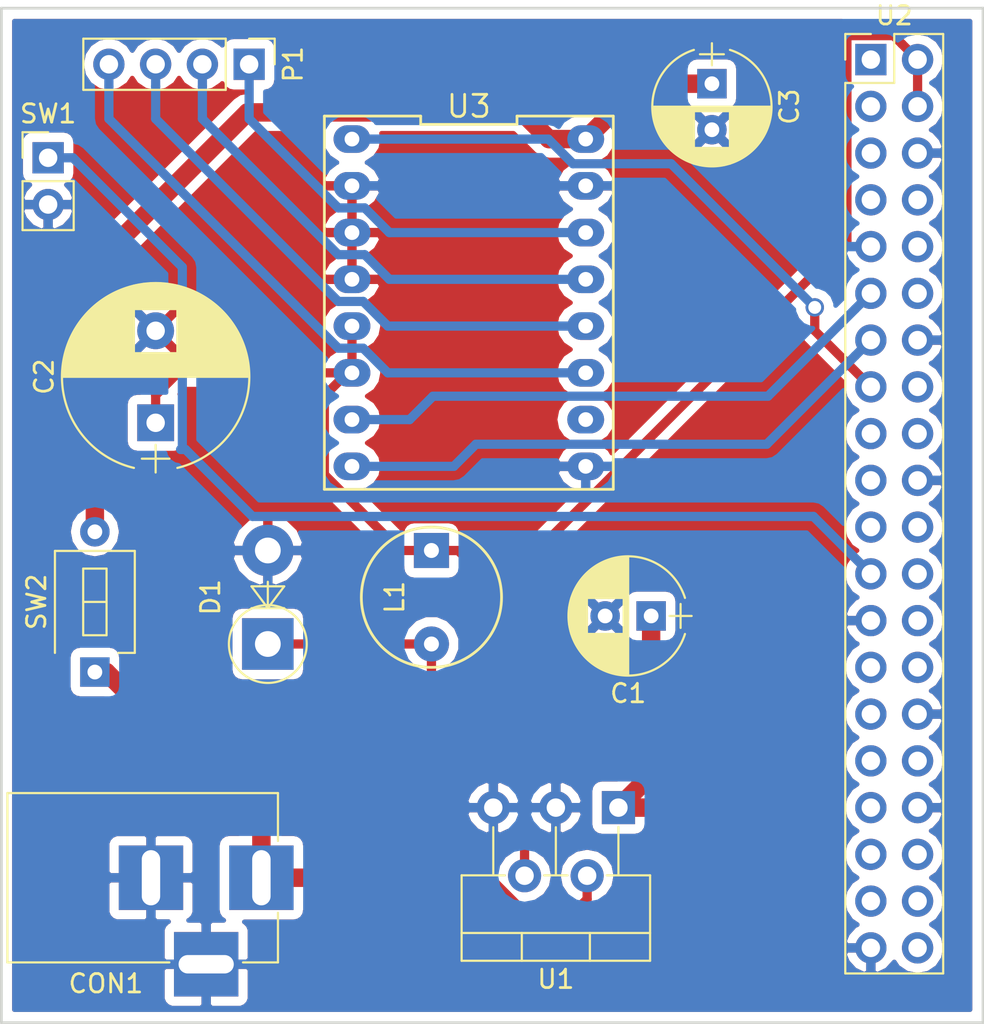
<source format=kicad_pcb>
(kicad_pcb (version 4) (host pcbnew 4.0.5)

  (general
    (links 42)
    (no_connects 0)
    (area 152.324999 88.824999 205.815001 144.855001)
    (thickness 1.6)
    (drawings 4)
    (tracks 95)
    (zones 0)
    (modules 12)
    (nets 41)
  )

  (page A4)
  (layers
    (0 F.Cu signal)
    (31 B.Cu signal)
    (32 B.Adhes user)
    (33 F.Adhes user)
    (34 B.Paste user)
    (35 F.Paste user)
    (36 B.SilkS user)
    (37 F.SilkS user)
    (38 B.Mask user)
    (39 F.Mask user)
    (40 Dwgs.User user)
    (41 Cmts.User user)
    (42 Eco1.User user)
    (43 Eco2.User user)
    (44 Edge.Cuts user)
    (45 Margin user)
    (46 B.CrtYd user hide)
    (47 F.CrtYd user)
    (48 B.Fab user)
    (49 F.Fab user hide)
  )

  (setup
    (last_trace_width 0.5)
    (trace_clearance 0.2)
    (zone_clearance 0.508)
    (zone_45_only no)
    (trace_min 0.2)
    (segment_width 0.2)
    (edge_width 0.15)
    (via_size 1)
    (via_drill 0.7)
    (via_min_size 0.4)
    (via_min_drill 0.3)
    (uvia_size 0.3)
    (uvia_drill 0.1)
    (uvias_allowed no)
    (uvia_min_size 0.2)
    (uvia_min_drill 0.1)
    (pcb_text_width 0.3)
    (pcb_text_size 1.5 1.5)
    (mod_edge_width 0.15)
    (mod_text_size 1 1)
    (mod_text_width 0.15)
    (pad_size 1.524 1.524)
    (pad_drill 0.762)
    (pad_to_mask_clearance 0.2)
    (aux_axis_origin 0 0)
    (visible_elements 7FFFFFFF)
    (pcbplotparams
      (layerselection 0x00030_80000001)
      (usegerberextensions false)
      (excludeedgelayer true)
      (linewidth 0.100000)
      (plotframeref false)
      (viasonmask false)
      (mode 1)
      (useauxorigin false)
      (hpglpennumber 1)
      (hpglpenspeed 20)
      (hpglpendiameter 15)
      (hpglpenoverlay 2)
      (psnegative false)
      (psa4output false)
      (plotreference true)
      (plotvalue true)
      (plotinvisibletext false)
      (padsonsilk false)
      (subtractmaskfromsilk false)
      (outputformat 1)
      (mirror false)
      (drillshape 1)
      (scaleselection 1)
      (outputdirectory ""))
  )

  (net 0 "")
  (net 1 PWR_IN)
  (net 2 GND)
  (net 3 5V)
  (net 4 "Net-(C3-Pad1)")
  (net 5 "Net-(D1-Pad1)")
  (net 6 /SWITCH)
  (net 7 /ENABLE)
  (net 8 /B2)
  (net 9 /B1)
  (net 10 /A1)
  (net 11 /A2)
  (net 12 "Net-(U3-Pad10)")
  (net 13 /STEP)
  (net 14 /DIR)
  (net 15 "Net-(U2-Pad1)")
  (net 16 "Net-(U2-Pad3)")
  (net 17 "Net-(U2-Pad5)")
  (net 18 "Net-(U2-Pad7)")
  (net 19 "Net-(U2-Pad8)")
  (net 20 "Net-(U2-Pad10)")
  (net 21 "Net-(U2-Pad12)")
  (net 22 "Net-(U2-Pad16)")
  (net 23 "Net-(U2-Pad17)")
  (net 24 "Net-(U2-Pad18)")
  (net 25 "Net-(U2-Pad19)")
  (net 26 "Net-(U2-Pad21)")
  (net 27 "Net-(U2-Pad22)")
  (net 28 "Net-(U2-Pad24)")
  (net 29 "Net-(U2-Pad26)")
  (net 30 "Net-(U2-Pad27)")
  (net 31 "Net-(U2-Pad28)")
  (net 32 "Net-(U2-Pad29)")
  (net 33 "Net-(U2-Pad31)")
  (net 34 "Net-(U2-Pad32)")
  (net 35 "Net-(U2-Pad33)")
  (net 36 "Net-(U2-Pad35)")
  (net 37 "Net-(U2-Pad36)")
  (net 38 "Net-(U2-Pad37)")
  (net 39 "Net-(U2-Pad38)")
  (net 40 "Net-(U2-Pad40)")

  (net_class Default "This is the default net class."
    (clearance 0.2)
    (trace_width 0.5)
    (via_dia 1)
    (via_drill 0.7)
    (uvia_dia 0.3)
    (uvia_drill 0.1)
    (add_net /A1)
    (add_net /A2)
    (add_net /B1)
    (add_net /B2)
    (add_net /DIR)
    (add_net /ENABLE)
    (add_net /STEP)
    (add_net /SWITCH)
    (add_net 5V)
    (add_net GND)
    (add_net "Net-(D1-Pad1)")
    (add_net "Net-(U2-Pad1)")
    (add_net "Net-(U2-Pad10)")
    (add_net "Net-(U2-Pad12)")
    (add_net "Net-(U2-Pad16)")
    (add_net "Net-(U2-Pad17)")
    (add_net "Net-(U2-Pad18)")
    (add_net "Net-(U2-Pad19)")
    (add_net "Net-(U2-Pad21)")
    (add_net "Net-(U2-Pad22)")
    (add_net "Net-(U2-Pad24)")
    (add_net "Net-(U2-Pad26)")
    (add_net "Net-(U2-Pad27)")
    (add_net "Net-(U2-Pad28)")
    (add_net "Net-(U2-Pad29)")
    (add_net "Net-(U2-Pad3)")
    (add_net "Net-(U2-Pad31)")
    (add_net "Net-(U2-Pad32)")
    (add_net "Net-(U2-Pad33)")
    (add_net "Net-(U2-Pad35)")
    (add_net "Net-(U2-Pad36)")
    (add_net "Net-(U2-Pad37)")
    (add_net "Net-(U2-Pad38)")
    (add_net "Net-(U2-Pad40)")
    (add_net "Net-(U2-Pad5)")
    (add_net "Net-(U2-Pad7)")
    (add_net "Net-(U2-Pad8)")
    (add_net "Net-(U3-Pad10)")
  )

  (net_class Power ""
    (clearance 0.2)
    (trace_width 1)
    (via_dia 0.6)
    (via_drill 0.4)
    (uvia_dia 0.3)
    (uvia_drill 0.1)
    (add_net "Net-(C3-Pad1)")
    (add_net PWR_IN)
  )

  (module Capacitors_THT:CP_Radial_D6.3mm_P2.50mm (layer F.Cu) (tedit 58765D06) (tstamp 58B98A80)
    (at 187.706 122.682 180)
    (descr "CP, Radial series, Radial, pin pitch=2.50mm, , diameter=6.3mm, Electrolytic Capacitor")
    (tags "CP Radial series Radial pin pitch 2.50mm  diameter 6.3mm Electrolytic Capacitor")
    (path /58B82F26)
    (fp_text reference C1 (at 1.25 -4.21 180) (layer F.SilkS)
      (effects (font (size 1 1) (thickness 0.15)))
    )
    (fp_text value 100uF (at 1.25 4.21 180) (layer F.Fab)
      (effects (font (size 1 1) (thickness 0.15)))
    )
    (fp_arc (start 1.25 0) (end -1.838236 -0.98) (angle 144.8) (layer F.SilkS) (width 0.12))
    (fp_arc (start 1.25 0) (end -1.838236 0.98) (angle -144.8) (layer F.SilkS) (width 0.12))
    (fp_arc (start 1.25 0) (end 4.338236 -0.98) (angle 35.2) (layer F.SilkS) (width 0.12))
    (fp_circle (center 1.25 0) (end 4.4 0) (layer F.Fab) (width 0.1))
    (fp_line (start -2.2 0) (end -1 0) (layer F.Fab) (width 0.1))
    (fp_line (start -1.6 -0.65) (end -1.6 0.65) (layer F.Fab) (width 0.1))
    (fp_line (start 1.25 -3.2) (end 1.25 3.2) (layer F.SilkS) (width 0.12))
    (fp_line (start 1.29 -3.2) (end 1.29 3.2) (layer F.SilkS) (width 0.12))
    (fp_line (start 1.33 -3.2) (end 1.33 3.2) (layer F.SilkS) (width 0.12))
    (fp_line (start 1.37 -3.198) (end 1.37 3.198) (layer F.SilkS) (width 0.12))
    (fp_line (start 1.41 -3.197) (end 1.41 3.197) (layer F.SilkS) (width 0.12))
    (fp_line (start 1.45 -3.194) (end 1.45 3.194) (layer F.SilkS) (width 0.12))
    (fp_line (start 1.49 -3.192) (end 1.49 3.192) (layer F.SilkS) (width 0.12))
    (fp_line (start 1.53 -3.188) (end 1.53 -0.98) (layer F.SilkS) (width 0.12))
    (fp_line (start 1.53 0.98) (end 1.53 3.188) (layer F.SilkS) (width 0.12))
    (fp_line (start 1.57 -3.185) (end 1.57 -0.98) (layer F.SilkS) (width 0.12))
    (fp_line (start 1.57 0.98) (end 1.57 3.185) (layer F.SilkS) (width 0.12))
    (fp_line (start 1.61 -3.18) (end 1.61 -0.98) (layer F.SilkS) (width 0.12))
    (fp_line (start 1.61 0.98) (end 1.61 3.18) (layer F.SilkS) (width 0.12))
    (fp_line (start 1.65 -3.176) (end 1.65 -0.98) (layer F.SilkS) (width 0.12))
    (fp_line (start 1.65 0.98) (end 1.65 3.176) (layer F.SilkS) (width 0.12))
    (fp_line (start 1.69 -3.17) (end 1.69 -0.98) (layer F.SilkS) (width 0.12))
    (fp_line (start 1.69 0.98) (end 1.69 3.17) (layer F.SilkS) (width 0.12))
    (fp_line (start 1.73 -3.165) (end 1.73 -0.98) (layer F.SilkS) (width 0.12))
    (fp_line (start 1.73 0.98) (end 1.73 3.165) (layer F.SilkS) (width 0.12))
    (fp_line (start 1.77 -3.158) (end 1.77 -0.98) (layer F.SilkS) (width 0.12))
    (fp_line (start 1.77 0.98) (end 1.77 3.158) (layer F.SilkS) (width 0.12))
    (fp_line (start 1.81 -3.152) (end 1.81 -0.98) (layer F.SilkS) (width 0.12))
    (fp_line (start 1.81 0.98) (end 1.81 3.152) (layer F.SilkS) (width 0.12))
    (fp_line (start 1.85 -3.144) (end 1.85 -0.98) (layer F.SilkS) (width 0.12))
    (fp_line (start 1.85 0.98) (end 1.85 3.144) (layer F.SilkS) (width 0.12))
    (fp_line (start 1.89 -3.137) (end 1.89 -0.98) (layer F.SilkS) (width 0.12))
    (fp_line (start 1.89 0.98) (end 1.89 3.137) (layer F.SilkS) (width 0.12))
    (fp_line (start 1.93 -3.128) (end 1.93 -0.98) (layer F.SilkS) (width 0.12))
    (fp_line (start 1.93 0.98) (end 1.93 3.128) (layer F.SilkS) (width 0.12))
    (fp_line (start 1.971 -3.119) (end 1.971 -0.98) (layer F.SilkS) (width 0.12))
    (fp_line (start 1.971 0.98) (end 1.971 3.119) (layer F.SilkS) (width 0.12))
    (fp_line (start 2.011 -3.11) (end 2.011 -0.98) (layer F.SilkS) (width 0.12))
    (fp_line (start 2.011 0.98) (end 2.011 3.11) (layer F.SilkS) (width 0.12))
    (fp_line (start 2.051 -3.1) (end 2.051 -0.98) (layer F.SilkS) (width 0.12))
    (fp_line (start 2.051 0.98) (end 2.051 3.1) (layer F.SilkS) (width 0.12))
    (fp_line (start 2.091 -3.09) (end 2.091 -0.98) (layer F.SilkS) (width 0.12))
    (fp_line (start 2.091 0.98) (end 2.091 3.09) (layer F.SilkS) (width 0.12))
    (fp_line (start 2.131 -3.079) (end 2.131 -0.98) (layer F.SilkS) (width 0.12))
    (fp_line (start 2.131 0.98) (end 2.131 3.079) (layer F.SilkS) (width 0.12))
    (fp_line (start 2.171 -3.067) (end 2.171 -0.98) (layer F.SilkS) (width 0.12))
    (fp_line (start 2.171 0.98) (end 2.171 3.067) (layer F.SilkS) (width 0.12))
    (fp_line (start 2.211 -3.055) (end 2.211 -0.98) (layer F.SilkS) (width 0.12))
    (fp_line (start 2.211 0.98) (end 2.211 3.055) (layer F.SilkS) (width 0.12))
    (fp_line (start 2.251 -3.042) (end 2.251 -0.98) (layer F.SilkS) (width 0.12))
    (fp_line (start 2.251 0.98) (end 2.251 3.042) (layer F.SilkS) (width 0.12))
    (fp_line (start 2.291 -3.029) (end 2.291 -0.98) (layer F.SilkS) (width 0.12))
    (fp_line (start 2.291 0.98) (end 2.291 3.029) (layer F.SilkS) (width 0.12))
    (fp_line (start 2.331 -3.015) (end 2.331 -0.98) (layer F.SilkS) (width 0.12))
    (fp_line (start 2.331 0.98) (end 2.331 3.015) (layer F.SilkS) (width 0.12))
    (fp_line (start 2.371 -3.001) (end 2.371 -0.98) (layer F.SilkS) (width 0.12))
    (fp_line (start 2.371 0.98) (end 2.371 3.001) (layer F.SilkS) (width 0.12))
    (fp_line (start 2.411 -2.986) (end 2.411 -0.98) (layer F.SilkS) (width 0.12))
    (fp_line (start 2.411 0.98) (end 2.411 2.986) (layer F.SilkS) (width 0.12))
    (fp_line (start 2.451 -2.97) (end 2.451 -0.98) (layer F.SilkS) (width 0.12))
    (fp_line (start 2.451 0.98) (end 2.451 2.97) (layer F.SilkS) (width 0.12))
    (fp_line (start 2.491 -2.954) (end 2.491 -0.98) (layer F.SilkS) (width 0.12))
    (fp_line (start 2.491 0.98) (end 2.491 2.954) (layer F.SilkS) (width 0.12))
    (fp_line (start 2.531 -2.937) (end 2.531 -0.98) (layer F.SilkS) (width 0.12))
    (fp_line (start 2.531 0.98) (end 2.531 2.937) (layer F.SilkS) (width 0.12))
    (fp_line (start 2.571 -2.919) (end 2.571 -0.98) (layer F.SilkS) (width 0.12))
    (fp_line (start 2.571 0.98) (end 2.571 2.919) (layer F.SilkS) (width 0.12))
    (fp_line (start 2.611 -2.901) (end 2.611 -0.98) (layer F.SilkS) (width 0.12))
    (fp_line (start 2.611 0.98) (end 2.611 2.901) (layer F.SilkS) (width 0.12))
    (fp_line (start 2.651 -2.882) (end 2.651 -0.98) (layer F.SilkS) (width 0.12))
    (fp_line (start 2.651 0.98) (end 2.651 2.882) (layer F.SilkS) (width 0.12))
    (fp_line (start 2.691 -2.863) (end 2.691 -0.98) (layer F.SilkS) (width 0.12))
    (fp_line (start 2.691 0.98) (end 2.691 2.863) (layer F.SilkS) (width 0.12))
    (fp_line (start 2.731 -2.843) (end 2.731 -0.98) (layer F.SilkS) (width 0.12))
    (fp_line (start 2.731 0.98) (end 2.731 2.843) (layer F.SilkS) (width 0.12))
    (fp_line (start 2.771 -2.822) (end 2.771 -0.98) (layer F.SilkS) (width 0.12))
    (fp_line (start 2.771 0.98) (end 2.771 2.822) (layer F.SilkS) (width 0.12))
    (fp_line (start 2.811 -2.8) (end 2.811 -0.98) (layer F.SilkS) (width 0.12))
    (fp_line (start 2.811 0.98) (end 2.811 2.8) (layer F.SilkS) (width 0.12))
    (fp_line (start 2.851 -2.778) (end 2.851 -0.98) (layer F.SilkS) (width 0.12))
    (fp_line (start 2.851 0.98) (end 2.851 2.778) (layer F.SilkS) (width 0.12))
    (fp_line (start 2.891 -2.755) (end 2.891 -0.98) (layer F.SilkS) (width 0.12))
    (fp_line (start 2.891 0.98) (end 2.891 2.755) (layer F.SilkS) (width 0.12))
    (fp_line (start 2.931 -2.731) (end 2.931 -0.98) (layer F.SilkS) (width 0.12))
    (fp_line (start 2.931 0.98) (end 2.931 2.731) (layer F.SilkS) (width 0.12))
    (fp_line (start 2.971 -2.706) (end 2.971 -0.98) (layer F.SilkS) (width 0.12))
    (fp_line (start 2.971 0.98) (end 2.971 2.706) (layer F.SilkS) (width 0.12))
    (fp_line (start 3.011 -2.681) (end 3.011 -0.98) (layer F.SilkS) (width 0.12))
    (fp_line (start 3.011 0.98) (end 3.011 2.681) (layer F.SilkS) (width 0.12))
    (fp_line (start 3.051 -2.654) (end 3.051 -0.98) (layer F.SilkS) (width 0.12))
    (fp_line (start 3.051 0.98) (end 3.051 2.654) (layer F.SilkS) (width 0.12))
    (fp_line (start 3.091 -2.627) (end 3.091 -0.98) (layer F.SilkS) (width 0.12))
    (fp_line (start 3.091 0.98) (end 3.091 2.627) (layer F.SilkS) (width 0.12))
    (fp_line (start 3.131 -2.599) (end 3.131 -0.98) (layer F.SilkS) (width 0.12))
    (fp_line (start 3.131 0.98) (end 3.131 2.599) (layer F.SilkS) (width 0.12))
    (fp_line (start 3.171 -2.57) (end 3.171 -0.98) (layer F.SilkS) (width 0.12))
    (fp_line (start 3.171 0.98) (end 3.171 2.57) (layer F.SilkS) (width 0.12))
    (fp_line (start 3.211 -2.54) (end 3.211 -0.98) (layer F.SilkS) (width 0.12))
    (fp_line (start 3.211 0.98) (end 3.211 2.54) (layer F.SilkS) (width 0.12))
    (fp_line (start 3.251 -2.51) (end 3.251 -0.98) (layer F.SilkS) (width 0.12))
    (fp_line (start 3.251 0.98) (end 3.251 2.51) (layer F.SilkS) (width 0.12))
    (fp_line (start 3.291 -2.478) (end 3.291 -0.98) (layer F.SilkS) (width 0.12))
    (fp_line (start 3.291 0.98) (end 3.291 2.478) (layer F.SilkS) (width 0.12))
    (fp_line (start 3.331 -2.445) (end 3.331 -0.98) (layer F.SilkS) (width 0.12))
    (fp_line (start 3.331 0.98) (end 3.331 2.445) (layer F.SilkS) (width 0.12))
    (fp_line (start 3.371 -2.411) (end 3.371 -0.98) (layer F.SilkS) (width 0.12))
    (fp_line (start 3.371 0.98) (end 3.371 2.411) (layer F.SilkS) (width 0.12))
    (fp_line (start 3.411 -2.375) (end 3.411 -0.98) (layer F.SilkS) (width 0.12))
    (fp_line (start 3.411 0.98) (end 3.411 2.375) (layer F.SilkS) (width 0.12))
    (fp_line (start 3.451 -2.339) (end 3.451 -0.98) (layer F.SilkS) (width 0.12))
    (fp_line (start 3.451 0.98) (end 3.451 2.339) (layer F.SilkS) (width 0.12))
    (fp_line (start 3.491 -2.301) (end 3.491 2.301) (layer F.SilkS) (width 0.12))
    (fp_line (start 3.531 -2.262) (end 3.531 2.262) (layer F.SilkS) (width 0.12))
    (fp_line (start 3.571 -2.222) (end 3.571 2.222) (layer F.SilkS) (width 0.12))
    (fp_line (start 3.611 -2.18) (end 3.611 2.18) (layer F.SilkS) (width 0.12))
    (fp_line (start 3.651 -2.137) (end 3.651 2.137) (layer F.SilkS) (width 0.12))
    (fp_line (start 3.691 -2.092) (end 3.691 2.092) (layer F.SilkS) (width 0.12))
    (fp_line (start 3.731 -2.045) (end 3.731 2.045) (layer F.SilkS) (width 0.12))
    (fp_line (start 3.771 -1.997) (end 3.771 1.997) (layer F.SilkS) (width 0.12))
    (fp_line (start 3.811 -1.946) (end 3.811 1.946) (layer F.SilkS) (width 0.12))
    (fp_line (start 3.851 -1.894) (end 3.851 1.894) (layer F.SilkS) (width 0.12))
    (fp_line (start 3.891 -1.839) (end 3.891 1.839) (layer F.SilkS) (width 0.12))
    (fp_line (start 3.931 -1.781) (end 3.931 1.781) (layer F.SilkS) (width 0.12))
    (fp_line (start 3.971 -1.721) (end 3.971 1.721) (layer F.SilkS) (width 0.12))
    (fp_line (start 4.011 -1.658) (end 4.011 1.658) (layer F.SilkS) (width 0.12))
    (fp_line (start 4.051 -1.591) (end 4.051 1.591) (layer F.SilkS) (width 0.12))
    (fp_line (start 4.091 -1.52) (end 4.091 1.52) (layer F.SilkS) (width 0.12))
    (fp_line (start 4.131 -1.445) (end 4.131 1.445) (layer F.SilkS) (width 0.12))
    (fp_line (start 4.171 -1.364) (end 4.171 1.364) (layer F.SilkS) (width 0.12))
    (fp_line (start 4.211 -1.278) (end 4.211 1.278) (layer F.SilkS) (width 0.12))
    (fp_line (start 4.251 -1.184) (end 4.251 1.184) (layer F.SilkS) (width 0.12))
    (fp_line (start 4.291 -1.081) (end 4.291 1.081) (layer F.SilkS) (width 0.12))
    (fp_line (start 4.331 -0.966) (end 4.331 0.966) (layer F.SilkS) (width 0.12))
    (fp_line (start 4.371 -0.834) (end 4.371 0.834) (layer F.SilkS) (width 0.12))
    (fp_line (start 4.411 -0.676) (end 4.411 0.676) (layer F.SilkS) (width 0.12))
    (fp_line (start 4.451 -0.468) (end 4.451 0.468) (layer F.SilkS) (width 0.12))
    (fp_line (start -2.2 0) (end -1 0) (layer F.SilkS) (width 0.12))
    (fp_line (start -1.6 -0.65) (end -1.6 0.65) (layer F.SilkS) (width 0.12))
    (fp_line (start -2.25 -3.5) (end -2.25 3.5) (layer F.CrtYd) (width 0.05))
    (fp_line (start -2.25 3.5) (end 4.75 3.5) (layer F.CrtYd) (width 0.05))
    (fp_line (start 4.75 3.5) (end 4.75 -3.5) (layer F.CrtYd) (width 0.05))
    (fp_line (start 4.75 -3.5) (end -2.25 -3.5) (layer F.CrtYd) (width 0.05))
    (pad 1 thru_hole rect (at 0 0 180) (size 1.6 1.6) (drill 0.8) (layers *.Cu *.Mask)
      (net 1 PWR_IN))
    (pad 2 thru_hole circle (at 2.5 0 180) (size 1.6 1.6) (drill 0.8) (layers *.Cu *.Mask)
      (net 2 GND))
    (model Capacitors_THT.3dshapes/CP_Radial_D6.3mm_P2.50mm.wrl
      (at (xyz 0 0 0))
      (scale (xyz 0.393701 0.393701 0.393701))
      (rotate (xyz 0 0 0))
    )
    (model Capacitors_ThroughHole.3dshapes/C_Radial_D6.3_L11.2_P2.5.wrl
      (at (xyz 0 0 0))
      (scale (xyz 1 1 1))
      (rotate (xyz 0 0 0))
    )
  )

  (module Capacitors_THT:CP_Radial_D10.0mm_P5.00mm (layer F.Cu) (tedit 58765D06) (tstamp 58B98A86)
    (at 160.782 112.188 90)
    (descr "CP, Radial series, Radial, pin pitch=5.00mm, , diameter=10mm, Electrolytic Capacitor")
    (tags "CP Radial series Radial pin pitch 5.00mm  diameter 10mm Electrolytic Capacitor")
    (path /58B977E0)
    (fp_text reference C2 (at 2.5 -6.06 90) (layer F.SilkS)
      (effects (font (size 1 1) (thickness 0.15)))
    )
    (fp_text value 1000uF (at 2.5 6.06 90) (layer F.Fab)
      (effects (font (size 1 1) (thickness 0.15)))
    )
    (fp_arc (start 2.5 0) (end -2.451333 -1.18) (angle 153.2) (layer F.SilkS) (width 0.12))
    (fp_arc (start 2.5 0) (end -2.451333 1.18) (angle -153.2) (layer F.SilkS) (width 0.12))
    (fp_arc (start 2.5 0) (end 7.451333 -1.18) (angle 26.8) (layer F.SilkS) (width 0.12))
    (fp_circle (center 2.5 0) (end 7.5 0) (layer F.Fab) (width 0.1))
    (fp_line (start -2.7 0) (end -1.2 0) (layer F.Fab) (width 0.1))
    (fp_line (start -1.95 -0.75) (end -1.95 0.75) (layer F.Fab) (width 0.1))
    (fp_line (start 2.5 -5.05) (end 2.5 5.05) (layer F.SilkS) (width 0.12))
    (fp_line (start 2.54 -5.05) (end 2.54 5.05) (layer F.SilkS) (width 0.12))
    (fp_line (start 2.58 -5.05) (end 2.58 5.05) (layer F.SilkS) (width 0.12))
    (fp_line (start 2.62 -5.049) (end 2.62 5.049) (layer F.SilkS) (width 0.12))
    (fp_line (start 2.66 -5.048) (end 2.66 5.048) (layer F.SilkS) (width 0.12))
    (fp_line (start 2.7 -5.047) (end 2.7 5.047) (layer F.SilkS) (width 0.12))
    (fp_line (start 2.74 -5.045) (end 2.74 5.045) (layer F.SilkS) (width 0.12))
    (fp_line (start 2.78 -5.043) (end 2.78 5.043) (layer F.SilkS) (width 0.12))
    (fp_line (start 2.82 -5.04) (end 2.82 5.04) (layer F.SilkS) (width 0.12))
    (fp_line (start 2.86 -5.038) (end 2.86 5.038) (layer F.SilkS) (width 0.12))
    (fp_line (start 2.9 -5.035) (end 2.9 5.035) (layer F.SilkS) (width 0.12))
    (fp_line (start 2.94 -5.031) (end 2.94 5.031) (layer F.SilkS) (width 0.12))
    (fp_line (start 2.98 -5.028) (end 2.98 5.028) (layer F.SilkS) (width 0.12))
    (fp_line (start 3.02 -5.024) (end 3.02 5.024) (layer F.SilkS) (width 0.12))
    (fp_line (start 3.06 -5.02) (end 3.06 5.02) (layer F.SilkS) (width 0.12))
    (fp_line (start 3.1 -5.015) (end 3.1 5.015) (layer F.SilkS) (width 0.12))
    (fp_line (start 3.14 -5.01) (end 3.14 5.01) (layer F.SilkS) (width 0.12))
    (fp_line (start 3.18 -5.005) (end 3.18 5.005) (layer F.SilkS) (width 0.12))
    (fp_line (start 3.221 -4.999) (end 3.221 4.999) (layer F.SilkS) (width 0.12))
    (fp_line (start 3.261 -4.993) (end 3.261 4.993) (layer F.SilkS) (width 0.12))
    (fp_line (start 3.301 -4.987) (end 3.301 4.987) (layer F.SilkS) (width 0.12))
    (fp_line (start 3.341 -4.981) (end 3.341 4.981) (layer F.SilkS) (width 0.12))
    (fp_line (start 3.381 -4.974) (end 3.381 4.974) (layer F.SilkS) (width 0.12))
    (fp_line (start 3.421 -4.967) (end 3.421 4.967) (layer F.SilkS) (width 0.12))
    (fp_line (start 3.461 -4.959) (end 3.461 4.959) (layer F.SilkS) (width 0.12))
    (fp_line (start 3.501 -4.951) (end 3.501 4.951) (layer F.SilkS) (width 0.12))
    (fp_line (start 3.541 -4.943) (end 3.541 4.943) (layer F.SilkS) (width 0.12))
    (fp_line (start 3.581 -4.935) (end 3.581 4.935) (layer F.SilkS) (width 0.12))
    (fp_line (start 3.621 -4.926) (end 3.621 4.926) (layer F.SilkS) (width 0.12))
    (fp_line (start 3.661 -4.917) (end 3.661 4.917) (layer F.SilkS) (width 0.12))
    (fp_line (start 3.701 -4.907) (end 3.701 4.907) (layer F.SilkS) (width 0.12))
    (fp_line (start 3.741 -4.897) (end 3.741 4.897) (layer F.SilkS) (width 0.12))
    (fp_line (start 3.781 -4.887) (end 3.781 4.887) (layer F.SilkS) (width 0.12))
    (fp_line (start 3.821 -4.876) (end 3.821 -1.181) (layer F.SilkS) (width 0.12))
    (fp_line (start 3.821 1.181) (end 3.821 4.876) (layer F.SilkS) (width 0.12))
    (fp_line (start 3.861 -4.865) (end 3.861 -1.181) (layer F.SilkS) (width 0.12))
    (fp_line (start 3.861 1.181) (end 3.861 4.865) (layer F.SilkS) (width 0.12))
    (fp_line (start 3.901 -4.854) (end 3.901 -1.181) (layer F.SilkS) (width 0.12))
    (fp_line (start 3.901 1.181) (end 3.901 4.854) (layer F.SilkS) (width 0.12))
    (fp_line (start 3.941 -4.843) (end 3.941 -1.181) (layer F.SilkS) (width 0.12))
    (fp_line (start 3.941 1.181) (end 3.941 4.843) (layer F.SilkS) (width 0.12))
    (fp_line (start 3.981 -4.831) (end 3.981 -1.181) (layer F.SilkS) (width 0.12))
    (fp_line (start 3.981 1.181) (end 3.981 4.831) (layer F.SilkS) (width 0.12))
    (fp_line (start 4.021 -4.818) (end 4.021 -1.181) (layer F.SilkS) (width 0.12))
    (fp_line (start 4.021 1.181) (end 4.021 4.818) (layer F.SilkS) (width 0.12))
    (fp_line (start 4.061 -4.806) (end 4.061 -1.181) (layer F.SilkS) (width 0.12))
    (fp_line (start 4.061 1.181) (end 4.061 4.806) (layer F.SilkS) (width 0.12))
    (fp_line (start 4.101 -4.792) (end 4.101 -1.181) (layer F.SilkS) (width 0.12))
    (fp_line (start 4.101 1.181) (end 4.101 4.792) (layer F.SilkS) (width 0.12))
    (fp_line (start 4.141 -4.779) (end 4.141 -1.181) (layer F.SilkS) (width 0.12))
    (fp_line (start 4.141 1.181) (end 4.141 4.779) (layer F.SilkS) (width 0.12))
    (fp_line (start 4.181 -4.765) (end 4.181 -1.181) (layer F.SilkS) (width 0.12))
    (fp_line (start 4.181 1.181) (end 4.181 4.765) (layer F.SilkS) (width 0.12))
    (fp_line (start 4.221 -4.751) (end 4.221 -1.181) (layer F.SilkS) (width 0.12))
    (fp_line (start 4.221 1.181) (end 4.221 4.751) (layer F.SilkS) (width 0.12))
    (fp_line (start 4.261 -4.737) (end 4.261 -1.181) (layer F.SilkS) (width 0.12))
    (fp_line (start 4.261 1.181) (end 4.261 4.737) (layer F.SilkS) (width 0.12))
    (fp_line (start 4.301 -4.722) (end 4.301 -1.181) (layer F.SilkS) (width 0.12))
    (fp_line (start 4.301 1.181) (end 4.301 4.722) (layer F.SilkS) (width 0.12))
    (fp_line (start 4.341 -4.706) (end 4.341 -1.181) (layer F.SilkS) (width 0.12))
    (fp_line (start 4.341 1.181) (end 4.341 4.706) (layer F.SilkS) (width 0.12))
    (fp_line (start 4.381 -4.691) (end 4.381 -1.181) (layer F.SilkS) (width 0.12))
    (fp_line (start 4.381 1.181) (end 4.381 4.691) (layer F.SilkS) (width 0.12))
    (fp_line (start 4.421 -4.674) (end 4.421 -1.181) (layer F.SilkS) (width 0.12))
    (fp_line (start 4.421 1.181) (end 4.421 4.674) (layer F.SilkS) (width 0.12))
    (fp_line (start 4.461 -4.658) (end 4.461 -1.181) (layer F.SilkS) (width 0.12))
    (fp_line (start 4.461 1.181) (end 4.461 4.658) (layer F.SilkS) (width 0.12))
    (fp_line (start 4.501 -4.641) (end 4.501 -1.181) (layer F.SilkS) (width 0.12))
    (fp_line (start 4.501 1.181) (end 4.501 4.641) (layer F.SilkS) (width 0.12))
    (fp_line (start 4.541 -4.624) (end 4.541 -1.181) (layer F.SilkS) (width 0.12))
    (fp_line (start 4.541 1.181) (end 4.541 4.624) (layer F.SilkS) (width 0.12))
    (fp_line (start 4.581 -4.606) (end 4.581 -1.181) (layer F.SilkS) (width 0.12))
    (fp_line (start 4.581 1.181) (end 4.581 4.606) (layer F.SilkS) (width 0.12))
    (fp_line (start 4.621 -4.588) (end 4.621 -1.181) (layer F.SilkS) (width 0.12))
    (fp_line (start 4.621 1.181) (end 4.621 4.588) (layer F.SilkS) (width 0.12))
    (fp_line (start 4.661 -4.569) (end 4.661 -1.181) (layer F.SilkS) (width 0.12))
    (fp_line (start 4.661 1.181) (end 4.661 4.569) (layer F.SilkS) (width 0.12))
    (fp_line (start 4.701 -4.55) (end 4.701 -1.181) (layer F.SilkS) (width 0.12))
    (fp_line (start 4.701 1.181) (end 4.701 4.55) (layer F.SilkS) (width 0.12))
    (fp_line (start 4.741 -4.531) (end 4.741 -1.181) (layer F.SilkS) (width 0.12))
    (fp_line (start 4.741 1.181) (end 4.741 4.531) (layer F.SilkS) (width 0.12))
    (fp_line (start 4.781 -4.511) (end 4.781 -1.181) (layer F.SilkS) (width 0.12))
    (fp_line (start 4.781 1.181) (end 4.781 4.511) (layer F.SilkS) (width 0.12))
    (fp_line (start 4.821 -4.491) (end 4.821 -1.181) (layer F.SilkS) (width 0.12))
    (fp_line (start 4.821 1.181) (end 4.821 4.491) (layer F.SilkS) (width 0.12))
    (fp_line (start 4.861 -4.47) (end 4.861 -1.181) (layer F.SilkS) (width 0.12))
    (fp_line (start 4.861 1.181) (end 4.861 4.47) (layer F.SilkS) (width 0.12))
    (fp_line (start 4.901 -4.449) (end 4.901 -1.181) (layer F.SilkS) (width 0.12))
    (fp_line (start 4.901 1.181) (end 4.901 4.449) (layer F.SilkS) (width 0.12))
    (fp_line (start 4.941 -4.428) (end 4.941 -1.181) (layer F.SilkS) (width 0.12))
    (fp_line (start 4.941 1.181) (end 4.941 4.428) (layer F.SilkS) (width 0.12))
    (fp_line (start 4.981 -4.405) (end 4.981 -1.181) (layer F.SilkS) (width 0.12))
    (fp_line (start 4.981 1.181) (end 4.981 4.405) (layer F.SilkS) (width 0.12))
    (fp_line (start 5.021 -4.383) (end 5.021 -1.181) (layer F.SilkS) (width 0.12))
    (fp_line (start 5.021 1.181) (end 5.021 4.383) (layer F.SilkS) (width 0.12))
    (fp_line (start 5.061 -4.36) (end 5.061 -1.181) (layer F.SilkS) (width 0.12))
    (fp_line (start 5.061 1.181) (end 5.061 4.36) (layer F.SilkS) (width 0.12))
    (fp_line (start 5.101 -4.336) (end 5.101 -1.181) (layer F.SilkS) (width 0.12))
    (fp_line (start 5.101 1.181) (end 5.101 4.336) (layer F.SilkS) (width 0.12))
    (fp_line (start 5.141 -4.312) (end 5.141 -1.181) (layer F.SilkS) (width 0.12))
    (fp_line (start 5.141 1.181) (end 5.141 4.312) (layer F.SilkS) (width 0.12))
    (fp_line (start 5.181 -4.288) (end 5.181 -1.181) (layer F.SilkS) (width 0.12))
    (fp_line (start 5.181 1.181) (end 5.181 4.288) (layer F.SilkS) (width 0.12))
    (fp_line (start 5.221 -4.263) (end 5.221 -1.181) (layer F.SilkS) (width 0.12))
    (fp_line (start 5.221 1.181) (end 5.221 4.263) (layer F.SilkS) (width 0.12))
    (fp_line (start 5.261 -4.237) (end 5.261 -1.181) (layer F.SilkS) (width 0.12))
    (fp_line (start 5.261 1.181) (end 5.261 4.237) (layer F.SilkS) (width 0.12))
    (fp_line (start 5.301 -4.211) (end 5.301 -1.181) (layer F.SilkS) (width 0.12))
    (fp_line (start 5.301 1.181) (end 5.301 4.211) (layer F.SilkS) (width 0.12))
    (fp_line (start 5.341 -4.185) (end 5.341 -1.181) (layer F.SilkS) (width 0.12))
    (fp_line (start 5.341 1.181) (end 5.341 4.185) (layer F.SilkS) (width 0.12))
    (fp_line (start 5.381 -4.157) (end 5.381 -1.181) (layer F.SilkS) (width 0.12))
    (fp_line (start 5.381 1.181) (end 5.381 4.157) (layer F.SilkS) (width 0.12))
    (fp_line (start 5.421 -4.13) (end 5.421 -1.181) (layer F.SilkS) (width 0.12))
    (fp_line (start 5.421 1.181) (end 5.421 4.13) (layer F.SilkS) (width 0.12))
    (fp_line (start 5.461 -4.101) (end 5.461 -1.181) (layer F.SilkS) (width 0.12))
    (fp_line (start 5.461 1.181) (end 5.461 4.101) (layer F.SilkS) (width 0.12))
    (fp_line (start 5.501 -4.072) (end 5.501 -1.181) (layer F.SilkS) (width 0.12))
    (fp_line (start 5.501 1.181) (end 5.501 4.072) (layer F.SilkS) (width 0.12))
    (fp_line (start 5.541 -4.043) (end 5.541 -1.181) (layer F.SilkS) (width 0.12))
    (fp_line (start 5.541 1.181) (end 5.541 4.043) (layer F.SilkS) (width 0.12))
    (fp_line (start 5.581 -4.013) (end 5.581 -1.181) (layer F.SilkS) (width 0.12))
    (fp_line (start 5.581 1.181) (end 5.581 4.013) (layer F.SilkS) (width 0.12))
    (fp_line (start 5.621 -3.982) (end 5.621 -1.181) (layer F.SilkS) (width 0.12))
    (fp_line (start 5.621 1.181) (end 5.621 3.982) (layer F.SilkS) (width 0.12))
    (fp_line (start 5.661 -3.951) (end 5.661 -1.181) (layer F.SilkS) (width 0.12))
    (fp_line (start 5.661 1.181) (end 5.661 3.951) (layer F.SilkS) (width 0.12))
    (fp_line (start 5.701 -3.919) (end 5.701 -1.181) (layer F.SilkS) (width 0.12))
    (fp_line (start 5.701 1.181) (end 5.701 3.919) (layer F.SilkS) (width 0.12))
    (fp_line (start 5.741 -3.886) (end 5.741 -1.181) (layer F.SilkS) (width 0.12))
    (fp_line (start 5.741 1.181) (end 5.741 3.886) (layer F.SilkS) (width 0.12))
    (fp_line (start 5.781 -3.853) (end 5.781 -1.181) (layer F.SilkS) (width 0.12))
    (fp_line (start 5.781 1.181) (end 5.781 3.853) (layer F.SilkS) (width 0.12))
    (fp_line (start 5.821 -3.819) (end 5.821 -1.181) (layer F.SilkS) (width 0.12))
    (fp_line (start 5.821 1.181) (end 5.821 3.819) (layer F.SilkS) (width 0.12))
    (fp_line (start 5.861 -3.784) (end 5.861 -1.181) (layer F.SilkS) (width 0.12))
    (fp_line (start 5.861 1.181) (end 5.861 3.784) (layer F.SilkS) (width 0.12))
    (fp_line (start 5.901 -3.748) (end 5.901 -1.181) (layer F.SilkS) (width 0.12))
    (fp_line (start 5.901 1.181) (end 5.901 3.748) (layer F.SilkS) (width 0.12))
    (fp_line (start 5.941 -3.712) (end 5.941 -1.181) (layer F.SilkS) (width 0.12))
    (fp_line (start 5.941 1.181) (end 5.941 3.712) (layer F.SilkS) (width 0.12))
    (fp_line (start 5.981 -3.675) (end 5.981 -1.181) (layer F.SilkS) (width 0.12))
    (fp_line (start 5.981 1.181) (end 5.981 3.675) (layer F.SilkS) (width 0.12))
    (fp_line (start 6.021 -3.637) (end 6.021 -1.181) (layer F.SilkS) (width 0.12))
    (fp_line (start 6.021 1.181) (end 6.021 3.637) (layer F.SilkS) (width 0.12))
    (fp_line (start 6.061 -3.598) (end 6.061 -1.181) (layer F.SilkS) (width 0.12))
    (fp_line (start 6.061 1.181) (end 6.061 3.598) (layer F.SilkS) (width 0.12))
    (fp_line (start 6.101 -3.559) (end 6.101 -1.181) (layer F.SilkS) (width 0.12))
    (fp_line (start 6.101 1.181) (end 6.101 3.559) (layer F.SilkS) (width 0.12))
    (fp_line (start 6.141 -3.518) (end 6.141 -1.181) (layer F.SilkS) (width 0.12))
    (fp_line (start 6.141 1.181) (end 6.141 3.518) (layer F.SilkS) (width 0.12))
    (fp_line (start 6.181 -3.477) (end 6.181 3.477) (layer F.SilkS) (width 0.12))
    (fp_line (start 6.221 -3.435) (end 6.221 3.435) (layer F.SilkS) (width 0.12))
    (fp_line (start 6.261 -3.391) (end 6.261 3.391) (layer F.SilkS) (width 0.12))
    (fp_line (start 6.301 -3.347) (end 6.301 3.347) (layer F.SilkS) (width 0.12))
    (fp_line (start 6.341 -3.302) (end 6.341 3.302) (layer F.SilkS) (width 0.12))
    (fp_line (start 6.381 -3.255) (end 6.381 3.255) (layer F.SilkS) (width 0.12))
    (fp_line (start 6.421 -3.207) (end 6.421 3.207) (layer F.SilkS) (width 0.12))
    (fp_line (start 6.461 -3.158) (end 6.461 3.158) (layer F.SilkS) (width 0.12))
    (fp_line (start 6.501 -3.108) (end 6.501 3.108) (layer F.SilkS) (width 0.12))
    (fp_line (start 6.541 -3.057) (end 6.541 3.057) (layer F.SilkS) (width 0.12))
    (fp_line (start 6.581 -3.004) (end 6.581 3.004) (layer F.SilkS) (width 0.12))
    (fp_line (start 6.621 -2.949) (end 6.621 2.949) (layer F.SilkS) (width 0.12))
    (fp_line (start 6.661 -2.894) (end 6.661 2.894) (layer F.SilkS) (width 0.12))
    (fp_line (start 6.701 -2.836) (end 6.701 2.836) (layer F.SilkS) (width 0.12))
    (fp_line (start 6.741 -2.777) (end 6.741 2.777) (layer F.SilkS) (width 0.12))
    (fp_line (start 6.781 -2.715) (end 6.781 2.715) (layer F.SilkS) (width 0.12))
    (fp_line (start 6.821 -2.652) (end 6.821 2.652) (layer F.SilkS) (width 0.12))
    (fp_line (start 6.861 -2.587) (end 6.861 2.587) (layer F.SilkS) (width 0.12))
    (fp_line (start 6.901 -2.519) (end 6.901 2.519) (layer F.SilkS) (width 0.12))
    (fp_line (start 6.941 -2.449) (end 6.941 2.449) (layer F.SilkS) (width 0.12))
    (fp_line (start 6.981 -2.377) (end 6.981 2.377) (layer F.SilkS) (width 0.12))
    (fp_line (start 7.021 -2.301) (end 7.021 2.301) (layer F.SilkS) (width 0.12))
    (fp_line (start 7.061 -2.222) (end 7.061 2.222) (layer F.SilkS) (width 0.12))
    (fp_line (start 7.101 -2.14) (end 7.101 2.14) (layer F.SilkS) (width 0.12))
    (fp_line (start 7.141 -2.053) (end 7.141 2.053) (layer F.SilkS) (width 0.12))
    (fp_line (start 7.181 -1.962) (end 7.181 1.962) (layer F.SilkS) (width 0.12))
    (fp_line (start 7.221 -1.866) (end 7.221 1.866) (layer F.SilkS) (width 0.12))
    (fp_line (start 7.261 -1.763) (end 7.261 1.763) (layer F.SilkS) (width 0.12))
    (fp_line (start 7.301 -1.654) (end 7.301 1.654) (layer F.SilkS) (width 0.12))
    (fp_line (start 7.341 -1.536) (end 7.341 1.536) (layer F.SilkS) (width 0.12))
    (fp_line (start 7.381 -1.407) (end 7.381 1.407) (layer F.SilkS) (width 0.12))
    (fp_line (start 7.421 -1.265) (end 7.421 1.265) (layer F.SilkS) (width 0.12))
    (fp_line (start 7.461 -1.104) (end 7.461 1.104) (layer F.SilkS) (width 0.12))
    (fp_line (start 7.501 -0.913) (end 7.501 0.913) (layer F.SilkS) (width 0.12))
    (fp_line (start 7.541 -0.672) (end 7.541 0.672) (layer F.SilkS) (width 0.12))
    (fp_line (start 7.581 -0.279) (end 7.581 0.279) (layer F.SilkS) (width 0.12))
    (fp_line (start -2.7 0) (end -1.2 0) (layer F.SilkS) (width 0.12))
    (fp_line (start -1.95 -0.75) (end -1.95 0.75) (layer F.SilkS) (width 0.12))
    (fp_line (start -2.85 -5.35) (end -2.85 5.35) (layer F.CrtYd) (width 0.05))
    (fp_line (start -2.85 5.35) (end 7.85 5.35) (layer F.CrtYd) (width 0.05))
    (fp_line (start 7.85 5.35) (end 7.85 -5.35) (layer F.CrtYd) (width 0.05))
    (fp_line (start 7.85 -5.35) (end -2.85 -5.35) (layer F.CrtYd) (width 0.05))
    (pad 1 thru_hole rect (at 0 0 90) (size 2 2) (drill 1) (layers *.Cu *.Mask)
      (net 3 5V))
    (pad 2 thru_hole circle (at 5 0 90) (size 2 2) (drill 1) (layers *.Cu *.Mask)
      (net 2 GND))
    (model Capacitors_THT.3dshapes/CP_Radial_D10.0mm_P5.00mm.wrl
      (at (xyz 0 0 0))
      (scale (xyz 0.393701 0.393701 0.393701))
      (rotate (xyz 0 0 0))
    )
  )

  (module Capacitors_THT:CP_Radial_D6.3mm_P2.50mm (layer F.Cu) (tedit 58765D06) (tstamp 58B98A8C)
    (at 191.008 93.766 270)
    (descr "CP, Radial series, Radial, pin pitch=2.50mm, , diameter=6.3mm, Electrolytic Capacitor")
    (tags "CP Radial series Radial pin pitch 2.50mm  diameter 6.3mm Electrolytic Capacitor")
    (path /58B851F8)
    (fp_text reference C3 (at 1.25 -4.21 270) (layer F.SilkS)
      (effects (font (size 1 1) (thickness 0.15)))
    )
    (fp_text value 100uF (at 1.25 4.21 270) (layer F.Fab)
      (effects (font (size 1 1) (thickness 0.15)))
    )
    (fp_arc (start 1.25 0) (end -1.838236 -0.98) (angle 144.8) (layer F.SilkS) (width 0.12))
    (fp_arc (start 1.25 0) (end -1.838236 0.98) (angle -144.8) (layer F.SilkS) (width 0.12))
    (fp_arc (start 1.25 0) (end 4.338236 -0.98) (angle 35.2) (layer F.SilkS) (width 0.12))
    (fp_circle (center 1.25 0) (end 4.4 0) (layer F.Fab) (width 0.1))
    (fp_line (start -2.2 0) (end -1 0) (layer F.Fab) (width 0.1))
    (fp_line (start -1.6 -0.65) (end -1.6 0.65) (layer F.Fab) (width 0.1))
    (fp_line (start 1.25 -3.2) (end 1.25 3.2) (layer F.SilkS) (width 0.12))
    (fp_line (start 1.29 -3.2) (end 1.29 3.2) (layer F.SilkS) (width 0.12))
    (fp_line (start 1.33 -3.2) (end 1.33 3.2) (layer F.SilkS) (width 0.12))
    (fp_line (start 1.37 -3.198) (end 1.37 3.198) (layer F.SilkS) (width 0.12))
    (fp_line (start 1.41 -3.197) (end 1.41 3.197) (layer F.SilkS) (width 0.12))
    (fp_line (start 1.45 -3.194) (end 1.45 3.194) (layer F.SilkS) (width 0.12))
    (fp_line (start 1.49 -3.192) (end 1.49 3.192) (layer F.SilkS) (width 0.12))
    (fp_line (start 1.53 -3.188) (end 1.53 -0.98) (layer F.SilkS) (width 0.12))
    (fp_line (start 1.53 0.98) (end 1.53 3.188) (layer F.SilkS) (width 0.12))
    (fp_line (start 1.57 -3.185) (end 1.57 -0.98) (layer F.SilkS) (width 0.12))
    (fp_line (start 1.57 0.98) (end 1.57 3.185) (layer F.SilkS) (width 0.12))
    (fp_line (start 1.61 -3.18) (end 1.61 -0.98) (layer F.SilkS) (width 0.12))
    (fp_line (start 1.61 0.98) (end 1.61 3.18) (layer F.SilkS) (width 0.12))
    (fp_line (start 1.65 -3.176) (end 1.65 -0.98) (layer F.SilkS) (width 0.12))
    (fp_line (start 1.65 0.98) (end 1.65 3.176) (layer F.SilkS) (width 0.12))
    (fp_line (start 1.69 -3.17) (end 1.69 -0.98) (layer F.SilkS) (width 0.12))
    (fp_line (start 1.69 0.98) (end 1.69 3.17) (layer F.SilkS) (width 0.12))
    (fp_line (start 1.73 -3.165) (end 1.73 -0.98) (layer F.SilkS) (width 0.12))
    (fp_line (start 1.73 0.98) (end 1.73 3.165) (layer F.SilkS) (width 0.12))
    (fp_line (start 1.77 -3.158) (end 1.77 -0.98) (layer F.SilkS) (width 0.12))
    (fp_line (start 1.77 0.98) (end 1.77 3.158) (layer F.SilkS) (width 0.12))
    (fp_line (start 1.81 -3.152) (end 1.81 -0.98) (layer F.SilkS) (width 0.12))
    (fp_line (start 1.81 0.98) (end 1.81 3.152) (layer F.SilkS) (width 0.12))
    (fp_line (start 1.85 -3.144) (end 1.85 -0.98) (layer F.SilkS) (width 0.12))
    (fp_line (start 1.85 0.98) (end 1.85 3.144) (layer F.SilkS) (width 0.12))
    (fp_line (start 1.89 -3.137) (end 1.89 -0.98) (layer F.SilkS) (width 0.12))
    (fp_line (start 1.89 0.98) (end 1.89 3.137) (layer F.SilkS) (width 0.12))
    (fp_line (start 1.93 -3.128) (end 1.93 -0.98) (layer F.SilkS) (width 0.12))
    (fp_line (start 1.93 0.98) (end 1.93 3.128) (layer F.SilkS) (width 0.12))
    (fp_line (start 1.971 -3.119) (end 1.971 -0.98) (layer F.SilkS) (width 0.12))
    (fp_line (start 1.971 0.98) (end 1.971 3.119) (layer F.SilkS) (width 0.12))
    (fp_line (start 2.011 -3.11) (end 2.011 -0.98) (layer F.SilkS) (width 0.12))
    (fp_line (start 2.011 0.98) (end 2.011 3.11) (layer F.SilkS) (width 0.12))
    (fp_line (start 2.051 -3.1) (end 2.051 -0.98) (layer F.SilkS) (width 0.12))
    (fp_line (start 2.051 0.98) (end 2.051 3.1) (layer F.SilkS) (width 0.12))
    (fp_line (start 2.091 -3.09) (end 2.091 -0.98) (layer F.SilkS) (width 0.12))
    (fp_line (start 2.091 0.98) (end 2.091 3.09) (layer F.SilkS) (width 0.12))
    (fp_line (start 2.131 -3.079) (end 2.131 -0.98) (layer F.SilkS) (width 0.12))
    (fp_line (start 2.131 0.98) (end 2.131 3.079) (layer F.SilkS) (width 0.12))
    (fp_line (start 2.171 -3.067) (end 2.171 -0.98) (layer F.SilkS) (width 0.12))
    (fp_line (start 2.171 0.98) (end 2.171 3.067) (layer F.SilkS) (width 0.12))
    (fp_line (start 2.211 -3.055) (end 2.211 -0.98) (layer F.SilkS) (width 0.12))
    (fp_line (start 2.211 0.98) (end 2.211 3.055) (layer F.SilkS) (width 0.12))
    (fp_line (start 2.251 -3.042) (end 2.251 -0.98) (layer F.SilkS) (width 0.12))
    (fp_line (start 2.251 0.98) (end 2.251 3.042) (layer F.SilkS) (width 0.12))
    (fp_line (start 2.291 -3.029) (end 2.291 -0.98) (layer F.SilkS) (width 0.12))
    (fp_line (start 2.291 0.98) (end 2.291 3.029) (layer F.SilkS) (width 0.12))
    (fp_line (start 2.331 -3.015) (end 2.331 -0.98) (layer F.SilkS) (width 0.12))
    (fp_line (start 2.331 0.98) (end 2.331 3.015) (layer F.SilkS) (width 0.12))
    (fp_line (start 2.371 -3.001) (end 2.371 -0.98) (layer F.SilkS) (width 0.12))
    (fp_line (start 2.371 0.98) (end 2.371 3.001) (layer F.SilkS) (width 0.12))
    (fp_line (start 2.411 -2.986) (end 2.411 -0.98) (layer F.SilkS) (width 0.12))
    (fp_line (start 2.411 0.98) (end 2.411 2.986) (layer F.SilkS) (width 0.12))
    (fp_line (start 2.451 -2.97) (end 2.451 -0.98) (layer F.SilkS) (width 0.12))
    (fp_line (start 2.451 0.98) (end 2.451 2.97) (layer F.SilkS) (width 0.12))
    (fp_line (start 2.491 -2.954) (end 2.491 -0.98) (layer F.SilkS) (width 0.12))
    (fp_line (start 2.491 0.98) (end 2.491 2.954) (layer F.SilkS) (width 0.12))
    (fp_line (start 2.531 -2.937) (end 2.531 -0.98) (layer F.SilkS) (width 0.12))
    (fp_line (start 2.531 0.98) (end 2.531 2.937) (layer F.SilkS) (width 0.12))
    (fp_line (start 2.571 -2.919) (end 2.571 -0.98) (layer F.SilkS) (width 0.12))
    (fp_line (start 2.571 0.98) (end 2.571 2.919) (layer F.SilkS) (width 0.12))
    (fp_line (start 2.611 -2.901) (end 2.611 -0.98) (layer F.SilkS) (width 0.12))
    (fp_line (start 2.611 0.98) (end 2.611 2.901) (layer F.SilkS) (width 0.12))
    (fp_line (start 2.651 -2.882) (end 2.651 -0.98) (layer F.SilkS) (width 0.12))
    (fp_line (start 2.651 0.98) (end 2.651 2.882) (layer F.SilkS) (width 0.12))
    (fp_line (start 2.691 -2.863) (end 2.691 -0.98) (layer F.SilkS) (width 0.12))
    (fp_line (start 2.691 0.98) (end 2.691 2.863) (layer F.SilkS) (width 0.12))
    (fp_line (start 2.731 -2.843) (end 2.731 -0.98) (layer F.SilkS) (width 0.12))
    (fp_line (start 2.731 0.98) (end 2.731 2.843) (layer F.SilkS) (width 0.12))
    (fp_line (start 2.771 -2.822) (end 2.771 -0.98) (layer F.SilkS) (width 0.12))
    (fp_line (start 2.771 0.98) (end 2.771 2.822) (layer F.SilkS) (width 0.12))
    (fp_line (start 2.811 -2.8) (end 2.811 -0.98) (layer F.SilkS) (width 0.12))
    (fp_line (start 2.811 0.98) (end 2.811 2.8) (layer F.SilkS) (width 0.12))
    (fp_line (start 2.851 -2.778) (end 2.851 -0.98) (layer F.SilkS) (width 0.12))
    (fp_line (start 2.851 0.98) (end 2.851 2.778) (layer F.SilkS) (width 0.12))
    (fp_line (start 2.891 -2.755) (end 2.891 -0.98) (layer F.SilkS) (width 0.12))
    (fp_line (start 2.891 0.98) (end 2.891 2.755) (layer F.SilkS) (width 0.12))
    (fp_line (start 2.931 -2.731) (end 2.931 -0.98) (layer F.SilkS) (width 0.12))
    (fp_line (start 2.931 0.98) (end 2.931 2.731) (layer F.SilkS) (width 0.12))
    (fp_line (start 2.971 -2.706) (end 2.971 -0.98) (layer F.SilkS) (width 0.12))
    (fp_line (start 2.971 0.98) (end 2.971 2.706) (layer F.SilkS) (width 0.12))
    (fp_line (start 3.011 -2.681) (end 3.011 -0.98) (layer F.SilkS) (width 0.12))
    (fp_line (start 3.011 0.98) (end 3.011 2.681) (layer F.SilkS) (width 0.12))
    (fp_line (start 3.051 -2.654) (end 3.051 -0.98) (layer F.SilkS) (width 0.12))
    (fp_line (start 3.051 0.98) (end 3.051 2.654) (layer F.SilkS) (width 0.12))
    (fp_line (start 3.091 -2.627) (end 3.091 -0.98) (layer F.SilkS) (width 0.12))
    (fp_line (start 3.091 0.98) (end 3.091 2.627) (layer F.SilkS) (width 0.12))
    (fp_line (start 3.131 -2.599) (end 3.131 -0.98) (layer F.SilkS) (width 0.12))
    (fp_line (start 3.131 0.98) (end 3.131 2.599) (layer F.SilkS) (width 0.12))
    (fp_line (start 3.171 -2.57) (end 3.171 -0.98) (layer F.SilkS) (width 0.12))
    (fp_line (start 3.171 0.98) (end 3.171 2.57) (layer F.SilkS) (width 0.12))
    (fp_line (start 3.211 -2.54) (end 3.211 -0.98) (layer F.SilkS) (width 0.12))
    (fp_line (start 3.211 0.98) (end 3.211 2.54) (layer F.SilkS) (width 0.12))
    (fp_line (start 3.251 -2.51) (end 3.251 -0.98) (layer F.SilkS) (width 0.12))
    (fp_line (start 3.251 0.98) (end 3.251 2.51) (layer F.SilkS) (width 0.12))
    (fp_line (start 3.291 -2.478) (end 3.291 -0.98) (layer F.SilkS) (width 0.12))
    (fp_line (start 3.291 0.98) (end 3.291 2.478) (layer F.SilkS) (width 0.12))
    (fp_line (start 3.331 -2.445) (end 3.331 -0.98) (layer F.SilkS) (width 0.12))
    (fp_line (start 3.331 0.98) (end 3.331 2.445) (layer F.SilkS) (width 0.12))
    (fp_line (start 3.371 -2.411) (end 3.371 -0.98) (layer F.SilkS) (width 0.12))
    (fp_line (start 3.371 0.98) (end 3.371 2.411) (layer F.SilkS) (width 0.12))
    (fp_line (start 3.411 -2.375) (end 3.411 -0.98) (layer F.SilkS) (width 0.12))
    (fp_line (start 3.411 0.98) (end 3.411 2.375) (layer F.SilkS) (width 0.12))
    (fp_line (start 3.451 -2.339) (end 3.451 -0.98) (layer F.SilkS) (width 0.12))
    (fp_line (start 3.451 0.98) (end 3.451 2.339) (layer F.SilkS) (width 0.12))
    (fp_line (start 3.491 -2.301) (end 3.491 2.301) (layer F.SilkS) (width 0.12))
    (fp_line (start 3.531 -2.262) (end 3.531 2.262) (layer F.SilkS) (width 0.12))
    (fp_line (start 3.571 -2.222) (end 3.571 2.222) (layer F.SilkS) (width 0.12))
    (fp_line (start 3.611 -2.18) (end 3.611 2.18) (layer F.SilkS) (width 0.12))
    (fp_line (start 3.651 -2.137) (end 3.651 2.137) (layer F.SilkS) (width 0.12))
    (fp_line (start 3.691 -2.092) (end 3.691 2.092) (layer F.SilkS) (width 0.12))
    (fp_line (start 3.731 -2.045) (end 3.731 2.045) (layer F.SilkS) (width 0.12))
    (fp_line (start 3.771 -1.997) (end 3.771 1.997) (layer F.SilkS) (width 0.12))
    (fp_line (start 3.811 -1.946) (end 3.811 1.946) (layer F.SilkS) (width 0.12))
    (fp_line (start 3.851 -1.894) (end 3.851 1.894) (layer F.SilkS) (width 0.12))
    (fp_line (start 3.891 -1.839) (end 3.891 1.839) (layer F.SilkS) (width 0.12))
    (fp_line (start 3.931 -1.781) (end 3.931 1.781) (layer F.SilkS) (width 0.12))
    (fp_line (start 3.971 -1.721) (end 3.971 1.721) (layer F.SilkS) (width 0.12))
    (fp_line (start 4.011 -1.658) (end 4.011 1.658) (layer F.SilkS) (width 0.12))
    (fp_line (start 4.051 -1.591) (end 4.051 1.591) (layer F.SilkS) (width 0.12))
    (fp_line (start 4.091 -1.52) (end 4.091 1.52) (layer F.SilkS) (width 0.12))
    (fp_line (start 4.131 -1.445) (end 4.131 1.445) (layer F.SilkS) (width 0.12))
    (fp_line (start 4.171 -1.364) (end 4.171 1.364) (layer F.SilkS) (width 0.12))
    (fp_line (start 4.211 -1.278) (end 4.211 1.278) (layer F.SilkS) (width 0.12))
    (fp_line (start 4.251 -1.184) (end 4.251 1.184) (layer F.SilkS) (width 0.12))
    (fp_line (start 4.291 -1.081) (end 4.291 1.081) (layer F.SilkS) (width 0.12))
    (fp_line (start 4.331 -0.966) (end 4.331 0.966) (layer F.SilkS) (width 0.12))
    (fp_line (start 4.371 -0.834) (end 4.371 0.834) (layer F.SilkS) (width 0.12))
    (fp_line (start 4.411 -0.676) (end 4.411 0.676) (layer F.SilkS) (width 0.12))
    (fp_line (start 4.451 -0.468) (end 4.451 0.468) (layer F.SilkS) (width 0.12))
    (fp_line (start -2.2 0) (end -1 0) (layer F.SilkS) (width 0.12))
    (fp_line (start -1.6 -0.65) (end -1.6 0.65) (layer F.SilkS) (width 0.12))
    (fp_line (start -2.25 -3.5) (end -2.25 3.5) (layer F.CrtYd) (width 0.05))
    (fp_line (start -2.25 3.5) (end 4.75 3.5) (layer F.CrtYd) (width 0.05))
    (fp_line (start 4.75 3.5) (end 4.75 -3.5) (layer F.CrtYd) (width 0.05))
    (fp_line (start 4.75 -3.5) (end -2.25 -3.5) (layer F.CrtYd) (width 0.05))
    (pad 1 thru_hole rect (at 0 0 270) (size 1.6 1.6) (drill 0.8) (layers *.Cu *.Mask)
      (net 4 "Net-(C3-Pad1)"))
    (pad 2 thru_hole circle (at 2.5 0 270) (size 1.6 1.6) (drill 0.8) (layers *.Cu *.Mask)
      (net 2 GND))
    (model Capacitors_THT.3dshapes/CP_Radial_D6.3mm_P2.50mm.wrl
      (at (xyz 0 0 0))
      (scale (xyz 0.393701 0.393701 0.393701))
      (rotate (xyz 0 0 0))
    )
    (model Capacitors_ThroughHole.3dshapes/C_Radial_D6.3_L11.2_P2.5.wrl
      (at (xyz 0 0 0))
      (scale (xyz 1 1 1))
      (rotate (xyz 0 0 0))
    )
  )

  (module Connectors:BARREL_JACK (layer F.Cu) (tedit 5861378E) (tstamp 58B98A93)
    (at 166.528 136.906)
    (descr "DC Barrel Jack")
    (tags "Power Jack")
    (path /58B82E07)
    (fp_text reference CON1 (at -8.45 5.75 180) (layer F.SilkS)
      (effects (font (size 1 1) (thickness 0.15)))
    )
    (fp_text value BARREL_JACK (at -6.858 -5.588) (layer F.Fab)
      (effects (font (size 1 1) (thickness 0.15)))
    )
    (fp_line (start 1 -4.5) (end 1 -4.75) (layer F.CrtYd) (width 0.05))
    (fp_line (start 1 -4.75) (end -14 -4.75) (layer F.CrtYd) (width 0.05))
    (fp_line (start 1 -4.5) (end 1 -2) (layer F.CrtYd) (width 0.05))
    (fp_line (start 1 -2) (end 2 -2) (layer F.CrtYd) (width 0.05))
    (fp_line (start 2 -2) (end 2 2) (layer F.CrtYd) (width 0.05))
    (fp_line (start 2 2) (end 1 2) (layer F.CrtYd) (width 0.05))
    (fp_line (start 1 2) (end 1 4.75) (layer F.CrtYd) (width 0.05))
    (fp_line (start 1 4.75) (end -1 4.75) (layer F.CrtYd) (width 0.05))
    (fp_line (start -1 4.75) (end -1 6.75) (layer F.CrtYd) (width 0.05))
    (fp_line (start -1 6.75) (end -5 6.75) (layer F.CrtYd) (width 0.05))
    (fp_line (start -5 6.75) (end -5 4.75) (layer F.CrtYd) (width 0.05))
    (fp_line (start -5 4.75) (end -14 4.75) (layer F.CrtYd) (width 0.05))
    (fp_line (start -14 4.75) (end -14 -4.75) (layer F.CrtYd) (width 0.05))
    (fp_line (start -5 4.6) (end -13.8 4.6) (layer F.SilkS) (width 0.12))
    (fp_line (start -13.8 4.6) (end -13.8 -4.6) (layer F.SilkS) (width 0.12))
    (fp_line (start 0.9 1.9) (end 0.9 4.6) (layer F.SilkS) (width 0.12))
    (fp_line (start 0.9 4.6) (end -1 4.6) (layer F.SilkS) (width 0.12))
    (fp_line (start -13.8 -4.6) (end 0.9 -4.6) (layer F.SilkS) (width 0.12))
    (fp_line (start 0.9 -4.6) (end 0.9 -2) (layer F.SilkS) (width 0.12))
    (fp_line (start -10.2 -4.5) (end -10.2 4.5) (layer F.Fab) (width 0.1))
    (fp_line (start -13.7 -4.5) (end -13.7 4.5) (layer F.Fab) (width 0.1))
    (fp_line (start -13.7 4.5) (end 0.8 4.5) (layer F.Fab) (width 0.1))
    (fp_line (start 0.8 4.5) (end 0.8 -4.5) (layer F.Fab) (width 0.1))
    (fp_line (start 0.8 -4.5) (end -13.7 -4.5) (layer F.Fab) (width 0.1))
    (pad 1 thru_hole rect (at 0 0) (size 3.5 3.5) (drill oval 1 3) (layers *.Cu *.Mask)
      (net 1 PWR_IN))
    (pad 2 thru_hole rect (at -6 0) (size 3.5 3.5) (drill oval 1 3) (layers *.Cu *.Mask)
      (net 2 GND))
    (pad 3 thru_hole rect (at -3 4.7) (size 3.5 3.5) (drill oval 3 1) (layers *.Cu *.Mask)
      (net 2 GND))
    (model Connect.3dshapes/JACK_ALIM.wrl
      (at (xyz -0.25 0 0))
      (scale (xyz 0.9 0.9 0.9))
      (rotate (xyz 0 0 0))
    )
  )

  (module Diodes_THT:D_5W_P5.08mm_Vertical_AnodeUp (layer F.Cu) (tedit 5877C982) (tstamp 58B98A99)
    (at 166.878 124.206 90)
    (descr "D, 5W series, Axial, Vertical, pin pitch=5.08mm, , length*diameter=8.9*3.7mm^2, , http://www.diodes.com/_files/packages/8686949.gif")
    (tags "D 5W series Axial Vertical pin pitch 5.08mm  length 8.9mm diameter 3.7mm")
    (path /58B973B9)
    (fp_text reference D1 (at 2.54 -3.114899 90) (layer F.SilkS)
      (effects (font (size 1 1) (thickness 0.15)))
    )
    (fp_text value 1N5822 (at 2.54 3.114899 90) (layer F.Fab)
      (effects (font (size 1 1) (thickness 0.15)))
    )
    (fp_circle (center 0 0) (end 1.85 0) (layer F.Fab) (width 0.1))
    (fp_circle (center 0 0) (end 2.114899 0) (layer F.SilkS) (width 0.12))
    (fp_line (start 0 0) (end 5.08 0) (layer F.Fab) (width 0.1))
    (fp_line (start 2.114899 0) (end 3.38 0) (layer F.SilkS) (width 0.12))
    (fp_line (start 1.947333 -0.889) (end 1.947333 0.889) (layer F.SilkS) (width 0.12))
    (fp_line (start 1.947333 0) (end 3.132667 -0.889) (layer F.SilkS) (width 0.12))
    (fp_line (start 3.132667 -0.889) (end 3.132667 0.889) (layer F.SilkS) (width 0.12))
    (fp_line (start 3.132667 0.889) (end 1.947333 0) (layer F.SilkS) (width 0.12))
    (fp_line (start -2.2 -2.4) (end -2.2 2.4) (layer F.CrtYd) (width 0.05))
    (fp_line (start -2.2 2.4) (end 6.8 2.4) (layer F.CrtYd) (width 0.05))
    (fp_line (start 6.8 2.4) (end 6.8 -2.4) (layer F.CrtYd) (width 0.05))
    (fp_line (start 6.8 -2.4) (end -2.2 -2.4) (layer F.CrtYd) (width 0.05))
    (fp_text user K (at -2.814899 0 90) (layer F.Fab)
      (effects (font (size 1 1) (thickness 0.15)))
    )
    (pad 1 thru_hole rect (at 0 0 90) (size 2.8 2.8) (drill 1.4) (layers *.Cu *.Mask)
      (net 5 "Net-(D1-Pad1)"))
    (pad 2 thru_hole oval (at 5.08 0 90) (size 2.8 2.8) (drill 1.4) (layers *.Cu *.Mask)
      (net 2 GND))
    (model Diodes_THT.3dshapes/D_5W_P5.08mm_Vertical_AnodeUp.wrl
      (at (xyz 0 0 0))
      (scale (xyz 0.393701 0.393701 0.393701))
      (rotate (xyz 0 0 0))
    )
    (model Diodes_ThroughHole.3dshapes/D_5W_P5.08mm_Vertical_AnodeUp.wrl
      (at (xyz 0 0 0))
      (scale (xyz 0.393701 0.393701 0.393701))
      (rotate (xyz 0 0 0))
    )
  )

  (module Inductors:INDUCTOR_V (layer F.Cu) (tedit 0) (tstamp 58B98A9F)
    (at 175.768 121.666 270)
    (descr "Inductor (vertical)")
    (tags INDUCTOR)
    (path /58B96E0C)
    (fp_text reference L1 (at 0 1.99898 270) (layer F.SilkS)
      (effects (font (size 1 1) (thickness 0.15)))
    )
    (fp_text value "100 uH" (at -0.254 -1.778 270) (layer F.Fab)
      (effects (font (size 1 1) (thickness 0.15)))
    )
    (fp_circle (center 0 0) (end 3.81 0) (layer F.SilkS) (width 0.15))
    (pad 1 thru_hole rect (at -2.54 0 270) (size 1.905 1.905) (drill 0.8128) (layers *.Cu *.Mask)
      (net 3 5V))
    (pad 2 thru_hole circle (at 2.54 0 270) (size 1.905 1.905) (drill 0.8128) (layers *.Cu *.Mask)
      (net 5 "Net-(D1-Pad1)"))
    (model Inductors.3dshapes/INDUCTOR_V.wrl
      (at (xyz 0 0 0))
      (scale (xyz 2 2 2))
      (rotate (xyz 0 0 0))
    )
  )

  (module Pin_Headers:Pin_Header_Straight_1x02_Pitch2.54mm (layer F.Cu) (tedit 5862ED52) (tstamp 58B98AA5)
    (at 154.94 97.79)
    (descr "Through hole straight pin header, 1x02, 2.54mm pitch, single row")
    (tags "Through hole pin header THT 1x02 2.54mm single row")
    (path /58B8644E)
    (fp_text reference SW1 (at 0 -2.39) (layer F.SilkS)
      (effects (font (size 1 1) (thickness 0.15)))
    )
    (fp_text value SW_DIP_x01 (at 0 4.93) (layer F.Fab)
      (effects (font (size 1 1) (thickness 0.15)))
    )
    (fp_line (start -1.27 -1.27) (end -1.27 3.81) (layer F.Fab) (width 0.1))
    (fp_line (start -1.27 3.81) (end 1.27 3.81) (layer F.Fab) (width 0.1))
    (fp_line (start 1.27 3.81) (end 1.27 -1.27) (layer F.Fab) (width 0.1))
    (fp_line (start 1.27 -1.27) (end -1.27 -1.27) (layer F.Fab) (width 0.1))
    (fp_line (start -1.39 1.27) (end -1.39 3.93) (layer F.SilkS) (width 0.12))
    (fp_line (start -1.39 3.93) (end 1.39 3.93) (layer F.SilkS) (width 0.12))
    (fp_line (start 1.39 3.93) (end 1.39 1.27) (layer F.SilkS) (width 0.12))
    (fp_line (start 1.39 1.27) (end -1.39 1.27) (layer F.SilkS) (width 0.12))
    (fp_line (start -1.39 0) (end -1.39 -1.39) (layer F.SilkS) (width 0.12))
    (fp_line (start -1.39 -1.39) (end 0 -1.39) (layer F.SilkS) (width 0.12))
    (fp_line (start -1.6 -1.6) (end -1.6 4.1) (layer F.CrtYd) (width 0.05))
    (fp_line (start -1.6 4.1) (end 1.6 4.1) (layer F.CrtYd) (width 0.05))
    (fp_line (start 1.6 4.1) (end 1.6 -1.6) (layer F.CrtYd) (width 0.05))
    (fp_line (start 1.6 -1.6) (end -1.6 -1.6) (layer F.CrtYd) (width 0.05))
    (pad 1 thru_hole rect (at 0 0) (size 1.7 1.7) (drill 1) (layers *.Cu *.Mask)
      (net 6 /SWITCH))
    (pad 2 thru_hole oval (at 0 2.54) (size 1.7 1.7) (drill 1) (layers *.Cu *.Mask)
      (net 2 GND))
    (model Pin_Headers.3dshapes/Pin_Header_Straight_1x02_Pitch2.54mm.wrl
      (at (xyz 0 -0.05 0))
      (scale (xyz 1 1 1))
      (rotate (xyz 0 0 90))
    )
  )

  (module Buttons_Switches_THT:SW_DIP_x1_W7.62mm_Slide_LowProfile (layer F.Cu) (tedit 5862A068) (tstamp 58B98AAB)
    (at 157.48 125.73 90)
    (descr "1x-dip-switch, Slide, row spacing 7.62 mm (300 mils), LowProfile")
    (tags "DIP Switch Slide 7.62mm 300mil LowProfile")
    (path /58B98125)
    (fp_text reference SW2 (at 3.81 -3.17 90) (layer F.SilkS)
      (effects (font (size 1 1) (thickness 0.15)))
    )
    (fp_text value SW_DIP_x01 (at 3.81 3.17 90) (layer F.Fab)
      (effects (font (size 1 1) (thickness 0.15)))
    )
    (fp_line (start 1.47 -2.05) (end 7.15 -2.05) (layer F.Fab) (width 0.1))
    (fp_line (start 7.15 -2.05) (end 7.15 2.05) (layer F.Fab) (width 0.1))
    (fp_line (start 7.15 2.05) (end 0.47 2.05) (layer F.Fab) (width 0.1))
    (fp_line (start 0.47 2.05) (end 0.47 -1.05) (layer F.Fab) (width 0.1))
    (fp_line (start 0.47 -1.05) (end 1.47 -2.05) (layer F.Fab) (width 0.1))
    (fp_line (start 2 -0.635) (end 2 0.635) (layer F.Fab) (width 0.1))
    (fp_line (start 2 0.635) (end 5.62 0.635) (layer F.Fab) (width 0.1))
    (fp_line (start 5.62 0.635) (end 5.62 -0.635) (layer F.Fab) (width 0.1))
    (fp_line (start 5.62 -0.635) (end 2 -0.635) (layer F.Fab) (width 0.1))
    (fp_line (start 3.81 -0.635) (end 3.81 0.635) (layer F.Fab) (width 0.1))
    (fp_line (start 1.04 -2.17) (end 6.58 -2.17) (layer F.SilkS) (width 0.12))
    (fp_line (start 6.58 -2.17) (end 6.58 2.17) (layer F.SilkS) (width 0.12))
    (fp_line (start 6.58 2.17) (end 1.04 2.17) (layer F.SilkS) (width 0.12))
    (fp_line (start 1.04 2.17) (end 1.04 1.27) (layer F.SilkS) (width 0.12))
    (fp_line (start 2 -0.635) (end 2 0.635) (layer F.SilkS) (width 0.12))
    (fp_line (start 2 0.635) (end 5.62 0.635) (layer F.SilkS) (width 0.12))
    (fp_line (start 5.62 0.635) (end 5.62 -0.635) (layer F.SilkS) (width 0.12))
    (fp_line (start 5.62 -0.635) (end 2 -0.635) (layer F.SilkS) (width 0.12))
    (fp_line (start 3.81 -0.635) (end 3.81 0.635) (layer F.SilkS) (width 0.12))
    (fp_line (start -1.1 -2.3) (end -1.1 2.3) (layer F.CrtYd) (width 0.05))
    (fp_line (start -1.1 2.3) (end 8.7 2.3) (layer F.CrtYd) (width 0.05))
    (fp_line (start 8.7 2.3) (end 8.7 -2.3) (layer F.CrtYd) (width 0.05))
    (fp_line (start 8.7 -2.3) (end -1.1 -2.3) (layer F.CrtYd) (width 0.05))
    (pad 1 thru_hole rect (at 0 0 90) (size 1.6 1.6) (drill 0.8) (layers *.Cu *.Mask)
      (net 1 PWR_IN))
    (pad 2 thru_hole oval (at 7.62 0 90) (size 1.6 1.6) (drill 0.8) (layers *.Cu *.Mask)
      (net 4 "Net-(C3-Pad1)"))
    (model Buttons_Switches_THT.3dshapes/SW_DIP_x1_W7.62mm_Slide_LowProfile.wrl
      (at (xyz 0 0 0))
      (scale (xyz 1 1 1))
      (rotate (xyz 0 0 90))
    )
    (model Buttons_Switches_THT.3dshapes/SW_DIP_x1_W7.62mm_Slide.wrl
      (at (xyz 0 0 0))
      (scale (xyz 1 1 1))
      (rotate (xyz 0 0 90))
    )
  )

  (module TO_SOT_Packages_THT:TO-220-5_Pentawatt_Multiwatt-5_Vertical_StaggeredType1 (layer F.Cu) (tedit 58A217F3) (tstamp 58B98AB4)
    (at 185.928 133.096 180)
    (descr "TO-220-5, Vertical, RM 1.7mm, Pentawatt, Multiwatt-5, staggered type-1")
    (tags "TO-220-5 Vertical RM 1.7mm Pentawatt Multiwatt-5 staggered type-1")
    (path /58B9679E)
    (fp_text reference U1 (at 3.4 -9.32 180) (layer F.SilkS)
      (effects (font (size 1 1) (thickness 0.15)))
    )
    (fp_text value LM2576HVS-5 (at 3.4 1.92 180) (layer F.Fab)
      (effects (font (size 1 1) (thickness 0.15)))
    )
    (fp_line (start -1.6 -8.2) (end -1.6 -3.8) (layer F.Fab) (width 0.1))
    (fp_line (start -1.6 -3.8) (end 8.4 -3.8) (layer F.Fab) (width 0.1))
    (fp_line (start 8.4 -3.8) (end 8.4 -8.2) (layer F.Fab) (width 0.1))
    (fp_line (start 8.4 -8.2) (end -1.6 -8.2) (layer F.Fab) (width 0.1))
    (fp_line (start -1.6 -6.93) (end 8.4 -6.93) (layer F.Fab) (width 0.1))
    (fp_line (start 1.55 -8.2) (end 1.55 -6.93) (layer F.Fab) (width 0.1))
    (fp_line (start 5.25 -8.2) (end 5.25 -6.93) (layer F.Fab) (width 0.1))
    (fp_line (start 0 -3.8) (end 0 0) (layer F.Fab) (width 0.1))
    (fp_line (start 1.7 -3.8) (end 1.7 -3.7) (layer F.Fab) (width 0.1))
    (fp_line (start 3.4 -3.8) (end 3.4 0) (layer F.Fab) (width 0.1))
    (fp_line (start 5.1 -3.8) (end 5.1 -3.7) (layer F.Fab) (width 0.1))
    (fp_line (start 6.8 -3.8) (end 6.8 0) (layer F.Fab) (width 0.1))
    (fp_line (start -1.721 -8.32) (end 8.52 -8.32) (layer F.SilkS) (width 0.12))
    (fp_line (start -1.721 -3.679) (end 0.635 -3.679) (layer F.SilkS) (width 0.12))
    (fp_line (start 2.765 -3.679) (end 4.035 -3.679) (layer F.SilkS) (width 0.12))
    (fp_line (start 6.165 -3.679) (end 8.52 -3.679) (layer F.SilkS) (width 0.12))
    (fp_line (start -1.721 -8.32) (end -1.721 -3.679) (layer F.SilkS) (width 0.12))
    (fp_line (start 8.52 -8.32) (end 8.52 -3.679) (layer F.SilkS) (width 0.12))
    (fp_line (start -1.721 -6.811) (end 8.52 -6.811) (layer F.SilkS) (width 0.12))
    (fp_line (start 1.55 -8.32) (end 1.55 -6.811) (layer F.SilkS) (width 0.12))
    (fp_line (start 5.25 -8.32) (end 5.25 -6.811) (layer F.SilkS) (width 0.12))
    (fp_line (start 0 -3.679) (end 0 -1.049) (layer F.SilkS) (width 0.12))
    (fp_line (start 3.4 -3.679) (end 3.4 -1.065) (layer F.SilkS) (width 0.12))
    (fp_line (start 6.8 -3.679) (end 6.8 -1.065) (layer F.SilkS) (width 0.12))
    (fp_line (start -1.85 -8.45) (end -1.85 1.15) (layer F.CrtYd) (width 0.05))
    (fp_line (start -1.85 1.15) (end 8.65 1.15) (layer F.CrtYd) (width 0.05))
    (fp_line (start 8.65 1.15) (end 8.65 -8.45) (layer F.CrtYd) (width 0.05))
    (fp_line (start 8.65 -8.45) (end -1.85 -8.45) (layer F.CrtYd) (width 0.05))
    (fp_text user %R (at 3.4 -9.32 180) (layer F.Fab)
      (effects (font (size 1 1) (thickness 0.15)))
    )
    (pad 1 thru_hole rect (at 0 0 180) (size 1.8 1.8) (drill 1) (layers *.Cu *.Mask)
      (net 1 PWR_IN))
    (pad 2 thru_hole oval (at 1.7 -3.7 180) (size 1.8 1.8) (drill 1) (layers *.Cu *.Mask)
      (net 5 "Net-(D1-Pad1)"))
    (pad 3 thru_hole oval (at 3.4 0 180) (size 1.8 1.8) (drill 1) (layers *.Cu *.Mask)
      (net 2 GND))
    (pad 4 thru_hole oval (at 5.1 -3.7 180) (size 1.8 1.8) (drill 1) (layers *.Cu *.Mask)
      (net 3 5V))
    (pad 5 thru_hole oval (at 6.8 0 180) (size 1.8 1.8) (drill 1) (layers *.Cu *.Mask)
      (net 2 GND))
    (model TO_SOT_Packages_THT.3dshapes/TO-220-5_Pentawatt_Multiwatt-5_Vertical_StaggeredType1.wrl
      (at (xyz 0 0 0))
      (scale (xyz 0.393701 0.393701 0.393701))
      (rotate (xyz 0 0 0))
    )
    (model TO_SOT_Packages_THT.3dshapes/Pentawatt_Neutral_Staggered_Verical_TO220-5-T05D.wrl
      (at (xyz 0.14 0.17 0))
      (scale (xyz 0.393701 0.393701 0.393701))
      (rotate (xyz 0 0 0))
    )
  )

  (module Pololu:DRV8825_BreakoutBoard (layer F.Cu) (tedit 58B986AD) (tstamp 58B98AC8)
    (at 177.8 105.664 270)
    (path /58B83F27)
    (fp_text reference U3 (at -10.668 0 360) (layer F.SilkS)
      (effects (font (size 1.2 1.2) (thickness 0.15)))
    )
    (fp_text value DRV8825BreakoutBoard (at 0.762 0 270) (layer F.Fab)
      (effects (font (size 1.2 1.2) (thickness 0.15)))
    )
    (fp_line (start -10.14 7.849999) (end 10.14 7.85) (layer F.SilkS) (width 0.15))
    (fp_line (start 10.14 7.85) (end 10.14 -7.849999) (layer F.SilkS) (width 0.15))
    (fp_line (start 10.14 -7.849999) (end -10.14 -7.85) (layer F.SilkS) (width 0.15))
    (fp_line (start -10.14 -7.85) (end -10.14 -2.616666) (layer F.SilkS) (width 0.15))
    (fp_line (start -10.14 -2.616666) (end -9.69 -2.616666) (layer F.SilkS) (width 0.15))
    (fp_line (start -9.69 -2.616666) (end -9.69 2.616666) (layer F.SilkS) (width 0.15))
    (fp_line (start -9.69 2.616666) (end -10.14 2.616666) (layer F.SilkS) (width 0.15))
    (fp_line (start -10.14 2.616666) (end -10.14 7.849999) (layer F.SilkS) (width 0.15))
    (pad 16 thru_hole oval (at -8.89 -6.35 270) (size 1.5 2) (drill 0.8) (layers *.Cu *.Mask)
      (net 4 "Net-(C3-Pad1)"))
    (pad 1 thru_hole oval (at -8.89 6.35 270) (size 1.5 2) (drill 0.8) (layers *.Cu *.Mask)
      (net 7 /ENABLE))
    (pad 15 thru_hole oval (at -6.35 -6.35 270) (size 1.5 2) (drill 0.8) (layers *.Cu *.Mask)
      (net 2 GND))
    (pad 2 thru_hole oval (at -6.35 6.35 270) (size 1.5 2) (drill 0.8) (layers *.Cu *.Mask)
      (net 2 GND))
    (pad 14 thru_hole oval (at -3.81 -6.35 270) (size 1.5 2) (drill 0.8) (layers *.Cu *.Mask)
      (net 8 /B2))
    (pad 3 thru_hole oval (at -3.81 6.35 270) (size 1.5 2) (drill 0.8) (layers *.Cu *.Mask)
      (net 2 GND))
    (pad 13 thru_hole oval (at -1.27 -6.35 270) (size 1.5 2) (drill 0.8) (layers *.Cu *.Mask)
      (net 9 /B1))
    (pad 4 thru_hole oval (at -1.27 6.35 270) (size 1.5 2) (drill 0.8) (layers *.Cu *.Mask)
      (net 2 GND))
    (pad 12 thru_hole oval (at 1.27 -6.35 270) (size 1.5 2) (drill 0.8) (layers *.Cu *.Mask)
      (net 10 /A1))
    (pad 5 thru_hole oval (at 1.27 6.35 270) (size 1.5 2) (drill 0.8) (layers *.Cu *.Mask)
      (net 3 5V))
    (pad 11 thru_hole oval (at 3.81 -6.35 270) (size 1.5 2) (drill 0.8) (layers *.Cu *.Mask)
      (net 11 /A2))
    (pad 6 thru_hole oval (at 3.81 6.35 270) (size 1.5 2) (drill 0.8) (layers *.Cu *.Mask)
      (net 3 5V))
    (pad 10 thru_hole oval (at 6.35 -6.35 270) (size 1.5 2) (drill 0.8) (layers *.Cu *.Mask)
      (net 12 "Net-(U3-Pad10)"))
    (pad 7 thru_hole oval (at 6.35 6.35 270) (size 1.5 2) (drill 0.8) (layers *.Cu *.Mask)
      (net 13 /STEP))
    (pad 9 thru_hole oval (at 8.89 -6.35 270) (size 1.5 2) (drill 0.8) (layers *.Cu *.Mask)
      (net 2 GND))
    (pad 8 thru_hole oval (at 8.89 6.35 270) (size 1.5 2) (drill 0.8) (layers *.Cu *.Mask)
      (net 14 /DIR))
  )

  (module Pin_Headers:Pin_Header_Straight_2x20_Pitch2.54mm (layer F.Cu) (tedit 5862ED54) (tstamp 58B98D5A)
    (at 199.644 92.456)
    (descr "Through hole straight pin header, 2x20, 2.54mm pitch, double rows")
    (tags "Through hole pin header THT 2x20 2.54mm double row")
    (path /58B82AA2)
    (fp_text reference U2 (at 1.27 -2.39) (layer F.SilkS)
      (effects (font (size 1 1) (thickness 0.15)))
    )
    (fp_text value Raspberry_Pi_2_3 (at 1.27 50.65) (layer F.Fab)
      (effects (font (size 1 1) (thickness 0.15)))
    )
    (fp_line (start -1.27 -1.27) (end -1.27 49.53) (layer F.Fab) (width 0.1))
    (fp_line (start -1.27 49.53) (end 3.81 49.53) (layer F.Fab) (width 0.1))
    (fp_line (start 3.81 49.53) (end 3.81 -1.27) (layer F.Fab) (width 0.1))
    (fp_line (start 3.81 -1.27) (end -1.27 -1.27) (layer F.Fab) (width 0.1))
    (fp_line (start -1.39 1.27) (end -1.39 49.65) (layer F.SilkS) (width 0.12))
    (fp_line (start -1.39 49.65) (end 3.93 49.65) (layer F.SilkS) (width 0.12))
    (fp_line (start 3.93 49.65) (end 3.93 -1.39) (layer F.SilkS) (width 0.12))
    (fp_line (start 3.93 -1.39) (end 1.27 -1.39) (layer F.SilkS) (width 0.12))
    (fp_line (start 1.27 -1.39) (end 1.27 1.27) (layer F.SilkS) (width 0.12))
    (fp_line (start 1.27 1.27) (end -1.39 1.27) (layer F.SilkS) (width 0.12))
    (fp_line (start -1.39 0) (end -1.39 -1.39) (layer F.SilkS) (width 0.12))
    (fp_line (start -1.39 -1.39) (end 0 -1.39) (layer F.SilkS) (width 0.12))
    (fp_line (start -1.6 -1.6) (end -1.6 49.8) (layer F.CrtYd) (width 0.05))
    (fp_line (start -1.6 49.8) (end 4.1 49.8) (layer F.CrtYd) (width 0.05))
    (fp_line (start 4.1 49.8) (end 4.1 -1.6) (layer F.CrtYd) (width 0.05))
    (fp_line (start 4.1 -1.6) (end -1.6 -1.6) (layer F.CrtYd) (width 0.05))
    (pad 1 thru_hole rect (at 0 0) (size 1.7 1.7) (drill 1) (layers *.Cu *.Mask)
      (net 15 "Net-(U2-Pad1)"))
    (pad 2 thru_hole oval (at 2.54 0) (size 1.7 1.7) (drill 1) (layers *.Cu *.Mask)
      (net 3 5V))
    (pad 3 thru_hole oval (at 0 2.54) (size 1.7 1.7) (drill 1) (layers *.Cu *.Mask)
      (net 16 "Net-(U2-Pad3)"))
    (pad 4 thru_hole oval (at 2.54 2.54) (size 1.7 1.7) (drill 1) (layers *.Cu *.Mask)
      (net 3 5V))
    (pad 5 thru_hole oval (at 0 5.08) (size 1.7 1.7) (drill 1) (layers *.Cu *.Mask)
      (net 17 "Net-(U2-Pad5)"))
    (pad 6 thru_hole oval (at 2.54 5.08) (size 1.7 1.7) (drill 1) (layers *.Cu *.Mask)
      (net 2 GND))
    (pad 7 thru_hole oval (at 0 7.62) (size 1.7 1.7) (drill 1) (layers *.Cu *.Mask)
      (net 18 "Net-(U2-Pad7)"))
    (pad 8 thru_hole oval (at 2.54 7.62) (size 1.7 1.7) (drill 1) (layers *.Cu *.Mask)
      (net 19 "Net-(U2-Pad8)"))
    (pad 9 thru_hole oval (at 0 10.16) (size 1.7 1.7) (drill 1) (layers *.Cu *.Mask)
      (net 2 GND))
    (pad 10 thru_hole oval (at 2.54 10.16) (size 1.7 1.7) (drill 1) (layers *.Cu *.Mask)
      (net 20 "Net-(U2-Pad10)"))
    (pad 11 thru_hole oval (at 0 12.7) (size 1.7 1.7) (drill 1) (layers *.Cu *.Mask)
      (net 13 /STEP))
    (pad 12 thru_hole oval (at 2.54 12.7) (size 1.7 1.7) (drill 1) (layers *.Cu *.Mask)
      (net 21 "Net-(U2-Pad12)"))
    (pad 13 thru_hole oval (at 0 15.24) (size 1.7 1.7) (drill 1) (layers *.Cu *.Mask)
      (net 14 /DIR))
    (pad 14 thru_hole oval (at 2.54 15.24) (size 1.7 1.7) (drill 1) (layers *.Cu *.Mask)
      (net 2 GND))
    (pad 15 thru_hole oval (at 0 17.78) (size 1.7 1.7) (drill 1) (layers *.Cu *.Mask)
      (net 7 /ENABLE))
    (pad 16 thru_hole oval (at 2.54 17.78) (size 1.7 1.7) (drill 1) (layers *.Cu *.Mask)
      (net 22 "Net-(U2-Pad16)"))
    (pad 17 thru_hole oval (at 0 20.32) (size 1.7 1.7) (drill 1) (layers *.Cu *.Mask)
      (net 23 "Net-(U2-Pad17)"))
    (pad 18 thru_hole oval (at 2.54 20.32) (size 1.7 1.7) (drill 1) (layers *.Cu *.Mask)
      (net 24 "Net-(U2-Pad18)"))
    (pad 19 thru_hole oval (at 0 22.86) (size 1.7 1.7) (drill 1) (layers *.Cu *.Mask)
      (net 25 "Net-(U2-Pad19)"))
    (pad 20 thru_hole oval (at 2.54 22.86) (size 1.7 1.7) (drill 1) (layers *.Cu *.Mask)
      (net 2 GND))
    (pad 21 thru_hole oval (at 0 25.4) (size 1.7 1.7) (drill 1) (layers *.Cu *.Mask)
      (net 26 "Net-(U2-Pad21)"))
    (pad 22 thru_hole oval (at 2.54 25.4) (size 1.7 1.7) (drill 1) (layers *.Cu *.Mask)
      (net 27 "Net-(U2-Pad22)"))
    (pad 23 thru_hole oval (at 0 27.94) (size 1.7 1.7) (drill 1) (layers *.Cu *.Mask)
      (net 6 /SWITCH))
    (pad 24 thru_hole oval (at 2.54 27.94) (size 1.7 1.7) (drill 1) (layers *.Cu *.Mask)
      (net 28 "Net-(U2-Pad24)"))
    (pad 25 thru_hole oval (at 0 30.48) (size 1.7 1.7) (drill 1) (layers *.Cu *.Mask)
      (net 2 GND))
    (pad 26 thru_hole oval (at 2.54 30.48) (size 1.7 1.7) (drill 1) (layers *.Cu *.Mask)
      (net 29 "Net-(U2-Pad26)"))
    (pad 27 thru_hole oval (at 0 33.02) (size 1.7 1.7) (drill 1) (layers *.Cu *.Mask)
      (net 30 "Net-(U2-Pad27)"))
    (pad 28 thru_hole oval (at 2.54 33.02) (size 1.7 1.7) (drill 1) (layers *.Cu *.Mask)
      (net 31 "Net-(U2-Pad28)"))
    (pad 29 thru_hole oval (at 0 35.56) (size 1.7 1.7) (drill 1) (layers *.Cu *.Mask)
      (net 32 "Net-(U2-Pad29)"))
    (pad 30 thru_hole oval (at 2.54 35.56) (size 1.7 1.7) (drill 1) (layers *.Cu *.Mask)
      (net 2 GND))
    (pad 31 thru_hole oval (at 0 38.1) (size 1.7 1.7) (drill 1) (layers *.Cu *.Mask)
      (net 33 "Net-(U2-Pad31)"))
    (pad 32 thru_hole oval (at 2.54 38.1) (size 1.7 1.7) (drill 1) (layers *.Cu *.Mask)
      (net 34 "Net-(U2-Pad32)"))
    (pad 33 thru_hole oval (at 0 40.64) (size 1.7 1.7) (drill 1) (layers *.Cu *.Mask)
      (net 35 "Net-(U2-Pad33)"))
    (pad 34 thru_hole oval (at 2.54 40.64) (size 1.7 1.7) (drill 1) (layers *.Cu *.Mask)
      (net 2 GND))
    (pad 35 thru_hole oval (at 0 43.18) (size 1.7 1.7) (drill 1) (layers *.Cu *.Mask)
      (net 36 "Net-(U2-Pad35)"))
    (pad 36 thru_hole oval (at 2.54 43.18) (size 1.7 1.7) (drill 1) (layers *.Cu *.Mask)
      (net 37 "Net-(U2-Pad36)"))
    (pad 37 thru_hole oval (at 0 45.72) (size 1.7 1.7) (drill 1) (layers *.Cu *.Mask)
      (net 38 "Net-(U2-Pad37)"))
    (pad 38 thru_hole oval (at 2.54 45.72) (size 1.7 1.7) (drill 1) (layers *.Cu *.Mask)
      (net 39 "Net-(U2-Pad38)"))
    (pad 39 thru_hole oval (at 0 48.26) (size 1.7 1.7) (drill 1) (layers *.Cu *.Mask)
      (net 2 GND))
    (pad 40 thru_hole oval (at 2.54 48.26) (size 1.7 1.7) (drill 1) (layers *.Cu *.Mask)
      (net 40 "Net-(U2-Pad40)"))
    (model Pin_Headers.3dshapes/Pin_Header_Straight_2x20_Pitch2.54mm.wrl
      (at (xyz 0.05 -0.95 0))
      (scale (xyz 1 1 1))
      (rotate (xyz 0 0 90))
    )
    (model Pin_Headers.3dshapes/Pin_Header_Straight_2x20.wrl
      (at (xyz 0.05 -0.95 0))
      (scale (xyz 1 1 1))
      (rotate (xyz 0 0 90))
    )
  )

  (module Pin_Headers:Pin_Header_Straight_1x04_Pitch2.54mm (layer F.Cu) (tedit 5862ED52) (tstamp 58BD4C86)
    (at 165.862 92.71 270)
    (descr "Through hole straight pin header, 1x04, 2.54mm pitch, single row")
    (tags "Through hole pin header THT 1x04 2.54mm single row")
    (path /58BD4CA9)
    (fp_text reference P1 (at 0 -2.39 270) (layer F.SilkS)
      (effects (font (size 1 1) (thickness 0.15)))
    )
    (fp_text value CONN_01X04 (at 0 10.01 270) (layer F.Fab)
      (effects (font (size 1 1) (thickness 0.15)))
    )
    (fp_line (start -1.27 -1.27) (end -1.27 8.89) (layer F.Fab) (width 0.1))
    (fp_line (start -1.27 8.89) (end 1.27 8.89) (layer F.Fab) (width 0.1))
    (fp_line (start 1.27 8.89) (end 1.27 -1.27) (layer F.Fab) (width 0.1))
    (fp_line (start 1.27 -1.27) (end -1.27 -1.27) (layer F.Fab) (width 0.1))
    (fp_line (start -1.39 1.27) (end -1.39 9.01) (layer F.SilkS) (width 0.12))
    (fp_line (start -1.39 9.01) (end 1.39 9.01) (layer F.SilkS) (width 0.12))
    (fp_line (start 1.39 9.01) (end 1.39 1.27) (layer F.SilkS) (width 0.12))
    (fp_line (start 1.39 1.27) (end -1.39 1.27) (layer F.SilkS) (width 0.12))
    (fp_line (start -1.39 0) (end -1.39 -1.39) (layer F.SilkS) (width 0.12))
    (fp_line (start -1.39 -1.39) (end 0 -1.39) (layer F.SilkS) (width 0.12))
    (fp_line (start -1.6 -1.6) (end -1.6 9.2) (layer F.CrtYd) (width 0.05))
    (fp_line (start -1.6 9.2) (end 1.6 9.2) (layer F.CrtYd) (width 0.05))
    (fp_line (start 1.6 9.2) (end 1.6 -1.6) (layer F.CrtYd) (width 0.05))
    (fp_line (start 1.6 -1.6) (end -1.6 -1.6) (layer F.CrtYd) (width 0.05))
    (pad 1 thru_hole rect (at 0 0 270) (size 1.7 1.7) (drill 1) (layers *.Cu *.Mask)
      (net 8 /B2))
    (pad 2 thru_hole oval (at 0 2.54 270) (size 1.7 1.7) (drill 1) (layers *.Cu *.Mask)
      (net 9 /B1))
    (pad 3 thru_hole oval (at 0 5.08 270) (size 1.7 1.7) (drill 1) (layers *.Cu *.Mask)
      (net 10 /A1))
    (pad 4 thru_hole oval (at 0 7.62 270) (size 1.7 1.7) (drill 1) (layers *.Cu *.Mask)
      (net 11 /A2))
    (model Pin_Headers.3dshapes/Pin_Header_Straight_1x04_Pitch2.54mm.wrl
      (at (xyz 0 -0.15 0))
      (scale (xyz 1 1 1))
      (rotate (xyz 0 0 90))
    )
  )

  (gr_line (start 152.4 89.662) (end 205.74 89.662) (layer Edge.Cuts) (width 0.15))
  (gr_line (start 152.4 144.78) (end 152.4 89.662) (layer Edge.Cuts) (width 0.15))
  (gr_line (start 205.74 144.78) (end 152.4 144.78) (layer Edge.Cuts) (width 0.15))
  (gr_line (start 205.74 89.662) (end 205.74 144.78) (layer Edge.Cuts) (width 0.15))

  (segment (start 187.706 122.682) (end 187.706 131.318) (width 1) (layer F.Cu) (net 1))
  (segment (start 187.706 131.318) (end 185.928 133.096) (width 1) (layer F.Cu) (net 1))
  (segment (start 166.528 136.906) (end 166.528 134.156) (width 1) (layer F.Cu) (net 1))
  (segment (start 158.102 125.73) (end 157.48 125.73) (width 1) (layer F.Cu) (net 1))
  (segment (start 166.528 134.156) (end 158.102 125.73) (width 1) (layer F.Cu) (net 1))
  (segment (start 166.528 136.906) (end 169.278 136.906) (width 1) (layer F.Cu) (net 1))
  (segment (start 169.278 136.906) (end 174.866 142.494) (width 1) (layer F.Cu) (net 1))
  (segment (start 174.866 142.494) (end 187.706 142.494) (width 1) (layer F.Cu) (net 1))
  (segment (start 187.706 142.494) (end 189.23 140.97) (width 1) (layer F.Cu) (net 1))
  (segment (start 189.23 140.97) (end 189.23 134.498) (width 1) (layer F.Cu) (net 1))
  (segment (start 189.23 134.498) (end 187.828 133.096) (width 1) (layer F.Cu) (net 1))
  (segment (start 187.828 133.096) (end 185.928 133.096) (width 1) (layer F.Cu) (net 1))
  (segment (start 171.45 109.474) (end 161.996 109.474) (width 0.5) (layer F.Cu) (net 3))
  (segment (start 161.996 109.474) (end 160.782 110.688) (width 0.5) (layer F.Cu) (net 3))
  (segment (start 160.782 110.688) (end 160.782 112.188) (width 0.5) (layer F.Cu) (net 3))
  (segment (start 171.45 106.934) (end 171.45 109.474) (width 0.5) (layer F.Cu) (net 3))
  (segment (start 175.768 119.126) (end 174.07493 119.126) (width 0.5) (layer F.Cu) (net 3))
  (segment (start 174.07493 119.126) (end 169.95 115.00107) (width 0.5) (layer F.Cu) (net 3))
  (segment (start 169.95 115.00107) (end 169.95 110.724) (width 0.5) (layer F.Cu) (net 3))
  (segment (start 169.95 110.724) (end 171.2 109.474) (width 0.5) (layer F.Cu) (net 3))
  (segment (start 171.2 109.474) (end 171.45 109.474) (width 0.5) (layer F.Cu) (net 3))
  (segment (start 175.768 119.126) (end 181.52507 119.126) (width 0.5) (layer F.Cu) (net 3))
  (segment (start 181.52507 119.126) (end 198.343999 102.307071) (width 0.5) (layer F.Cu) (net 3))
  (segment (start 198.343999 102.307071) (end 198.343999 91.245999) (width 0.5) (layer F.Cu) (net 3))
  (segment (start 198.343999 91.245999) (end 198.433999 91.155999) (width 0.5) (layer F.Cu) (net 3))
  (segment (start 198.433999 91.155999) (end 200.883999 91.155999) (width 0.5) (layer F.Cu) (net 3))
  (segment (start 200.883999 91.155999) (end 201.334001 91.606001) (width 0.5) (layer F.Cu) (net 3))
  (segment (start 201.334001 91.606001) (end 202.184 92.456) (width 0.5) (layer F.Cu) (net 3))
  (segment (start 177.2205 119.126) (end 175.768 119.126) (width 0.5) (layer F.Cu) (net 3))
  (segment (start 202.184 94.996) (end 202.184 92.456) (width 0.5) (layer F.Cu) (net 3))
  (segment (start 180.828 136.796) (end 180.828 122.7335) (width 0.5) (layer F.Cu) (net 3))
  (segment (start 180.828 122.7335) (end 177.2205 119.126) (width 0.5) (layer F.Cu) (net 3))
  (segment (start 191.008 93.766) (end 187.158 93.766) (width 1) (layer F.Cu) (net 4))
  (segment (start 187.158 93.766) (end 184.15 96.774) (width 1) (layer F.Cu) (net 4))
  (segment (start 157.48 103.617377) (end 165.773387 95.32399) (width 1) (layer F.Cu) (net 4))
  (segment (start 165.773387 95.32399) (end 180.69999 95.32399) (width 1) (layer F.Cu) (net 4))
  (segment (start 180.69999 95.32399) (end 182.15 96.774) (width 1) (layer F.Cu) (net 4))
  (segment (start 182.15 96.774) (end 184.15 96.774) (width 1) (layer F.Cu) (net 4))
  (segment (start 157.48 118.11) (end 157.48 103.617377) (width 1) (layer F.Cu) (net 4))
  (segment (start 175.768 133.734002) (end 175.768 125.553038) (width 0.5) (layer F.Cu) (net 5))
  (segment (start 175.768 124.206) (end 166.878 124.206) (width 0.5) (layer F.Cu) (net 5))
  (segment (start 182.850792 139.446) (end 181.479998 139.446) (width 0.5) (layer F.Cu) (net 5))
  (segment (start 181.479998 139.446) (end 175.768 133.734002) (width 0.5) (layer F.Cu) (net 5))
  (segment (start 175.768 125.553038) (end 175.768 124.206) (width 0.5) (layer F.Cu) (net 5))
  (segment (start 184.228 136.796) (end 184.228 138.068792) (width 0.5) (layer F.Cu) (net 5))
  (segment (start 184.228 138.068792) (end 182.850792 139.446) (width 0.5) (layer F.Cu) (net 5))
  (segment (start 199.644 120.396) (end 196.523999 117.275999) (width 0.5) (layer B.Cu) (net 6))
  (segment (start 196.523999 117.275999) (end 166.043999 117.275999) (width 0.5) (layer B.Cu) (net 6))
  (segment (start 166.043999 117.275999) (end 162.406001 113.638001) (width 0.5) (layer B.Cu) (net 6))
  (segment (start 162.406001 113.638001) (end 162.142001 113.638001) (width 0.5) (layer B.Cu) (net 6))
  (segment (start 162.142001 113.638001) (end 162.232001 113.548001) (width 0.5) (layer B.Cu) (net 6))
  (segment (start 162.232001 113.548001) (end 162.232001 103.732001) (width 0.5) (layer B.Cu) (net 6))
  (segment (start 162.232001 103.732001) (end 156.29 97.79) (width 0.5) (layer B.Cu) (net 6))
  (segment (start 156.29 97.79) (end 154.94 97.79) (width 0.5) (layer B.Cu) (net 6))
  (segment (start 196.596 105.918) (end 196.596 107.188) (width 0.5) (layer F.Cu) (net 7))
  (segment (start 196.596 107.188) (end 199.644 110.236) (width 0.5) (layer F.Cu) (net 7))
  (segment (start 188.79199 98.11399) (end 196.596 105.918) (width 0.5) (layer B.Cu) (net 7))
  (via (at 196.596 105.918) (size 1) (drill 0.7) (layers F.Cu B.Cu) (net 7))
  (segment (start 171.45 96.774) (end 182.118 96.774) (width 0.5) (layer B.Cu) (net 7))
  (segment (start 182.118 96.774) (end 183.45799 98.11399) (width 0.5) (layer B.Cu) (net 7))
  (segment (start 183.45799 98.11399) (end 188.79199 98.11399) (width 0.5) (layer B.Cu) (net 7))
  (segment (start 184.15 101.854) (end 173.482 101.854) (width 0.5) (layer B.Cu) (net 8))
  (segment (start 173.482 101.854) (end 172.14201 100.51401) (width 0.5) (layer B.Cu) (net 8))
  (segment (start 172.14201 100.51401) (end 170.70294 100.51401) (width 0.5) (layer B.Cu) (net 8))
  (segment (start 165.862 95.67307) (end 165.862 94.06) (width 0.5) (layer B.Cu) (net 8))
  (segment (start 170.70294 100.51401) (end 165.862 95.67307) (width 0.5) (layer B.Cu) (net 8))
  (segment (start 165.862 94.06) (end 165.862 92.71) (width 0.5) (layer B.Cu) (net 8))
  (segment (start 184.15 104.394) (end 173.482 104.394) (width 0.5) (layer B.Cu) (net 9))
  (segment (start 173.482 104.394) (end 172.14201 103.05401) (width 0.5) (layer B.Cu) (net 9))
  (segment (start 172.14201 103.05401) (end 170.70294 103.05401) (width 0.5) (layer B.Cu) (net 9))
  (segment (start 170.70294 103.05401) (end 163.322 95.67307) (width 0.5) (layer B.Cu) (net 9))
  (segment (start 163.322 95.67307) (end 163.322 93.912081) (width 0.5) (layer B.Cu) (net 9))
  (segment (start 163.322 93.912081) (end 163.322 92.71) (width 0.5) (layer B.Cu) (net 9))
  (segment (start 184.15 106.934) (end 173.39707 106.934) (width 0.5) (layer B.Cu) (net 10))
  (segment (start 173.39707 106.934) (end 172.05708 105.59401) (width 0.5) (layer B.Cu) (net 10))
  (segment (start 170.70294 105.59401) (end 160.782 95.67307) (width 0.5) (layer B.Cu) (net 10))
  (segment (start 172.05708 105.59401) (end 170.70294 105.59401) (width 0.5) (layer B.Cu) (net 10))
  (segment (start 160.782 95.67307) (end 160.782 93.912081) (width 0.5) (layer B.Cu) (net 10))
  (segment (start 160.782 93.912081) (end 160.782 92.71) (width 0.5) (layer B.Cu) (net 10))
  (segment (start 184.15 109.474) (end 173.39707 109.474) (width 0.5) (layer B.Cu) (net 11))
  (segment (start 173.39707 109.474) (end 172.05708 108.13401) (width 0.5) (layer B.Cu) (net 11))
  (segment (start 172.05708 108.13401) (end 170.70294 108.13401) (width 0.5) (layer B.Cu) (net 11))
  (segment (start 170.70294 108.13401) (end 158.242 95.67307) (width 0.5) (layer B.Cu) (net 11))
  (segment (start 158.242 95.67307) (end 158.242 93.912081) (width 0.5) (layer B.Cu) (net 11))
  (segment (start 158.242 93.912081) (end 158.242 92.71) (width 0.5) (layer B.Cu) (net 11))
  (segment (start 174.58293 112.014) (end 175.85293 110.744) (width 0.5) (layer B.Cu) (net 13))
  (segment (start 175.85293 110.744) (end 194.056 110.744) (width 0.5) (layer B.Cu) (net 13))
  (segment (start 194.056 110.744) (end 198.794001 106.005999) (width 0.5) (layer B.Cu) (net 13))
  (segment (start 198.794001 106.005999) (end 199.644 105.156) (width 0.5) (layer B.Cu) (net 13))
  (segment (start 171.45 112.014) (end 174.58293 112.014) (width 0.5) (layer B.Cu) (net 13))
  (segment (start 176.98295 114.554) (end 178.18296 113.35399) (width 0.5) (layer B.Cu) (net 14))
  (segment (start 178.18296 113.35399) (end 193.98601 113.35399) (width 0.5) (layer B.Cu) (net 14))
  (segment (start 193.98601 113.35399) (end 198.794001 108.545999) (width 0.5) (layer B.Cu) (net 14))
  (segment (start 198.794001 108.545999) (end 199.644 107.696) (width 0.5) (layer B.Cu) (net 14))
  (segment (start 171.45 114.554) (end 176.98295 114.554) (width 0.5) (layer B.Cu) (net 14))

  (zone (net 2) (net_name GND) (layer B.Cu) (tstamp 0) (hatch edge 0.508)
    (connect_pads (clearance 0.508))
    (min_thickness 0.254)
    (fill yes (arc_segments 16) (thermal_gap 0.508) (thermal_bridge_width 0.508))
    (polygon
      (pts
        (xy 152.4 89.662) (xy 205.74 89.662) (xy 205.74 144.78) (xy 152.4 144.78)
      )
    )
    (filled_polygon
      (pts
        (xy 205.03 144.07) (xy 153.11 144.07) (xy 153.11 141.89175) (xy 161.143 141.89175) (xy 161.143 143.48231)
        (xy 161.239673 143.715699) (xy 161.418302 143.894327) (xy 161.651691 143.991) (xy 163.24225 143.991) (xy 163.401 143.83225)
        (xy 163.401 141.733) (xy 163.655 141.733) (xy 163.655 143.83225) (xy 163.81375 143.991) (xy 165.404309 143.991)
        (xy 165.637698 143.894327) (xy 165.816327 143.715699) (xy 165.913 143.48231) (xy 165.913 141.89175) (xy 165.75425 141.733)
        (xy 163.655 141.733) (xy 163.401 141.733) (xy 161.30175 141.733) (xy 161.143 141.89175) (xy 153.11 141.89175)
        (xy 153.11 137.19175) (xy 158.143 137.19175) (xy 158.143 138.78231) (xy 158.239673 139.015699) (xy 158.418302 139.194327)
        (xy 158.651691 139.291) (xy 160.24225 139.291) (xy 160.401 139.13225) (xy 160.401 137.033) (xy 160.655 137.033)
        (xy 160.655 139.13225) (xy 160.81375 139.291) (xy 161.482696 139.291) (xy 161.418302 139.317673) (xy 161.239673 139.496301)
        (xy 161.143 139.72969) (xy 161.143 141.32025) (xy 161.30175 141.479) (xy 163.401 141.479) (xy 163.401 139.37975)
        (xy 163.655 139.37975) (xy 163.655 141.479) (xy 165.75425 141.479) (xy 165.913 141.32025) (xy 165.913 141.07289)
        (xy 198.202524 141.07289) (xy 198.372355 141.482924) (xy 198.762642 141.911183) (xy 199.287108 142.157486) (xy 199.517 142.036819)
        (xy 199.517 140.843) (xy 198.323845 140.843) (xy 198.202524 141.07289) (xy 165.913 141.07289) (xy 165.913 139.72969)
        (xy 165.816327 139.496301) (xy 165.637698 139.317673) (xy 165.603337 139.30344) (xy 168.278 139.30344) (xy 168.513317 139.259162)
        (xy 168.729441 139.12009) (xy 168.874431 138.90789) (xy 168.92544 138.656) (xy 168.92544 136.796) (xy 179.262928 136.796)
        (xy 179.379773 137.383419) (xy 179.712519 137.881409) (xy 180.210509 138.214155) (xy 180.797928 138.331) (xy 180.858072 138.331)
        (xy 181.445491 138.214155) (xy 181.943481 137.881409) (xy 182.276227 137.383419) (xy 182.393072 136.796) (xy 182.662928 136.796)
        (xy 182.779773 137.383419) (xy 183.112519 137.881409) (xy 183.610509 138.214155) (xy 184.197928 138.331) (xy 184.258072 138.331)
        (xy 184.845491 138.214155) (xy 185.343481 137.881409) (xy 185.676227 137.383419) (xy 185.793072 136.796) (xy 185.676227 136.208581)
        (xy 185.343481 135.710591) (xy 184.845491 135.377845) (xy 184.258072 135.261) (xy 184.197928 135.261) (xy 183.610509 135.377845)
        (xy 183.112519 135.710591) (xy 182.779773 136.208581) (xy 182.662928 136.796) (xy 182.393072 136.796) (xy 182.276227 136.208581)
        (xy 181.943481 135.710591) (xy 181.445491 135.377845) (xy 180.858072 135.261) (xy 180.797928 135.261) (xy 180.210509 135.377845)
        (xy 179.712519 135.710591) (xy 179.379773 136.208581) (xy 179.262928 136.796) (xy 168.92544 136.796) (xy 168.92544 135.156)
        (xy 168.881162 134.920683) (xy 168.74209 134.704559) (xy 168.52989 134.559569) (xy 168.278 134.50856) (xy 164.778 134.50856)
        (xy 164.542683 134.552838) (xy 164.326559 134.69191) (xy 164.181569 134.90411) (xy 164.13056 135.156) (xy 164.13056 138.656)
        (xy 164.174838 138.891317) (xy 164.31391 139.107441) (xy 164.480109 139.221) (xy 163.81375 139.221) (xy 163.655 139.37975)
        (xy 163.401 139.37975) (xy 163.24225 139.221) (xy 162.573304 139.221) (xy 162.637698 139.194327) (xy 162.816327 139.015699)
        (xy 162.913 138.78231) (xy 162.913 137.19175) (xy 162.75425 137.033) (xy 160.655 137.033) (xy 160.401 137.033)
        (xy 158.30175 137.033) (xy 158.143 137.19175) (xy 153.11 137.19175) (xy 153.11 135.02969) (xy 158.143 135.02969)
        (xy 158.143 136.62025) (xy 158.30175 136.779) (xy 160.401 136.779) (xy 160.401 134.67975) (xy 160.655 134.67975)
        (xy 160.655 136.779) (xy 162.75425 136.779) (xy 162.913 136.62025) (xy 162.913 135.02969) (xy 162.816327 134.796301)
        (xy 162.637698 134.617673) (xy 162.404309 134.521) (xy 160.81375 134.521) (xy 160.655 134.67975) (xy 160.401 134.67975)
        (xy 160.24225 134.521) (xy 158.651691 134.521) (xy 158.418302 134.617673) (xy 158.239673 134.796301) (xy 158.143 135.02969)
        (xy 153.11 135.02969) (xy 153.11 133.46074) (xy 177.636964 133.46074) (xy 177.81576 133.892417) (xy 178.220424 134.333966)
        (xy 178.763258 134.587046) (xy 179.001 134.466997) (xy 179.001 133.223) (xy 179.255 133.223) (xy 179.255 134.466997)
        (xy 179.492742 134.587046) (xy 180.035576 134.333966) (xy 180.44024 133.892417) (xy 180.619036 133.46074) (xy 181.036964 133.46074)
        (xy 181.21576 133.892417) (xy 181.620424 134.333966) (xy 182.163258 134.587046) (xy 182.401 134.466997) (xy 182.401 133.223)
        (xy 182.655 133.223) (xy 182.655 134.466997) (xy 182.892742 134.587046) (xy 183.435576 134.333966) (xy 183.84024 133.892417)
        (xy 184.019036 133.46074) (xy 183.898378 133.223) (xy 182.655 133.223) (xy 182.401 133.223) (xy 181.157622 133.223)
        (xy 181.036964 133.46074) (xy 180.619036 133.46074) (xy 180.498378 133.223) (xy 179.255 133.223) (xy 179.001 133.223)
        (xy 177.757622 133.223) (xy 177.636964 133.46074) (xy 153.11 133.46074) (xy 153.11 132.73126) (xy 177.636964 132.73126)
        (xy 177.757622 132.969) (xy 179.001 132.969) (xy 179.001 131.725003) (xy 179.255 131.725003) (xy 179.255 132.969)
        (xy 180.498378 132.969) (xy 180.619036 132.73126) (xy 181.036964 132.73126) (xy 181.157622 132.969) (xy 182.401 132.969)
        (xy 182.401 131.725003) (xy 182.655 131.725003) (xy 182.655 132.969) (xy 183.898378 132.969) (xy 184.019036 132.73126)
        (xy 183.84024 132.299583) (xy 183.74531 132.196) (xy 184.38056 132.196) (xy 184.38056 133.996) (xy 184.424838 134.231317)
        (xy 184.56391 134.447441) (xy 184.77611 134.592431) (xy 185.028 134.64344) (xy 186.828 134.64344) (xy 187.063317 134.599162)
        (xy 187.279441 134.46009) (xy 187.424431 134.24789) (xy 187.47544 133.996) (xy 187.47544 132.196) (xy 187.431162 131.960683)
        (xy 187.29209 131.744559) (xy 187.07989 131.599569) (xy 186.828 131.54856) (xy 185.028 131.54856) (xy 184.792683 131.592838)
        (xy 184.576559 131.73191) (xy 184.431569 131.94411) (xy 184.38056 132.196) (xy 183.74531 132.196) (xy 183.435576 131.858034)
        (xy 182.892742 131.604954) (xy 182.655 131.725003) (xy 182.401 131.725003) (xy 182.163258 131.604954) (xy 181.620424 131.858034)
        (xy 181.21576 132.299583) (xy 181.036964 132.73126) (xy 180.619036 132.73126) (xy 180.44024 132.299583) (xy 180.035576 131.858034)
        (xy 179.492742 131.604954) (xy 179.255 131.725003) (xy 179.001 131.725003) (xy 178.763258 131.604954) (xy 178.220424 131.858034)
        (xy 177.81576 132.299583) (xy 177.636964 132.73126) (xy 153.11 132.73126) (xy 153.11 124.93) (xy 156.03256 124.93)
        (xy 156.03256 126.53) (xy 156.076838 126.765317) (xy 156.21591 126.981441) (xy 156.42811 127.126431) (xy 156.68 127.17744)
        (xy 158.28 127.17744) (xy 158.515317 127.133162) (xy 158.731441 126.99409) (xy 158.876431 126.78189) (xy 158.92744 126.53)
        (xy 158.92744 124.93) (xy 158.883162 124.694683) (xy 158.74409 124.478559) (xy 158.53189 124.333569) (xy 158.28 124.28256)
        (xy 156.68 124.28256) (xy 156.444683 124.326838) (xy 156.228559 124.46591) (xy 156.083569 124.67811) (xy 156.03256 124.93)
        (xy 153.11 124.93) (xy 153.11 122.806) (xy 164.83056 122.806) (xy 164.83056 125.606) (xy 164.874838 125.841317)
        (xy 165.01391 126.057441) (xy 165.22611 126.202431) (xy 165.478 126.25344) (xy 168.278 126.25344) (xy 168.513317 126.209162)
        (xy 168.729441 126.07009) (xy 168.874431 125.85789) (xy 168.92544 125.606) (xy 168.92544 124.520388) (xy 174.180225 124.520388)
        (xy 174.421398 125.104072) (xy 174.867579 125.551032) (xy 175.450841 125.793224) (xy 176.082388 125.793775) (xy 176.666072 125.552602)
        (xy 177.113032 125.106421) (xy 177.355224 124.523159) (xy 177.355775 123.891612) (xy 177.272366 123.689745) (xy 184.377861 123.689745)
        (xy 184.451995 123.935864) (xy 184.989223 124.128965) (xy 185.559454 124.101778) (xy 185.960005 123.935864) (xy 186.034139 123.689745)
        (xy 185.206 122.861605) (xy 184.377861 123.689745) (xy 177.272366 123.689745) (xy 177.114602 123.307928) (xy 176.668421 122.860968)
        (xy 176.085159 122.618776) (xy 175.453612 122.618225) (xy 174.869928 122.859398) (xy 174.422968 123.305579) (xy 174.180776 123.888841)
        (xy 174.180225 124.520388) (xy 168.92544 124.520388) (xy 168.92544 122.806) (xy 168.881162 122.570683) (xy 168.813301 122.465223)
        (xy 183.759035 122.465223) (xy 183.786222 123.035454) (xy 183.952136 123.436005) (xy 184.198255 123.510139) (xy 185.026395 122.682)
        (xy 185.385605 122.682) (xy 186.213745 123.510139) (xy 186.261167 123.495855) (xy 186.302838 123.717317) (xy 186.44191 123.933441)
        (xy 186.65411 124.078431) (xy 186.906 124.12944) (xy 188.506 124.12944) (xy 188.741317 124.085162) (xy 188.957441 123.94609)
        (xy 189.102431 123.73389) (xy 189.15344 123.482) (xy 189.15344 121.882) (xy 189.109162 121.646683) (xy 188.97009 121.430559)
        (xy 188.75789 121.285569) (xy 188.506 121.23456) (xy 186.906 121.23456) (xy 186.670683 121.278838) (xy 186.454559 121.41791)
        (xy 186.309569 121.63011) (xy 186.261354 121.868201) (xy 186.213745 121.853861) (xy 185.385605 122.682) (xy 185.026395 122.682)
        (xy 184.198255 121.853861) (xy 183.952136 121.927995) (xy 183.759035 122.465223) (xy 168.813301 122.465223) (xy 168.74209 122.354559)
        (xy 168.52989 122.209569) (xy 168.278 122.15856) (xy 165.478 122.15856) (xy 165.242683 122.202838) (xy 165.026559 122.34191)
        (xy 164.881569 122.55411) (xy 164.83056 122.806) (xy 153.11 122.806) (xy 153.11 121.674255) (xy 184.377861 121.674255)
        (xy 185.206 122.502395) (xy 186.034139 121.674255) (xy 185.960005 121.428136) (xy 185.422777 121.235035) (xy 184.852546 121.262222)
        (xy 184.451995 121.428136) (xy 184.377861 121.674255) (xy 153.11 121.674255) (xy 153.11 118.081887) (xy 156.045 118.081887)
        (xy 156.045 118.138113) (xy 156.154233 118.687264) (xy 156.465302 119.152811) (xy 156.930849 119.46388) (xy 157.48 119.573113)
        (xy 157.499868 119.569161) (xy 164.891833 119.569161) (xy 165.212611 120.295501) (xy 165.78693 120.843795) (xy 166.43484 121.11216)
        (xy 166.751 120.997947) (xy 166.751 119.253) (xy 167.005 119.253) (xy 167.005 120.997947) (xy 167.32116 121.11216)
        (xy 167.96907 120.843795) (xy 168.543389 120.295501) (xy 168.864167 119.569161) (xy 168.75029 119.253) (xy 167.005 119.253)
        (xy 166.751 119.253) (xy 165.00571 119.253) (xy 164.891833 119.569161) (xy 157.499868 119.569161) (xy 158.029151 119.46388)
        (xy 158.494698 119.152811) (xy 158.805767 118.687264) (xy 158.915 118.138113) (xy 158.915 118.081887) (xy 158.805767 117.532736)
        (xy 158.494698 117.067189) (xy 158.029151 116.75612) (xy 157.48 116.646887) (xy 156.930849 116.75612) (xy 156.465302 117.067189)
        (xy 156.154233 117.532736) (xy 156.045 118.081887) (xy 153.11 118.081887) (xy 153.11 106.923461) (xy 159.136092 106.923461)
        (xy 159.160144 107.57346) (xy 159.362613 108.062264) (xy 159.629468 108.160927) (xy 160.602395 107.188) (xy 159.629468 106.215073)
        (xy 159.362613 106.313736) (xy 159.136092 106.923461) (xy 153.11 106.923461) (xy 153.11 100.68689) (xy 153.498524 100.68689)
        (xy 153.668355 101.096924) (xy 154.058642 101.525183) (xy 154.583108 101.771486) (xy 154.813 101.650819) (xy 154.813 100.457)
        (xy 155.067 100.457) (xy 155.067 101.650819) (xy 155.296892 101.771486) (xy 155.821358 101.525183) (xy 156.211645 101.096924)
        (xy 156.381476 100.68689) (xy 156.260155 100.457) (xy 155.067 100.457) (xy 154.813 100.457) (xy 153.619845 100.457)
        (xy 153.498524 100.68689) (xy 153.11 100.68689) (xy 153.11 96.94) (xy 153.44256 96.94) (xy 153.44256 98.64)
        (xy 153.486838 98.875317) (xy 153.62591 99.091441) (xy 153.83811 99.236431) (xy 153.946107 99.258301) (xy 153.668355 99.563076)
        (xy 153.498524 99.97311) (xy 153.619845 100.203) (xy 154.813 100.203) (xy 154.813 100.183) (xy 155.067 100.183)
        (xy 155.067 100.203) (xy 156.260155 100.203) (xy 156.381476 99.97311) (xy 156.211645 99.563076) (xy 155.935499 99.260063)
        (xy 156.025317 99.243162) (xy 156.241441 99.10409) (xy 156.286526 99.038106) (xy 161.347001 104.09858) (xy 161.347001 105.653718)
        (xy 161.046539 105.542092) (xy 160.39654 105.566144) (xy 159.907736 105.768613) (xy 159.809073 106.035468) (xy 160.782 107.008395)
        (xy 160.796143 106.994253) (xy 160.975748 107.173858) (xy 160.961605 107.188) (xy 160.975748 107.202143) (xy 160.796143 107.381748)
        (xy 160.782 107.367605) (xy 159.809073 108.340532) (xy 159.907736 108.607387) (xy 160.517461 108.833908) (xy 161.16746 108.809856)
        (xy 161.347001 108.735488) (xy 161.347001 110.54056) (xy 159.782 110.54056) (xy 159.546683 110.584838) (xy 159.330559 110.72391)
        (xy 159.185569 110.93611) (xy 159.13456 111.188) (xy 159.13456 113.188) (xy 159.178838 113.423317) (xy 159.31791 113.639441)
        (xy 159.53011 113.784431) (xy 159.782 113.83544) (xy 161.296274 113.83544) (xy 161.306466 113.886676) (xy 161.324368 113.976676)
        (xy 161.516211 114.263791) (xy 161.803326 114.455634) (xy 161.859517 114.466811) (xy 162.013951 114.497531) (xy 165.345783 117.829362)
        (xy 165.212611 117.956499) (xy 164.891833 118.682839) (xy 165.00571 118.999) (xy 166.751 118.999) (xy 166.751 118.979)
        (xy 167.005 118.979) (xy 167.005 118.999) (xy 168.75029 118.999) (xy 168.864167 118.682839) (xy 168.633704 118.160999)
        (xy 174.170592 118.160999) (xy 174.16806 118.1735) (xy 174.16806 120.0785) (xy 174.212338 120.313817) (xy 174.35141 120.529941)
        (xy 174.56361 120.674931) (xy 174.8155 120.72594) (xy 176.7205 120.72594) (xy 176.955817 120.681662) (xy 177.171941 120.54259)
        (xy 177.316931 120.33039) (xy 177.36794 120.0785) (xy 177.36794 118.1735) (xy 177.365588 118.160999) (xy 196.157419 118.160999)
        (xy 198.173461 120.17704) (xy 198.129907 120.396) (xy 198.242946 120.964285) (xy 198.564853 121.446054) (xy 198.905553 121.673702)
        (xy 198.762642 121.740817) (xy 198.372355 122.169076) (xy 198.202524 122.57911) (xy 198.323845 122.809) (xy 199.517 122.809)
        (xy 199.517 122.789) (xy 199.771 122.789) (xy 199.771 122.809) (xy 199.791 122.809) (xy 199.791 123.063)
        (xy 199.771 123.063) (xy 199.771 123.083) (xy 199.517 123.083) (xy 199.517 123.063) (xy 198.323845 123.063)
        (xy 198.202524 123.29289) (xy 198.372355 123.702924) (xy 198.762642 124.131183) (xy 198.905553 124.198298) (xy 198.564853 124.425946)
        (xy 198.242946 124.907715) (xy 198.129907 125.476) (xy 198.242946 126.044285) (xy 198.564853 126.526054) (xy 198.894026 126.746)
        (xy 198.564853 126.965946) (xy 198.242946 127.447715) (xy 198.129907 128.016) (xy 198.242946 128.584285) (xy 198.564853 129.066054)
        (xy 198.894026 129.286) (xy 198.564853 129.505946) (xy 198.242946 129.987715) (xy 198.129907 130.556) (xy 198.242946 131.124285)
        (xy 198.564853 131.606054) (xy 198.894026 131.826) (xy 198.564853 132.045946) (xy 198.242946 132.527715) (xy 198.129907 133.096)
        (xy 198.242946 133.664285) (xy 198.564853 134.146054) (xy 198.894026 134.366) (xy 198.564853 134.585946) (xy 198.242946 135.067715)
        (xy 198.129907 135.636) (xy 198.242946 136.204285) (xy 198.564853 136.686054) (xy 198.894026 136.906) (xy 198.564853 137.125946)
        (xy 198.242946 137.607715) (xy 198.129907 138.176) (xy 198.242946 138.744285) (xy 198.564853 139.226054) (xy 198.905553 139.453702)
        (xy 198.762642 139.520817) (xy 198.372355 139.949076) (xy 198.202524 140.35911) (xy 198.323845 140.589) (xy 199.517 140.589)
        (xy 199.517 140.569) (xy 199.771 140.569) (xy 199.771 140.589) (xy 199.791 140.589) (xy 199.791 140.843)
        (xy 199.771 140.843) (xy 199.771 142.036819) (xy 200.000892 142.157486) (xy 200.525358 141.911183) (xy 200.915645 141.482924)
        (xy 200.915655 141.482899) (xy 201.104853 141.766054) (xy 201.586622 142.087961) (xy 202.154907 142.201) (xy 202.213093 142.201)
        (xy 202.781378 142.087961) (xy 203.263147 141.766054) (xy 203.585054 141.284285) (xy 203.698093 140.716) (xy 203.585054 140.147715)
        (xy 203.263147 139.665946) (xy 202.933974 139.446) (xy 203.263147 139.226054) (xy 203.585054 138.744285) (xy 203.698093 138.176)
        (xy 203.585054 137.607715) (xy 203.263147 137.125946) (xy 202.933974 136.906) (xy 203.263147 136.686054) (xy 203.585054 136.204285)
        (xy 203.698093 135.636) (xy 203.585054 135.067715) (xy 203.263147 134.585946) (xy 202.922447 134.358298) (xy 203.065358 134.291183)
        (xy 203.455645 133.862924) (xy 203.625476 133.45289) (xy 203.504155 133.223) (xy 202.311 133.223) (xy 202.311 133.243)
        (xy 202.057 133.243) (xy 202.057 133.223) (xy 202.037 133.223) (xy 202.037 132.969) (xy 202.057 132.969)
        (xy 202.057 132.949) (xy 202.311 132.949) (xy 202.311 132.969) (xy 203.504155 132.969) (xy 203.625476 132.73911)
        (xy 203.455645 132.329076) (xy 203.065358 131.900817) (xy 202.922447 131.833702) (xy 203.263147 131.606054) (xy 203.585054 131.124285)
        (xy 203.698093 130.556) (xy 203.585054 129.987715) (xy 203.263147 129.505946) (xy 202.922447 129.278298) (xy 203.065358 129.211183)
        (xy 203.455645 128.782924) (xy 203.625476 128.37289) (xy 203.504155 128.143) (xy 202.311 128.143) (xy 202.311 128.163)
        (xy 202.057 128.163) (xy 202.057 128.143) (xy 202.037 128.143) (xy 202.037 127.889) (xy 202.057 127.889)
        (xy 202.057 127.869) (xy 202.311 127.869) (xy 202.311 127.889) (xy 203.504155 127.889) (xy 203.625476 127.65911)
        (xy 203.455645 127.249076) (xy 203.065358 126.820817) (xy 202.922447 126.753702) (xy 203.263147 126.526054) (xy 203.585054 126.044285)
        (xy 203.698093 125.476) (xy 203.585054 124.907715) (xy 203.263147 124.425946) (xy 202.933974 124.206) (xy 203.263147 123.986054)
        (xy 203.585054 123.504285) (xy 203.698093 122.936) (xy 203.585054 122.367715) (xy 203.263147 121.885946) (xy 202.933974 121.666)
        (xy 203.263147 121.446054) (xy 203.585054 120.964285) (xy 203.698093 120.396) (xy 203.585054 119.827715) (xy 203.263147 119.345946)
        (xy 202.933974 119.126) (xy 203.263147 118.906054) (xy 203.585054 118.424285) (xy 203.698093 117.856) (xy 203.585054 117.287715)
        (xy 203.263147 116.805946) (xy 202.922447 116.578298) (xy 203.065358 116.511183) (xy 203.455645 116.082924) (xy 203.625476 115.67289)
        (xy 203.504155 115.443) (xy 202.311 115.443) (xy 202.311 115.463) (xy 202.057 115.463) (xy 202.057 115.443)
        (xy 202.037 115.443) (xy 202.037 115.189) (xy 202.057 115.189) (xy 202.057 115.169) (xy 202.311 115.169)
        (xy 202.311 115.189) (xy 203.504155 115.189) (xy 203.625476 114.95911) (xy 203.455645 114.549076) (xy 203.065358 114.120817)
        (xy 202.922447 114.053702) (xy 203.263147 113.826054) (xy 203.585054 113.344285) (xy 203.698093 112.776) (xy 203.585054 112.207715)
        (xy 203.263147 111.725946) (xy 202.933974 111.506) (xy 203.263147 111.286054) (xy 203.585054 110.804285) (xy 203.698093 110.236)
        (xy 203.585054 109.667715) (xy 203.263147 109.185946) (xy 202.922447 108.958298) (xy 203.065358 108.891183) (xy 203.455645 108.462924)
        (xy 203.625476 108.05289) (xy 203.504155 107.823) (xy 202.311 107.823) (xy 202.311 107.843) (xy 202.057 107.843)
        (xy 202.057 107.823) (xy 202.037 107.823) (xy 202.037 107.569) (xy 202.057 107.569) (xy 202.057 107.549)
        (xy 202.311 107.549) (xy 202.311 107.569) (xy 203.504155 107.569) (xy 203.625476 107.33911) (xy 203.455645 106.929076)
        (xy 203.065358 106.500817) (xy 202.922447 106.433702) (xy 203.263147 106.206054) (xy 203.585054 105.724285) (xy 203.698093 105.156)
        (xy 203.585054 104.587715) (xy 203.263147 104.105946) (xy 202.933974 103.886) (xy 203.263147 103.666054) (xy 203.585054 103.184285)
        (xy 203.698093 102.616) (xy 203.585054 102.047715) (xy 203.263147 101.565946) (xy 202.933974 101.346) (xy 203.263147 101.126054)
        (xy 203.585054 100.644285) (xy 203.698093 100.076) (xy 203.585054 99.507715) (xy 203.263147 99.025946) (xy 202.922447 98.798298)
        (xy 203.065358 98.731183) (xy 203.455645 98.302924) (xy 203.625476 97.89289) (xy 203.504155 97.663) (xy 202.311 97.663)
        (xy 202.311 97.683) (xy 202.057 97.683) (xy 202.057 97.663) (xy 202.037 97.663) (xy 202.037 97.409)
        (xy 202.057 97.409) (xy 202.057 97.389) (xy 202.311 97.389) (xy 202.311 97.409) (xy 203.504155 97.409)
        (xy 203.625476 97.17911) (xy 203.455645 96.769076) (xy 203.065358 96.340817) (xy 202.922447 96.273702) (xy 203.263147 96.046054)
        (xy 203.585054 95.564285) (xy 203.698093 94.996) (xy 203.585054 94.427715) (xy 203.263147 93.945946) (xy 202.933974 93.726)
        (xy 203.263147 93.506054) (xy 203.585054 93.024285) (xy 203.698093 92.456) (xy 203.585054 91.887715) (xy 203.263147 91.405946)
        (xy 202.781378 91.084039) (xy 202.213093 90.971) (xy 202.154907 90.971) (xy 201.586622 91.084039) (xy 201.104853 91.405946)
        (xy 201.104029 91.407179) (xy 201.097162 91.370683) (xy 200.95809 91.154559) (xy 200.74589 91.009569) (xy 200.494 90.95856)
        (xy 198.794 90.95856) (xy 198.558683 91.002838) (xy 198.342559 91.14191) (xy 198.197569 91.35411) (xy 198.14656 91.606)
        (xy 198.14656 93.306) (xy 198.190838 93.541317) (xy 198.32991 93.757441) (xy 198.54211 93.902431) (xy 198.609541 93.916086)
        (xy 198.564853 93.945946) (xy 198.242946 94.427715) (xy 198.129907 94.996) (xy 198.242946 95.564285) (xy 198.564853 96.046054)
        (xy 198.894026 96.266) (xy 198.564853 96.485946) (xy 198.242946 96.967715) (xy 198.129907 97.536) (xy 198.242946 98.104285)
        (xy 198.564853 98.586054) (xy 198.894026 98.806) (xy 198.564853 99.025946) (xy 198.242946 99.507715) (xy 198.129907 100.076)
        (xy 198.242946 100.644285) (xy 198.564853 101.126054) (xy 198.905553 101.353702) (xy 198.762642 101.420817) (xy 198.372355 101.849076)
        (xy 198.202524 102.25911) (xy 198.323845 102.489) (xy 199.517 102.489) (xy 199.517 102.469) (xy 199.771 102.469)
        (xy 199.771 102.489) (xy 199.791 102.489) (xy 199.791 102.743) (xy 199.771 102.743) (xy 199.771 102.763)
        (xy 199.517 102.763) (xy 199.517 102.743) (xy 198.323845 102.743) (xy 198.202524 102.97289) (xy 198.372355 103.382924)
        (xy 198.762642 103.811183) (xy 198.905553 103.878298) (xy 198.564853 104.105946) (xy 198.242946 104.587715) (xy 198.129907 105.156)
        (xy 198.173461 105.374959) (xy 198.168211 105.380209) (xy 198.168209 105.380212) (xy 197.731089 105.817332) (xy 197.731197 105.693225)
        (xy 197.558767 105.275914) (xy 197.239765 104.956355) (xy 196.822756 104.783197) (xy 196.71268 104.783101) (xy 189.41778 97.4882)
        (xy 189.285464 97.39979) (xy 189.130665 97.296357) (xy 189.074474 97.28518) (xy 189.016988 97.273745) (xy 190.179861 97.273745)
        (xy 190.253995 97.519864) (xy 190.791223 97.712965) (xy 191.361454 97.685778) (xy 191.762005 97.519864) (xy 191.836139 97.273745)
        (xy 191.008 96.445605) (xy 190.179861 97.273745) (xy 189.016988 97.273745) (xy 188.79199 97.228989) (xy 188.791985 97.22899)
        (xy 185.726529 97.22899) (xy 185.817032 96.774) (xy 185.711605 96.243983) (xy 185.581471 96.049223) (xy 189.561035 96.049223)
        (xy 189.588222 96.619454) (xy 189.754136 97.020005) (xy 190.000255 97.094139) (xy 190.828395 96.266) (xy 191.187605 96.266)
        (xy 192.015745 97.094139) (xy 192.261864 97.020005) (xy 192.454965 96.482777) (xy 192.427778 95.912546) (xy 192.261864 95.511995)
        (xy 192.015745 95.437861) (xy 191.187605 96.266) (xy 190.828395 96.266) (xy 190.000255 95.437861) (xy 189.754136 95.511995)
        (xy 189.561035 96.049223) (xy 185.581471 96.049223) (xy 185.411375 95.794657) (xy 184.962049 95.494427) (xy 184.432032 95.389)
        (xy 183.867968 95.389) (xy 183.337951 95.494427) (xy 182.888625 95.794657) (xy 182.6806 96.105988) (xy 182.663428 96.094514)
        (xy 182.456675 95.956367) (xy 182.400484 95.94519) (xy 182.118 95.888999) (xy 182.117995 95.889) (xy 172.774413 95.889)
        (xy 172.711375 95.794657) (xy 172.262049 95.494427) (xy 171.732032 95.389) (xy 171.167968 95.389) (xy 170.637951 95.494427)
        (xy 170.188625 95.794657) (xy 169.888395 96.243983) (xy 169.782968 96.774) (xy 169.888395 97.304017) (xy 170.188625 97.753343)
        (xy 170.631839 98.049489) (xy 170.578279 98.064036) (xy 170.147264 98.397106) (xy 170.034491 98.593982) (xy 166.747 95.30649)
        (xy 166.747 94.200854) (xy 166.947317 94.163162) (xy 167.163441 94.02409) (xy 167.308431 93.81189) (xy 167.35944 93.56)
        (xy 167.35944 92.966) (xy 189.56056 92.966) (xy 189.56056 94.566) (xy 189.604838 94.801317) (xy 189.74391 95.017441)
        (xy 189.95611 95.162431) (xy 190.194201 95.210646) (xy 190.179861 95.258255) (xy 191.008 96.086395) (xy 191.836139 95.258255)
        (xy 191.821855 95.210833) (xy 192.043317 95.169162) (xy 192.259441 95.03009) (xy 192.404431 94.81789) (xy 192.45544 94.566)
        (xy 192.45544 92.966) (xy 192.411162 92.730683) (xy 192.27209 92.514559) (xy 192.05989 92.369569) (xy 191.808 92.31856)
        (xy 190.208 92.31856) (xy 189.972683 92.362838) (xy 189.756559 92.50191) (xy 189.611569 92.71411) (xy 189.56056 92.966)
        (xy 167.35944 92.966) (xy 167.35944 91.86) (xy 167.315162 91.624683) (xy 167.17609 91.408559) (xy 166.96389 91.263569)
        (xy 166.712 91.21256) (xy 165.012 91.21256) (xy 164.776683 91.256838) (xy 164.560559 91.39591) (xy 164.415569 91.60811)
        (xy 164.401914 91.675541) (xy 164.372054 91.630853) (xy 163.890285 91.308946) (xy 163.322 91.195907) (xy 162.753715 91.308946)
        (xy 162.271946 91.630853) (xy 162.052 91.960026) (xy 161.832054 91.630853) (xy 161.350285 91.308946) (xy 160.782 91.195907)
        (xy 160.213715 91.308946) (xy 159.731946 91.630853) (xy 159.512 91.960026) (xy 159.292054 91.630853) (xy 158.810285 91.308946)
        (xy 158.242 91.195907) (xy 157.673715 91.308946) (xy 157.191946 91.630853) (xy 156.870039 92.112622) (xy 156.757 92.680907)
        (xy 156.757 92.739093) (xy 156.870039 93.307378) (xy 157.191946 93.789147) (xy 157.357 93.899432) (xy 157.357 95.673065)
        (xy 157.356999 95.67307) (xy 157.381185 95.794657) (xy 157.424367 96.011745) (xy 157.61621 96.29886) (xy 170.037773 108.720422)
        (xy 169.888395 108.943983) (xy 169.782968 109.474) (xy 169.888395 110.004017) (xy 170.188625 110.453343) (xy 170.623624 110.744)
        (xy 170.188625 111.034657) (xy 169.888395 111.483983) (xy 169.782968 112.014) (xy 169.888395 112.544017) (xy 170.188625 112.993343)
        (xy 170.623624 113.284) (xy 170.188625 113.574657) (xy 169.888395 114.023983) (xy 169.782968 114.554) (xy 169.888395 115.084017)
        (xy 170.188625 115.533343) (xy 170.637951 115.833573) (xy 171.167968 115.939) (xy 171.732032 115.939) (xy 172.262049 115.833573)
        (xy 172.711375 115.533343) (xy 172.774413 115.439) (xy 176.982945 115.439) (xy 176.98295 115.439001) (xy 177.265434 115.38281)
        (xy 177.321625 115.371633) (xy 177.60874 115.17979) (xy 177.893344 114.895185) (xy 182.557682 114.895185) (xy 182.576519 114.998235)
        (xy 182.847264 115.470894) (xy 183.278279 115.803964) (xy 183.803945 115.946739) (xy 184.023 115.785868) (xy 184.023 114.681)
        (xy 184.277 114.681) (xy 184.277 115.785868) (xy 184.496055 115.946739) (xy 185.021721 115.803964) (xy 185.452736 115.470894)
        (xy 185.723481 114.998235) (xy 185.742318 114.895185) (xy 185.619656 114.681) (xy 184.277 114.681) (xy 184.023 114.681)
        (xy 182.680344 114.681) (xy 182.557682 114.895185) (xy 177.893344 114.895185) (xy 178.549539 114.23899) (xy 182.572672 114.23899)
        (xy 182.680344 114.427) (xy 184.023 114.427) (xy 184.023 114.407) (xy 184.277 114.407) (xy 184.277 114.427)
        (xy 185.619656 114.427) (xy 185.727328 114.23899) (xy 193.986005 114.23899) (xy 193.98601 114.238991) (xy 194.268494 114.1828)
        (xy 194.324685 114.171623) (xy 194.6118 113.97978) (xy 198.167348 110.424231) (xy 198.242946 110.804285) (xy 198.564853 111.286054)
        (xy 198.894026 111.506) (xy 198.564853 111.725946) (xy 198.242946 112.207715) (xy 198.129907 112.776) (xy 198.242946 113.344285)
        (xy 198.564853 113.826054) (xy 198.894026 114.046) (xy 198.564853 114.265946) (xy 198.242946 114.747715) (xy 198.129907 115.316)
        (xy 198.242946 115.884285) (xy 198.564853 116.366054) (xy 198.894026 116.586) (xy 198.564853 116.805946) (xy 198.242946 117.287715)
        (xy 198.167349 117.667769) (xy 197.149789 116.650209) (xy 197.129749 116.636819) (xy 196.862674 116.458366) (xy 196.806483 116.447189)
        (xy 196.523999 116.390998) (xy 196.523994 116.390999) (xy 166.410578 116.390999) (xy 163.117001 113.097421) (xy 163.117001 103.732001)
        (xy 163.049634 103.393326) (xy 162.857791 103.106211) (xy 162.857788 103.106209) (xy 156.91579 97.16421) (xy 156.83866 97.112674)
        (xy 156.628675 96.972367) (xy 156.572484 96.96119) (xy 156.436331 96.934107) (xy 156.393162 96.704683) (xy 156.25409 96.488559)
        (xy 156.04189 96.343569) (xy 155.79 96.29256) (xy 154.09 96.29256) (xy 153.854683 96.336838) (xy 153.638559 96.47591)
        (xy 153.493569 96.68811) (xy 153.44256 96.94) (xy 153.11 96.94) (xy 153.11 90.372) (xy 205.03 90.372)
      )
    )
    (filled_polygon
      (pts
        (xy 182.716977 98.624557) (xy 182.576519 98.869765) (xy 182.557682 98.972815) (xy 182.680344 99.187) (xy 184.023 99.187)
        (xy 184.023 99.167) (xy 184.277 99.167) (xy 184.277 99.187) (xy 185.619656 99.187) (xy 185.727328 98.99899)
        (xy 188.42541 98.99899) (xy 195.460897 106.034477) (xy 195.460803 106.142775) (xy 195.633233 106.560086) (xy 195.952235 106.879645)
        (xy 196.369244 107.052803) (xy 196.495507 107.052913) (xy 193.68942 109.859) (xy 185.740451 109.859) (xy 185.817032 109.474)
        (xy 185.711605 108.943983) (xy 185.411375 108.494657) (xy 184.976376 108.204) (xy 185.411375 107.913343) (xy 185.711605 107.464017)
        (xy 185.817032 106.934) (xy 185.711605 106.403983) (xy 185.411375 105.954657) (xy 184.976376 105.664) (xy 185.411375 105.373343)
        (xy 185.711605 104.924017) (xy 185.817032 104.394) (xy 185.711605 103.863983) (xy 185.411375 103.414657) (xy 184.976376 103.124)
        (xy 185.411375 102.833343) (xy 185.711605 102.384017) (xy 185.817032 101.854) (xy 185.711605 101.323983) (xy 185.411375 100.874657)
        (xy 184.968161 100.578511) (xy 185.021721 100.563964) (xy 185.452736 100.230894) (xy 185.723481 99.758235) (xy 185.742318 99.655185)
        (xy 185.619656 99.441) (xy 184.277 99.441) (xy 184.277 99.461) (xy 184.023 99.461) (xy 184.023 99.441)
        (xy 182.680344 99.441) (xy 182.557682 99.655185) (xy 182.576519 99.758235) (xy 182.847264 100.230894) (xy 183.278279 100.563964)
        (xy 183.331839 100.578511) (xy 182.888625 100.874657) (xy 182.825587 100.969) (xy 173.848579 100.969) (xy 172.883023 100.003443)
        (xy 173.023481 99.758235) (xy 173.042318 99.655185) (xy 172.919656 99.441) (xy 171.577 99.441) (xy 171.577 99.461)
        (xy 171.323 99.461) (xy 171.323 99.441) (xy 171.303 99.441) (xy 171.303 99.187) (xy 171.323 99.187)
        (xy 171.323 99.167) (xy 171.577 99.167) (xy 171.577 99.187) (xy 172.919656 99.187) (xy 173.042318 98.972815)
        (xy 173.023481 98.869765) (xy 172.752736 98.397106) (xy 172.321721 98.064036) (xy 172.268161 98.049489) (xy 172.711375 97.753343)
        (xy 172.774413 97.659) (xy 181.75142 97.659)
      )
    )
    (filled_polygon
      (pts
        (xy 171.577 104.267) (xy 171.597 104.267) (xy 171.597 104.521) (xy 171.577 104.521) (xy 171.577 104.541)
        (xy 171.323 104.541) (xy 171.323 104.521) (xy 171.303 104.521) (xy 171.303 104.267) (xy 171.323 104.267)
        (xy 171.323 104.247) (xy 171.577 104.247)
      )
    )
    (filled_polygon
      (pts
        (xy 171.577 101.727) (xy 171.597 101.727) (xy 171.597 101.981) (xy 171.577 101.981) (xy 171.577 102.001)
        (xy 171.323 102.001) (xy 171.323 101.981) (xy 171.303 101.981) (xy 171.303 101.727) (xy 171.323 101.727)
        (xy 171.323 101.707) (xy 171.577 101.707)
      )
    )
  )
  (zone (net 2) (net_name GND) (layer F.Cu) (tstamp 0) (hatch edge 0.508)
    (connect_pads (clearance 0.508))
    (min_thickness 0.254)
    (fill yes (arc_segments 16) (thermal_gap 0.508) (thermal_bridge_width 0.508))
    (polygon
      (pts
        (xy 152.4 89.662) (xy 205.74 89.662) (xy 205.74 144.78) (xy 152.4 144.78)
      )
    )
    (filled_polygon
      (pts
        (xy 197.808209 90.530209) (xy 197.808207 90.530212) (xy 197.718209 90.620209) (xy 197.526366 90.907324) (xy 197.526366 90.907325)
        (xy 197.458998 91.245999) (xy 197.458999 91.246004) (xy 197.458999 101.940492) (xy 185.565509 113.833982) (xy 185.452736 113.637106)
        (xy 185.021721 113.304036) (xy 184.968161 113.289489) (xy 185.411375 112.993343) (xy 185.711605 112.544017) (xy 185.817032 112.014)
        (xy 185.711605 111.483983) (xy 185.411375 111.034657) (xy 184.976376 110.744) (xy 185.411375 110.453343) (xy 185.711605 110.004017)
        (xy 185.817032 109.474) (xy 185.711605 108.943983) (xy 185.411375 108.494657) (xy 184.976376 108.204) (xy 185.411375 107.913343)
        (xy 185.711605 107.464017) (xy 185.817032 106.934) (xy 185.711605 106.403983) (xy 185.411375 105.954657) (xy 184.976376 105.664)
        (xy 185.411375 105.373343) (xy 185.711605 104.924017) (xy 185.817032 104.394) (xy 185.711605 103.863983) (xy 185.411375 103.414657)
        (xy 184.976376 103.124) (xy 185.411375 102.833343) (xy 185.711605 102.384017) (xy 185.817032 101.854) (xy 185.711605 101.323983)
        (xy 185.411375 100.874657) (xy 184.968161 100.578511) (xy 185.021721 100.563964) (xy 185.452736 100.230894) (xy 185.723481 99.758235)
        (xy 185.742318 99.655185) (xy 185.619656 99.441) (xy 184.277 99.441) (xy 184.277 99.461) (xy 184.023 99.461)
        (xy 184.023 99.441) (xy 182.680344 99.441) (xy 182.557682 99.655185) (xy 182.576519 99.758235) (xy 182.847264 100.230894)
        (xy 183.278279 100.563964) (xy 183.331839 100.578511) (xy 182.888625 100.874657) (xy 182.588395 101.323983) (xy 182.482968 101.854)
        (xy 182.588395 102.384017) (xy 182.888625 102.833343) (xy 183.323624 103.124) (xy 182.888625 103.414657) (xy 182.588395 103.863983)
        (xy 182.482968 104.394) (xy 182.588395 104.924017) (xy 182.888625 105.373343) (xy 183.323624 105.664) (xy 182.888625 105.954657)
        (xy 182.588395 106.403983) (xy 182.482968 106.934) (xy 182.588395 107.464017) (xy 182.888625 107.913343) (xy 183.323624 108.204)
        (xy 182.888625 108.494657) (xy 182.588395 108.943983) (xy 182.482968 109.474) (xy 182.588395 110.004017) (xy 182.888625 110.453343)
        (xy 183.323624 110.744) (xy 182.888625 111.034657) (xy 182.588395 111.483983) (xy 182.482968 112.014) (xy 182.588395 112.544017)
        (xy 182.888625 112.993343) (xy 183.331839 113.289489) (xy 183.278279 113.304036) (xy 182.847264 113.637106) (xy 182.576519 114.109765)
        (xy 182.557682 114.212815) (xy 182.680344 114.427) (xy 184.023 114.427) (xy 184.023 114.407) (xy 184.277 114.407)
        (xy 184.277 114.427) (xy 184.297 114.427) (xy 184.297 114.681) (xy 184.277 114.681) (xy 184.277 114.701)
        (xy 184.023 114.701) (xy 184.023 114.681) (xy 182.680344 114.681) (xy 182.557682 114.895185) (xy 182.576519 114.998235)
        (xy 182.847264 115.470894) (xy 183.278279 115.803964) (xy 183.527764 115.871726) (xy 181.15849 118.241) (xy 177.36794 118.241)
        (xy 177.36794 118.1735) (xy 177.323662 117.938183) (xy 177.18459 117.722059) (xy 176.97239 117.577069) (xy 176.7205 117.52606)
        (xy 174.8155 117.52606) (xy 174.580183 117.570338) (xy 174.364059 117.70941) (xy 174.219069 117.92161) (xy 174.202742 118.002233)
        (xy 172.071905 115.871395) (xy 172.262049 115.833573) (xy 172.711375 115.533343) (xy 173.011605 115.084017) (xy 173.117032 114.554)
        (xy 173.011605 114.023983) (xy 172.711375 113.574657) (xy 172.276376 113.284) (xy 172.711375 112.993343) (xy 173.011605 112.544017)
        (xy 173.117032 112.014) (xy 173.011605 111.483983) (xy 172.711375 111.034657) (xy 172.276376 110.744) (xy 172.711375 110.453343)
        (xy 173.011605 110.004017) (xy 173.117032 109.474) (xy 173.011605 108.943983) (xy 172.711375 108.494657) (xy 172.335 108.243171)
        (xy 172.335 108.164829) (xy 172.711375 107.913343) (xy 173.011605 107.464017) (xy 173.117032 106.934) (xy 173.011605 106.403983)
        (xy 172.711375 105.954657) (xy 172.268161 105.658511) (xy 172.321721 105.643964) (xy 172.752736 105.310894) (xy 173.023481 104.838235)
        (xy 173.042318 104.735185) (xy 172.919656 104.521) (xy 171.577 104.521) (xy 171.577 104.541) (xy 171.323 104.541)
        (xy 171.323 104.521) (xy 169.980344 104.521) (xy 169.857682 104.735185) (xy 169.876519 104.838235) (xy 170.147264 105.310894)
        (xy 170.578279 105.643964) (xy 170.631839 105.658511) (xy 170.188625 105.954657) (xy 169.888395 106.403983) (xy 169.782968 106.934)
        (xy 169.888395 107.464017) (xy 170.188625 107.913343) (xy 170.565 108.164829) (xy 170.565 108.243171) (xy 170.188625 108.494657)
        (xy 170.125587 108.589) (xy 161.996005 108.589) (xy 161.996 108.588999) (xy 161.657325 108.656367) (xy 161.37021 108.84821)
        (xy 161.370208 108.848213) (xy 160.15621 110.06221) (xy 159.964367 110.349325) (xy 159.964367 110.349326) (xy 159.926327 110.54056)
        (xy 159.782 110.54056) (xy 159.546683 110.584838) (xy 159.330559 110.72391) (xy 159.185569 110.93611) (xy 159.13456 111.188)
        (xy 159.13456 113.188) (xy 159.178838 113.423317) (xy 159.31791 113.639441) (xy 159.53011 113.784431) (xy 159.782 113.83544)
        (xy 161.782 113.83544) (xy 162.017317 113.791162) (xy 162.233441 113.65209) (xy 162.378431 113.43989) (xy 162.42944 113.188)
        (xy 162.42944 111.188) (xy 162.385162 110.952683) (xy 162.24609 110.736559) (xy 162.090993 110.630586) (xy 162.362579 110.359)
        (xy 169.149957 110.359) (xy 169.132367 110.385325) (xy 169.132367 110.385326) (xy 169.064999 110.724) (xy 169.065 110.724005)
        (xy 169.065 115.001065) (xy 169.064999 115.00107) (xy 169.12119 115.283554) (xy 169.132367 115.339745) (xy 169.32421 115.62686)
        (xy 173.449138 119.751787) (xy 173.44914 119.75179) (xy 173.736255 119.943633) (xy 173.792446 119.95481) (xy 174.07493 120.011001)
        (xy 174.074935 120.011) (xy 174.16806 120.011) (xy 174.16806 120.0785) (xy 174.212338 120.313817) (xy 174.35141 120.529941)
        (xy 174.56361 120.674931) (xy 174.8155 120.72594) (xy 176.7205 120.72594) (xy 176.955817 120.681662) (xy 177.171941 120.54259)
        (xy 177.258633 120.415712) (xy 179.943 123.100079) (xy 179.943 131.814873) (xy 179.492742 131.604954) (xy 179.255 131.725003)
        (xy 179.255 132.969) (xy 179.275 132.969) (xy 179.275 133.223) (xy 179.255 133.223) (xy 179.255 134.466997)
        (xy 179.492742 134.587046) (xy 179.943 134.377127) (xy 179.943 135.556589) (xy 179.712519 135.710591) (xy 179.425589 136.140012)
        (xy 176.746318 133.46074) (xy 177.636964 133.46074) (xy 177.81576 133.892417) (xy 178.220424 134.333966) (xy 178.763258 134.587046)
        (xy 179.001 134.466997) (xy 179.001 133.223) (xy 177.757622 133.223) (xy 177.636964 133.46074) (xy 176.746318 133.46074)
        (xy 176.653 133.367422) (xy 176.653 132.73126) (xy 177.636964 132.73126) (xy 177.757622 132.969) (xy 179.001 132.969)
        (xy 179.001 131.725003) (xy 178.763258 131.604954) (xy 178.220424 131.858034) (xy 177.81576 132.299583) (xy 177.636964 132.73126)
        (xy 176.653 132.73126) (xy 176.653 125.558003) (xy 176.666072 125.552602) (xy 177.113032 125.106421) (xy 177.355224 124.523159)
        (xy 177.355775 123.891612) (xy 177.114602 123.307928) (xy 176.668421 122.860968) (xy 176.085159 122.618776) (xy 175.453612 122.618225)
        (xy 174.869928 122.859398) (xy 174.422968 123.305579) (xy 174.416565 123.321) (xy 168.92544 123.321) (xy 168.92544 122.806)
        (xy 168.881162 122.570683) (xy 168.74209 122.354559) (xy 168.52989 122.209569) (xy 168.278 122.15856) (xy 165.478 122.15856)
        (xy 165.242683 122.202838) (xy 165.026559 122.34191) (xy 164.881569 122.55411) (xy 164.83056 122.806) (xy 164.83056 125.606)
        (xy 164.874838 125.841317) (xy 165.01391 126.057441) (xy 165.22611 126.202431) (xy 165.478 126.25344) (xy 168.278 126.25344)
        (xy 168.513317 126.209162) (xy 168.729441 126.07009) (xy 168.874431 125.85789) (xy 168.92544 125.606) (xy 168.92544 125.091)
        (xy 174.415997 125.091) (xy 174.421398 125.104072) (xy 174.867579 125.551032) (xy 174.883 125.557435) (xy 174.883 133.733997)
        (xy 174.882999 133.734002) (xy 174.915734 133.898566) (xy 174.950367 134.072677) (xy 175.06744 134.24789) (xy 175.14221 134.359792)
        (xy 180.854206 140.071787) (xy 180.854208 140.07179) (xy 181.141323 140.263633) (xy 181.197514 140.27481) (xy 181.479998 140.331001)
        (xy 181.480003 140.331) (xy 182.850787 140.331) (xy 182.850792 140.331001) (xy 183.133276 140.27481) (xy 183.189467 140.263633)
        (xy 183.476582 140.07179) (xy 183.476583 140.071789) (xy 184.853787 138.694584) (xy 184.85379 138.694582) (xy 185.045633 138.407467)
        (xy 185.113001 138.068792) (xy 185.113 138.068787) (xy 185.113 138.035411) (xy 185.343481 137.881409) (xy 185.676227 137.383419)
        (xy 185.793072 136.796) (xy 185.676227 136.208581) (xy 185.343481 135.710591) (xy 184.845491 135.377845) (xy 184.258072 135.261)
        (xy 184.197928 135.261) (xy 183.610509 135.377845) (xy 183.112519 135.710591) (xy 182.779773 136.208581) (xy 182.662928 136.796)
        (xy 182.779773 137.383419) (xy 183.112519 137.881409) (xy 183.143262 137.901951) (xy 182.484212 138.561) (xy 181.846577 138.561)
        (xy 181.478006 138.192429) (xy 181.943481 137.881409) (xy 182.276227 137.383419) (xy 182.393072 136.796) (xy 182.276227 136.208581)
        (xy 181.943481 135.710591) (xy 181.713 135.556589) (xy 181.713 134.377127) (xy 182.163258 134.587046) (xy 182.401 134.466997)
        (xy 182.401 133.223) (xy 182.655 133.223) (xy 182.655 134.466997) (xy 182.892742 134.587046) (xy 183.435576 134.333966)
        (xy 183.84024 133.892417) (xy 184.019036 133.46074) (xy 183.898378 133.223) (xy 182.655 133.223) (xy 182.401 133.223)
        (xy 182.381 133.223) (xy 182.381 132.969) (xy 182.401 132.969) (xy 182.401 131.725003) (xy 182.655 131.725003)
        (xy 182.655 132.969) (xy 183.898378 132.969) (xy 184.019036 132.73126) (xy 183.84024 132.299583) (xy 183.435576 131.858034)
        (xy 182.892742 131.604954) (xy 182.655 131.725003) (xy 182.401 131.725003) (xy 182.163258 131.604954) (xy 181.713 131.814873)
        (xy 181.713 123.689745) (xy 184.377861 123.689745) (xy 184.451995 123.935864) (xy 184.989223 124.128965) (xy 185.559454 124.101778)
        (xy 185.960005 123.935864) (xy 186.034139 123.689745) (xy 185.206 122.861605) (xy 184.377861 123.689745) (xy 181.713 123.689745)
        (xy 181.713 122.7335) (xy 181.659637 122.465223) (xy 183.759035 122.465223) (xy 183.786222 123.035454) (xy 183.952136 123.436005)
        (xy 184.198255 123.510139) (xy 185.026395 122.682) (xy 184.198255 121.853861) (xy 183.952136 121.927995) (xy 183.759035 122.465223)
        (xy 181.659637 122.465223) (xy 181.645633 122.394825) (xy 181.45379 122.10771) (xy 181.453787 122.107708) (xy 181.020335 121.674255)
        (xy 184.377861 121.674255) (xy 185.206 122.502395) (xy 186.034139 121.674255) (xy 185.960005 121.428136) (xy 185.422777 121.235035)
        (xy 184.852546 121.262222) (xy 184.451995 121.428136) (xy 184.377861 121.674255) (xy 181.020335 121.674255) (xy 179.35708 120.011)
        (xy 181.525065 120.011) (xy 181.52507 120.011001) (xy 181.807554 119.95481) (xy 181.863745 119.943633) (xy 182.15086 119.75179)
        (xy 195.548246 106.354403) (xy 195.633233 106.560086) (xy 195.711 106.637989) (xy 195.711 107.187995) (xy 195.710999 107.188)
        (xy 195.76362 107.452539) (xy 195.778367 107.526675) (xy 195.809628 107.57346) (xy 195.97021 107.81379) (xy 198.173461 110.01704)
        (xy 198.129907 110.236) (xy 198.242946 110.804285) (xy 198.564853 111.286054) (xy 198.894026 111.506) (xy 198.564853 111.725946)
        (xy 198.242946 112.207715) (xy 198.129907 112.776) (xy 198.242946 113.344285) (xy 198.564853 113.826054) (xy 198.894026 114.046)
        (xy 198.564853 114.265946) (xy 198.242946 114.747715) (xy 198.129907 115.316) (xy 198.242946 115.884285) (xy 198.564853 116.366054)
        (xy 198.894026 116.586) (xy 198.564853 116.805946) (xy 198.242946 117.287715) (xy 198.129907 117.856) (xy 198.242946 118.424285)
        (xy 198.564853 118.906054) (xy 198.894026 119.126) (xy 198.564853 119.345946) (xy 198.242946 119.827715) (xy 198.129907 120.396)
        (xy 198.242946 120.964285) (xy 198.564853 121.446054) (xy 198.905553 121.673702) (xy 198.762642 121.740817) (xy 198.372355 122.169076)
        (xy 198.202524 122.57911) (xy 198.323845 122.809) (xy 199.517 122.809) (xy 199.517 122.789) (xy 199.771 122.789)
        (xy 199.771 122.809) (xy 199.791 122.809) (xy 199.791 123.063) (xy 199.771 123.063) (xy 199.771 123.083)
        (xy 199.517 123.083) (xy 199.517 123.063) (xy 198.323845 123.063) (xy 198.202524 123.29289) (xy 198.372355 123.702924)
        (xy 198.762642 124.131183) (xy 198.905553 124.198298) (xy 198.564853 124.425946) (xy 198.242946 124.907715) (xy 198.129907 125.476)
        (xy 198.242946 126.044285) (xy 198.564853 126.526054) (xy 198.894026 126.746) (xy 198.564853 126.965946) (xy 198.242946 127.447715)
        (xy 198.129907 128.016) (xy 198.242946 128.584285) (xy 198.564853 129.066054) (xy 198.894026 129.286) (xy 198.564853 129.505946)
        (xy 198.242946 129.987715) (xy 198.129907 130.556) (xy 198.242946 131.124285) (xy 198.564853 131.606054) (xy 198.894026 131.826)
        (xy 198.564853 132.045946) (xy 198.242946 132.527715) (xy 198.129907 133.096) (xy 198.242946 133.664285) (xy 198.564853 134.146054)
        (xy 198.894026 134.366) (xy 198.564853 134.585946) (xy 198.242946 135.067715) (xy 198.129907 135.636) (xy 198.242946 136.204285)
        (xy 198.564853 136.686054) (xy 198.894026 136.906) (xy 198.564853 137.125946) (xy 198.242946 137.607715) (xy 198.129907 138.176)
        (xy 198.242946 138.744285) (xy 198.564853 139.226054) (xy 198.905553 139.453702) (xy 198.762642 139.520817) (xy 198.372355 139.949076)
        (xy 198.202524 140.35911) (xy 198.323845 140.589) (xy 199.517 140.589) (xy 199.517 140.569) (xy 199.771 140.569)
        (xy 199.771 140.589) (xy 199.791 140.589) (xy 199.791 140.843) (xy 199.771 140.843) (xy 199.771 142.036819)
        (xy 200.000892 142.157486) (xy 200.525358 141.911183) (xy 200.915645 141.482924) (xy 200.915655 141.482899) (xy 201.104853 141.766054)
        (xy 201.586622 142.087961) (xy 202.154907 142.201) (xy 202.213093 142.201) (xy 202.781378 142.087961) (xy 203.263147 141.766054)
        (xy 203.585054 141.284285) (xy 203.698093 140.716) (xy 203.585054 140.147715) (xy 203.263147 139.665946) (xy 202.933974 139.446)
        (xy 203.263147 139.226054) (xy 203.585054 138.744285) (xy 203.698093 138.176) (xy 203.585054 137.607715) (xy 203.263147 137.125946)
        (xy 202.933974 136.906) (xy 203.263147 136.686054) (xy 203.585054 136.204285) (xy 203.698093 135.636) (xy 203.585054 135.067715)
        (xy 203.263147 134.585946) (xy 202.922447 134.358298) (xy 203.065358 134.291183) (xy 203.455645 133.862924) (xy 203.625476 133.45289)
        (xy 203.504155 133.223) (xy 202.311 133.223) (xy 202.311 133.243) (xy 202.057 133.243) (xy 202.057 133.223)
        (xy 202.037 133.223) (xy 202.037 132.969) (xy 202.057 132.969) (xy 202.057 132.949) (xy 202.311 132.949)
        (xy 202.311 132.969) (xy 203.504155 132.969) (xy 203.625476 132.73911) (xy 203.455645 132.329076) (xy 203.065358 131.900817)
        (xy 202.922447 131.833702) (xy 203.263147 131.606054) (xy 203.585054 131.124285) (xy 203.698093 130.556) (xy 203.585054 129.987715)
        (xy 203.263147 129.505946) (xy 202.922447 129.278298) (xy 203.065358 129.211183) (xy 203.455645 128.782924) (xy 203.625476 128.37289)
        (xy 203.504155 128.143) (xy 202.311 128.143) (xy 202.311 128.163) (xy 202.057 128.163) (xy 202.057 128.143)
        (xy 202.037 128.143) (xy 202.037 127.889) (xy 202.057 127.889) (xy 202.057 127.869) (xy 202.311 127.869)
        (xy 202.311 127.889) (xy 203.504155 127.889) (xy 203.625476 127.65911) (xy 203.455645 127.249076) (xy 203.065358 126.820817)
        (xy 202.922447 126.753702) (xy 203.263147 126.526054) (xy 203.585054 126.044285) (xy 203.698093 125.476) (xy 203.585054 124.907715)
        (xy 203.263147 124.425946) (xy 202.933974 124.206) (xy 203.263147 123.986054) (xy 203.585054 123.504285) (xy 203.698093 122.936)
        (xy 203.585054 122.367715) (xy 203.263147 121.885946) (xy 202.933974 121.666) (xy 203.263147 121.446054) (xy 203.585054 120.964285)
        (xy 203.698093 120.396) (xy 203.585054 119.827715) (xy 203.263147 119.345946) (xy 202.933974 119.126) (xy 203.263147 118.906054)
        (xy 203.585054 118.424285) (xy 203.698093 117.856) (xy 203.585054 117.287715) (xy 203.263147 116.805946) (xy 202.922447 116.578298)
        (xy 203.065358 116.511183) (xy 203.455645 116.082924) (xy 203.625476 115.67289) (xy 203.504155 115.443) (xy 202.311 115.443)
        (xy 202.311 115.463) (xy 202.057 115.463) (xy 202.057 115.443) (xy 202.037 115.443) (xy 202.037 115.189)
        (xy 202.057 115.189) (xy 202.057 115.169) (xy 202.311 115.169) (xy 202.311 115.189) (xy 203.504155 115.189)
        (xy 203.625476 114.95911) (xy 203.455645 114.549076) (xy 203.065358 114.120817) (xy 202.922447 114.053702) (xy 203.263147 113.826054)
        (xy 203.585054 113.344285) (xy 203.698093 112.776) (xy 203.585054 112.207715) (xy 203.263147 111.725946) (xy 202.933974 111.506)
        (xy 203.263147 111.286054) (xy 203.585054 110.804285) (xy 203.698093 110.236) (xy 203.585054 109.667715) (xy 203.263147 109.185946)
        (xy 202.922447 108.958298) (xy 203.065358 108.891183) (xy 203.455645 108.462924) (xy 203.625476 108.05289) (xy 203.504155 107.823)
        (xy 202.311 107.823) (xy 202.311 107.843) (xy 202.057 107.843) (xy 202.057 107.823) (xy 202.037 107.823)
        (xy 202.037 107.569) (xy 202.057 107.569) (xy 202.057 107.549) (xy 202.311 107.549) (xy 202.311 107.569)
        (xy 203.504155 107.569) (xy 203.625476 107.33911) (xy 203.455645 106.929076) (xy 203.065358 106.500817) (xy 202.922447 106.433702)
        (xy 203.263147 106.206054) (xy 203.585054 105.724285) (xy 203.698093 105.156) (xy 203.585054 104.587715) (xy 203.263147 104.105946)
        (xy 202.933974 103.886) (xy 203.263147 103.666054) (xy 203.585054 103.184285) (xy 203.698093 102.616) (xy 203.585054 102.047715)
        (xy 203.263147 101.565946) (xy 202.933974 101.346) (xy 203.263147 101.126054) (xy 203.585054 100.644285) (xy 203.698093 100.076)
        (xy 203.585054 99.507715) (xy 203.263147 99.025946) (xy 202.922447 98.798298) (xy 203.065358 98.731183) (xy 203.455645 98.302924)
        (xy 203.625476 97.89289) (xy 203.504155 97.663) (xy 202.311 97.663) (xy 202.311 97.683) (xy 202.057 97.683)
        (xy 202.057 97.663) (xy 202.037 97.663) (xy 202.037 97.409) (xy 202.057 97.409) (xy 202.057 97.389)
        (xy 202.311 97.389) (xy 202.311 97.409) (xy 203.504155 97.409) (xy 203.625476 97.17911) (xy 203.455645 96.769076)
        (xy 203.065358 96.340817) (xy 202.922447 96.273702) (xy 203.263147 96.046054) (xy 203.585054 95.564285) (xy 203.698093 94.996)
        (xy 203.585054 94.427715) (xy 203.263147 93.945946) (xy 203.069 93.816221) (xy 203.069 93.635779) (xy 203.263147 93.506054)
        (xy 203.585054 93.024285) (xy 203.698093 92.456) (xy 203.585054 91.887715) (xy 203.263147 91.405946) (xy 202.781378 91.084039)
        (xy 202.213093 90.971) (xy 202.154907 90.971) (xy 201.98448 91.0049) (xy 201.959791 90.980211) (xy 201.959788 90.980209)
        (xy 201.509789 90.530209) (xy 201.357369 90.428366) (xy 201.273011 90.372) (xy 205.03 90.372) (xy 205.03 144.07)
        (xy 153.11 144.07) (xy 153.11 141.89175) (xy 161.143 141.89175) (xy 161.143 143.48231) (xy 161.239673 143.715699)
        (xy 161.418302 143.894327) (xy 161.651691 143.991) (xy 163.24225 143.991) (xy 163.401 143.83225) (xy 163.401 141.733)
        (xy 163.655 141.733) (xy 163.655 143.83225) (xy 163.81375 143.991) (xy 165.404309 143.991) (xy 165.637698 143.894327)
        (xy 165.816327 143.715699) (xy 165.913 143.48231) (xy 165.913 141.89175) (xy 165.75425 141.733) (xy 163.655 141.733)
        (xy 163.401 141.733) (xy 161.30175 141.733) (xy 161.143 141.89175) (xy 153.11 141.89175) (xy 153.11 137.19175)
        (xy 158.143 137.19175) (xy 158.143 138.78231) (xy 158.239673 139.015699) (xy 158.418302 139.194327) (xy 158.651691 139.291)
        (xy 160.24225 139.291) (xy 160.401 139.13225) (xy 160.401 137.033) (xy 160.655 137.033) (xy 160.655 139.13225)
        (xy 160.81375 139.291) (xy 161.482696 139.291) (xy 161.418302 139.317673) (xy 161.239673 139.496301) (xy 161.143 139.72969)
        (xy 161.143 141.32025) (xy 161.30175 141.479) (xy 163.401 141.479) (xy 163.401 139.37975) (xy 163.24225 139.221)
        (xy 162.573304 139.221) (xy 162.637698 139.194327) (xy 162.816327 139.015699) (xy 162.913 138.78231) (xy 162.913 137.19175)
        (xy 162.75425 137.033) (xy 160.655 137.033) (xy 160.401 137.033) (xy 158.30175 137.033) (xy 158.143 137.19175)
        (xy 153.11 137.19175) (xy 153.11 135.02969) (xy 158.143 135.02969) (xy 158.143 136.62025) (xy 158.30175 136.779)
        (xy 160.401 136.779) (xy 160.401 134.67975) (xy 160.655 134.67975) (xy 160.655 136.779) (xy 162.75425 136.779)
        (xy 162.913 136.62025) (xy 162.913 135.02969) (xy 162.816327 134.796301) (xy 162.637698 134.617673) (xy 162.404309 134.521)
        (xy 160.81375 134.521) (xy 160.655 134.67975) (xy 160.401 134.67975) (xy 160.24225 134.521) (xy 158.651691 134.521)
        (xy 158.418302 134.617673) (xy 158.239673 134.796301) (xy 158.143 135.02969) (xy 153.11 135.02969) (xy 153.11 124.93)
        (xy 156.03256 124.93) (xy 156.03256 126.53) (xy 156.076838 126.765317) (xy 156.21591 126.981441) (xy 156.42811 127.126431)
        (xy 156.68 127.17744) (xy 157.944308 127.17744) (xy 165.275427 134.50856) (xy 164.778 134.50856) (xy 164.542683 134.552838)
        (xy 164.326559 134.69191) (xy 164.181569 134.90411) (xy 164.13056 135.156) (xy 164.13056 138.656) (xy 164.174838 138.891317)
        (xy 164.31391 139.107441) (xy 164.480109 139.221) (xy 163.81375 139.221) (xy 163.655 139.37975) (xy 163.655 141.479)
        (xy 165.75425 141.479) (xy 165.913 141.32025) (xy 165.913 139.72969) (xy 165.816327 139.496301) (xy 165.637698 139.317673)
        (xy 165.603337 139.30344) (xy 168.278 139.30344) (xy 168.513317 139.259162) (xy 168.729441 139.12009) (xy 168.874431 138.90789)
        (xy 168.92544 138.656) (xy 168.92544 138.158572) (xy 174.063434 143.296566) (xy 174.431654 143.542603) (xy 174.866 143.629)
        (xy 187.706 143.629) (xy 188.140346 143.542603) (xy 188.508566 143.296566) (xy 190.032566 141.772567) (xy 190.278603 141.404346)
        (xy 190.295331 141.32025) (xy 190.344533 141.07289) (xy 198.202524 141.07289) (xy 198.372355 141.482924) (xy 198.762642 141.911183)
        (xy 199.287108 142.157486) (xy 199.517 142.036819) (xy 199.517 140.843) (xy 198.323845 140.843) (xy 198.202524 141.07289)
        (xy 190.344533 141.07289) (xy 190.365 140.97) (xy 190.365 134.498) (xy 190.278603 134.063654) (xy 190.032566 133.695434)
        (xy 188.630566 132.293434) (xy 188.453806 132.175326) (xy 188.508566 132.120566) (xy 188.557456 132.047397) (xy 188.754603 131.752346)
        (xy 188.841 131.318) (xy 188.841 124.021018) (xy 188.957441 123.94609) (xy 189.102431 123.73389) (xy 189.15344 123.482)
        (xy 189.15344 121.882) (xy 189.109162 121.646683) (xy 188.97009 121.430559) (xy 188.75789 121.285569) (xy 188.506 121.23456)
        (xy 186.906 121.23456) (xy 186.670683 121.278838) (xy 186.454559 121.41791) (xy 186.309569 121.63011) (xy 186.261354 121.868201)
        (xy 186.213745 121.853861) (xy 185.385605 122.682) (xy 186.213745 123.510139) (xy 186.261167 123.495855) (xy 186.302838 123.717317)
        (xy 186.44191 123.933441) (xy 186.571 124.021644) (xy 186.571 130.847868) (xy 185.870308 131.54856) (xy 185.028 131.54856)
        (xy 184.792683 131.592838) (xy 184.576559 131.73191) (xy 184.431569 131.94411) (xy 184.38056 132.196) (xy 184.38056 133.996)
        (xy 184.424838 134.231317) (xy 184.56391 134.447441) (xy 184.77611 134.592431) (xy 185.028 134.64344) (xy 186.828 134.64344)
        (xy 187.063317 134.599162) (xy 187.279441 134.46009) (xy 187.404268 134.2774) (xy 188.095 134.968132) (xy 188.095 140.499867)
        (xy 187.235868 141.359) (xy 175.336132 141.359) (xy 170.080566 136.103434) (xy 169.792568 135.911) (xy 169.712346 135.857397)
        (xy 169.278 135.771) (xy 168.92544 135.771) (xy 168.92544 135.156) (xy 168.881162 134.920683) (xy 168.74209 134.704559)
        (xy 168.52989 134.559569) (xy 168.278 134.50856) (xy 167.663 134.50856) (xy 167.663 134.156) (xy 167.576603 133.721654)
        (xy 167.448775 133.530346) (xy 167.330566 133.353433) (xy 158.92744 124.950308) (xy 158.92744 124.93) (xy 158.883162 124.694683)
        (xy 158.74409 124.478559) (xy 158.53189 124.333569) (xy 158.28 124.28256) (xy 156.68 124.28256) (xy 156.444683 124.326838)
        (xy 156.228559 124.46591) (xy 156.083569 124.67811) (xy 156.03256 124.93) (xy 153.11 124.93) (xy 153.11 118.081887)
        (xy 156.045 118.081887) (xy 156.045 118.138113) (xy 156.154233 118.687264) (xy 156.465302 119.152811) (xy 156.930849 119.46388)
        (xy 157.48 119.573113) (xy 157.499868 119.569161) (xy 164.891833 119.569161) (xy 165.212611 120.295501) (xy 165.78693 120.843795)
        (xy 166.43484 121.11216) (xy 166.751 120.997947) (xy 166.751 119.253) (xy 167.005 119.253) (xy 167.005 120.997947)
        (xy 167.32116 121.11216) (xy 167.96907 120.843795) (xy 168.543389 120.295501) (xy 168.864167 119.569161) (xy 168.75029 119.253)
        (xy 167.005 119.253) (xy 166.751 119.253) (xy 165.00571 119.253) (xy 164.891833 119.569161) (xy 157.499868 119.569161)
        (xy 158.029151 119.46388) (xy 158.494698 119.152811) (xy 158.805767 118.687264) (xy 158.806647 118.682839) (xy 164.891833 118.682839)
        (xy 165.00571 118.999) (xy 166.751 118.999) (xy 166.751 117.254053) (xy 167.005 117.254053) (xy 167.005 118.999)
        (xy 168.75029 118.999) (xy 168.864167 118.682839) (xy 168.543389 117.956499) (xy 167.96907 117.408205) (xy 167.32116 117.13984)
        (xy 167.005 117.254053) (xy 166.751 117.254053) (xy 166.43484 117.13984) (xy 165.78693 117.408205) (xy 165.212611 117.956499)
        (xy 164.891833 118.682839) (xy 158.806647 118.682839) (xy 158.915 118.138113) (xy 158.915 118.081887) (xy 158.805767 117.532736)
        (xy 158.615 117.247233) (xy 158.615 108.340532) (xy 159.809073 108.340532) (xy 159.907736 108.607387) (xy 160.517461 108.833908)
        (xy 161.16746 108.809856) (xy 161.656264 108.607387) (xy 161.754927 108.340532) (xy 160.782 107.367605) (xy 159.809073 108.340532)
        (xy 158.615 108.340532) (xy 158.615 106.923461) (xy 159.136092 106.923461) (xy 159.160144 107.57346) (xy 159.362613 108.062264)
        (xy 159.629468 108.160927) (xy 160.602395 107.188) (xy 160.961605 107.188) (xy 161.934532 108.160927) (xy 162.201387 108.062264)
        (xy 162.427908 107.452539) (xy 162.403856 106.80254) (xy 162.201387 106.313736) (xy 161.934532 106.215073) (xy 160.961605 107.188)
        (xy 160.602395 107.188) (xy 159.629468 106.215073) (xy 159.362613 106.313736) (xy 159.136092 106.923461) (xy 158.615 106.923461)
        (xy 158.615 106.035468) (xy 159.809073 106.035468) (xy 160.782 107.008395) (xy 161.754927 106.035468) (xy 161.656264 105.768613)
        (xy 161.046539 105.542092) (xy 160.39654 105.566144) (xy 159.907736 105.768613) (xy 159.809073 106.035468) (xy 158.615 106.035468)
        (xy 158.615 104.087509) (xy 160.507324 102.195185) (xy 169.857682 102.195185) (xy 169.876519 102.298235) (xy 170.147264 102.770894)
        (xy 170.578279 103.103964) (xy 170.652047 103.124) (xy 170.578279 103.144036) (xy 170.147264 103.477106) (xy 169.876519 103.949765)
        (xy 169.857682 104.052815) (xy 169.980344 104.267) (xy 171.323 104.267) (xy 171.323 103.162132) (xy 171.271076 103.124)
        (xy 171.323 103.085868) (xy 171.323 101.981) (xy 171.577 101.981) (xy 171.577 103.085868) (xy 171.628924 103.124)
        (xy 171.577 103.162132) (xy 171.577 104.267) (xy 172.919656 104.267) (xy 173.042318 104.052815) (xy 173.023481 103.949765)
        (xy 172.752736 103.477106) (xy 172.321721 103.144036) (xy 172.247953 103.124) (xy 172.321721 103.103964) (xy 172.752736 102.770894)
        (xy 173.023481 102.298235) (xy 173.042318 102.195185) (xy 172.919656 101.981) (xy 171.577 101.981) (xy 171.323 101.981)
        (xy 169.980344 101.981) (xy 169.857682 102.195185) (xy 160.507324 102.195185) (xy 163.047324 99.655185) (xy 169.857682 99.655185)
        (xy 169.876519 99.758235) (xy 170.147264 100.230894) (xy 170.578279 100.563964) (xy 170.652047 100.584) (xy 170.578279 100.604036)
        (xy 170.147264 100.937106) (xy 169.876519 101.409765) (xy 169.857682 101.512815) (xy 169.980344 101.727) (xy 171.323 101.727)
        (xy 171.323 100.622132) (xy 171.271076 100.584) (xy 171.323 100.545868) (xy 171.323 99.441) (xy 171.577 99.441)
        (xy 171.577 100.545868) (xy 171.628924 100.584) (xy 171.577 100.622132) (xy 171.577 101.727) (xy 172.919656 101.727)
        (xy 173.042318 101.512815) (xy 173.023481 101.409765) (xy 172.752736 100.937106) (xy 172.321721 100.604036) (xy 172.247953 100.584)
        (xy 172.321721 100.563964) (xy 172.752736 100.230894) (xy 173.023481 99.758235) (xy 173.042318 99.655185) (xy 172.919656 99.441)
        (xy 171.577 99.441) (xy 171.323 99.441) (xy 169.980344 99.441) (xy 169.857682 99.655185) (xy 163.047324 99.655185)
        (xy 166.243519 96.45899) (xy 169.845627 96.45899) (xy 169.782968 96.774) (xy 169.888395 97.304017) (xy 170.188625 97.753343)
        (xy 170.631839 98.049489) (xy 170.578279 98.064036) (xy 170.147264 98.397106) (xy 169.876519 98.869765) (xy 169.857682 98.972815)
        (xy 169.980344 99.187) (xy 171.323 99.187) (xy 171.323 99.167) (xy 171.577 99.167) (xy 171.577 99.187)
        (xy 172.919656 99.187) (xy 173.042318 98.972815) (xy 173.023481 98.869765) (xy 172.752736 98.397106) (xy 172.321721 98.064036)
        (xy 172.268161 98.049489) (xy 172.711375 97.753343) (xy 173.011605 97.304017) (xy 173.117032 96.774) (xy 173.054373 96.45899)
        (xy 180.229858 96.45899) (xy 181.347434 97.576566) (xy 181.715654 97.822603) (xy 182.15 97.909) (xy 183.121582 97.909)
        (xy 183.331839 98.049489) (xy 183.278279 98.064036) (xy 182.847264 98.397106) (xy 182.576519 98.869765) (xy 182.557682 98.972815)
        (xy 182.680344 99.187) (xy 184.023 99.187) (xy 184.023 99.167) (xy 184.277 99.167) (xy 184.277 99.187)
        (xy 185.619656 99.187) (xy 185.742318 98.972815) (xy 185.723481 98.869765) (xy 185.452736 98.397106) (xy 185.021721 98.064036)
        (xy 184.968161 98.049489) (xy 185.411375 97.753343) (xy 185.711605 97.304017) (xy 185.717626 97.273745) (xy 190.179861 97.273745)
        (xy 190.253995 97.519864) (xy 190.791223 97.712965) (xy 191.361454 97.685778) (xy 191.762005 97.519864) (xy 191.836139 97.273745)
        (xy 191.008 96.445605) (xy 190.179861 97.273745) (xy 185.717626 97.273745) (xy 185.817032 96.774) (xy 185.806762 96.72237)
        (xy 186.479909 96.049223) (xy 189.561035 96.049223) (xy 189.588222 96.619454) (xy 189.754136 97.020005) (xy 190.000255 97.094139)
        (xy 190.828395 96.266) (xy 191.187605 96.266) (xy 192.015745 97.094139) (xy 192.261864 97.020005) (xy 192.454965 96.482777)
        (xy 192.427778 95.912546) (xy 192.261864 95.511995) (xy 192.015745 95.437861) (xy 191.187605 96.266) (xy 190.828395 96.266)
        (xy 190.000255 95.437861) (xy 189.754136 95.511995) (xy 189.561035 96.049223) (xy 186.479909 96.049223) (xy 187.628132 94.901)
        (xy 189.668982 94.901) (xy 189.74391 95.017441) (xy 189.95611 95.162431) (xy 190.194201 95.210646) (xy 190.179861 95.258255)
        (xy 191.008 96.086395) (xy 191.836139 95.258255) (xy 191.821855 95.210833) (xy 192.043317 95.169162) (xy 192.259441 95.03009)
        (xy 192.404431 94.81789) (xy 192.45544 94.566) (xy 192.45544 92.966) (xy 192.411162 92.730683) (xy 192.27209 92.514559)
        (xy 192.05989 92.369569) (xy 191.808 92.31856) (xy 190.208 92.31856) (xy 189.972683 92.362838) (xy 189.756559 92.50191)
        (xy 189.668356 92.631) (xy 187.158 92.631) (xy 186.740179 92.71411) (xy 186.723654 92.717397) (xy 186.355434 92.963434)
        (xy 183.929868 95.389) (xy 183.867968 95.389) (xy 183.337951 95.494427) (xy 183.121582 95.639) (xy 182.620132 95.639)
        (xy 181.502556 94.521424) (xy 181.134336 94.275387) (xy 180.69999 94.18899) (xy 166.810053 94.18899) (xy 166.947317 94.163162)
        (xy 167.163441 94.02409) (xy 167.308431 93.81189) (xy 167.35944 93.56) (xy 167.35944 91.86) (xy 167.315162 91.624683)
        (xy 167.17609 91.408559) (xy 166.96389 91.263569) (xy 166.712 91.21256) (xy 165.012 91.21256) (xy 164.776683 91.256838)
        (xy 164.560559 91.39591) (xy 164.415569 91.60811) (xy 164.401914 91.675541) (xy 164.372054 91.630853) (xy 163.890285 91.308946)
        (xy 163.322 91.195907) (xy 162.753715 91.308946) (xy 162.271946 91.630853) (xy 162.052 91.960026) (xy 161.832054 91.630853)
        (xy 161.350285 91.308946) (xy 160.782 91.195907) (xy 160.213715 91.308946) (xy 159.731946 91.630853) (xy 159.512 91.960026)
        (xy 159.292054 91.630853) (xy 158.810285 91.308946) (xy 158.242 91.195907) (xy 157.673715 91.308946) (xy 157.191946 91.630853)
        (xy 156.870039 92.112622) (xy 156.757 92.680907) (xy 156.757 92.739093) (xy 156.870039 93.307378) (xy 157.191946 93.789147)
        (xy 157.673715 94.111054) (xy 158.242 94.224093) (xy 158.810285 94.111054) (xy 159.292054 93.789147) (xy 159.512 93.459974)
        (xy 159.731946 93.789147) (xy 160.213715 94.111054) (xy 160.782 94.224093) (xy 161.350285 94.111054) (xy 161.832054 93.789147)
        (xy 162.052 93.459974) (xy 162.271946 93.789147) (xy 162.753715 94.111054) (xy 163.322 94.224093) (xy 163.890285 94.111054)
        (xy 164.372054 93.789147) (xy 164.39985 93.747548) (xy 164.408838 93.795317) (xy 164.54791 94.011441) (xy 164.76011 94.156431)
        (xy 165.012 94.20744) (xy 165.680633 94.20744) (xy 165.339041 94.275387) (xy 164.970821 94.521424) (xy 156.677434 102.814811)
        (xy 156.431397 103.183031) (xy 156.345 103.617377) (xy 156.345 117.247233) (xy 156.154233 117.532736) (xy 156.045 118.081887)
        (xy 153.11 118.081887) (xy 153.11 100.68689) (xy 153.498524 100.68689) (xy 153.668355 101.096924) (xy 154.058642 101.525183)
        (xy 154.583108 101.771486) (xy 154.813 101.650819) (xy 154.813 100.457) (xy 155.067 100.457) (xy 155.067 101.650819)
        (xy 155.296892 101.771486) (xy 155.821358 101.525183) (xy 156.211645 101.096924) (xy 156.381476 100.68689) (xy 156.260155 100.457)
        (xy 155.067 100.457) (xy 154.813 100.457) (xy 153.619845 100.457) (xy 153.498524 100.68689) (xy 153.11 100.68689)
        (xy 153.11 96.94) (xy 153.44256 96.94) (xy 153.44256 98.64) (xy 153.486838 98.875317) (xy 153.62591 99.091441)
        (xy 153.83811 99.236431) (xy 153.946107 99.258301) (xy 153.668355 99.563076) (xy 153.498524 99.97311) (xy 153.619845 100.203)
        (xy 154.813 100.203) (xy 154.813 100.183) (xy 155.067 100.183) (xy 155.067 100.203) (xy 156.260155 100.203)
        (xy 156.381476 99.97311) (xy 156.211645 99.563076) (xy 155.935499 99.260063) (xy 156.025317 99.243162) (xy 156.241441 99.10409)
        (xy 156.386431 98.89189) (xy 156.43744 98.64) (xy 156.43744 96.94) (xy 156.393162 96.704683) (xy 156.25409 96.488559)
        (xy 156.04189 96.343569) (xy 155.79 96.29256) (xy 154.09 96.29256) (xy 153.854683 96.336838) (xy 153.638559 96.47591)
        (xy 153.493569 96.68811) (xy 153.44256 96.94) (xy 153.11 96.94) (xy 153.11 90.372) (xy 198.044987 90.372)
      )
    )
    (filled_polygon
      (pts
        (xy 199.771 102.489) (xy 199.791 102.489) (xy 199.791 102.743) (xy 199.771 102.743) (xy 199.771 102.763)
        (xy 199.517 102.763) (xy 199.517 102.743) (xy 199.497 102.743) (xy 199.497 102.489) (xy 199.517 102.489)
        (xy 199.517 102.469) (xy 199.771 102.469)
      )
    )
  )
)

</source>
